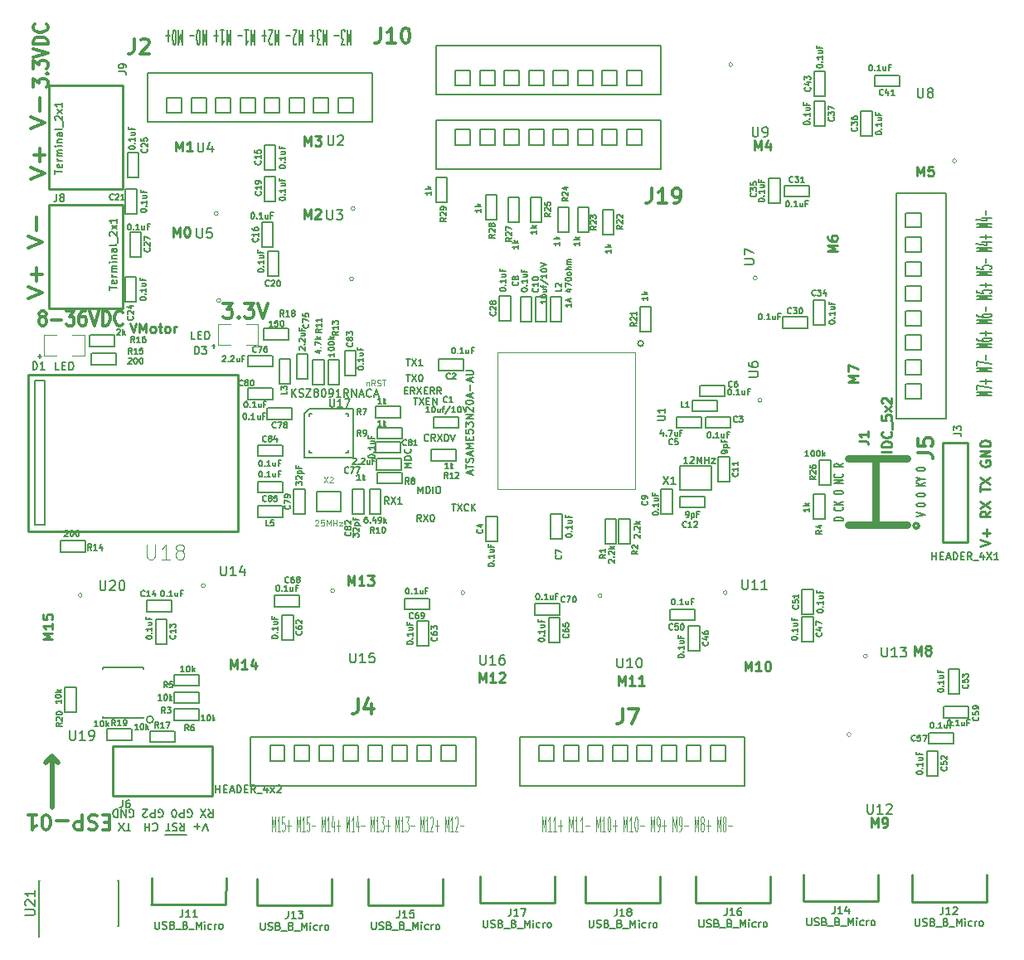
<source format=gto>
G04 #@! TF.GenerationSoftware,KiCad,Pcbnew,5.1.5-52549c5~86~ubuntu18.04.1*
G04 #@! TF.CreationDate,2020-12-28T20:35:26-08:00*
G04 #@! TF.ProjectId,GAMTP_rev02,47414d54-505f-4726-9576-30322e6b6963,rev?*
G04 #@! TF.SameCoordinates,Original*
G04 #@! TF.FileFunction,Legend,Top*
G04 #@! TF.FilePolarity,Positive*
%FSLAX46Y46*%
G04 Gerber Fmt 4.6, Leading zero omitted, Abs format (unit mm)*
G04 Created by KiCad (PCBNEW 5.1.5-52549c5~86~ubuntu18.04.1) date 2020-12-28 20:35:26*
%MOMM*%
%LPD*%
G04 APERTURE LIST*
%ADD10C,0.250000*%
%ADD11C,0.300000*%
%ADD12C,0.500000*%
%ADD13C,0.125000*%
%ADD14C,0.200000*%
%ADD15C,0.150000*%
%ADD16C,0.254000*%
%ADD17C,0.120000*%
%ADD18C,0.127000*%
%ADD19C,0.149860*%
%ADD20C,0.200660*%
%ADD21C,0.099060*%
%ADD22C,0.762000*%
%ADD23C,0.190500*%
%ADD24C,0.100000*%
%ADD25C,0.304800*%
G04 APERTURE END LIST*
D10*
X101415476Y-67202380D02*
X101415476Y-66202380D01*
X101748809Y-66916666D01*
X102082142Y-66202380D01*
X102082142Y-67202380D01*
X103082142Y-67202380D02*
X102510714Y-67202380D01*
X102796428Y-67202380D02*
X102796428Y-66202380D01*
X102701190Y-66345238D01*
X102605952Y-66440476D01*
X102510714Y-66488095D01*
D11*
X86609333Y-70071714D02*
X88009333Y-69471714D01*
X86609333Y-68871714D01*
X87476000Y-68271714D02*
X87476000Y-66900285D01*
X88009333Y-67586000D02*
X86942666Y-67586000D01*
X86609333Y-64928857D02*
X88009333Y-64328857D01*
X86609333Y-63728857D01*
X87476000Y-63128857D02*
X87476000Y-61757428D01*
X86808571Y-60623047D02*
X86808571Y-59818285D01*
X87380000Y-60251619D01*
X87380000Y-60065904D01*
X87451428Y-59942095D01*
X87522857Y-59880190D01*
X87665714Y-59818285D01*
X88022857Y-59818285D01*
X88165714Y-59880190D01*
X88237142Y-59942095D01*
X88308571Y-60065904D01*
X88308571Y-60437333D01*
X88237142Y-60561142D01*
X88165714Y-60623047D01*
X88165714Y-59261142D02*
X88237142Y-59199238D01*
X88308571Y-59261142D01*
X88237142Y-59323047D01*
X88165714Y-59261142D01*
X88308571Y-59261142D01*
X86808571Y-58765904D02*
X86808571Y-57961142D01*
X87380000Y-58394476D01*
X87380000Y-58208761D01*
X87451428Y-58084952D01*
X87522857Y-58023047D01*
X87665714Y-57961142D01*
X88022857Y-57961142D01*
X88165714Y-58023047D01*
X88237142Y-58084952D01*
X88308571Y-58208761D01*
X88308571Y-58580190D01*
X88237142Y-58704000D01*
X88165714Y-58765904D01*
X86808571Y-57589714D02*
X88308571Y-57156380D01*
X86808571Y-56723047D01*
X88308571Y-56289714D02*
X86808571Y-56289714D01*
X86808571Y-55980190D01*
X86880000Y-55794476D01*
X87022857Y-55670666D01*
X87165714Y-55608761D01*
X87451428Y-55546857D01*
X87665714Y-55546857D01*
X87951428Y-55608761D01*
X88094285Y-55670666D01*
X88237142Y-55794476D01*
X88308571Y-55980190D01*
X88308571Y-56289714D01*
X88165714Y-54246857D02*
X88237142Y-54308761D01*
X88308571Y-54494476D01*
X88308571Y-54618285D01*
X88237142Y-54804000D01*
X88094285Y-54927809D01*
X87951428Y-54989714D01*
X87665714Y-55051619D01*
X87451428Y-55051619D01*
X87165714Y-54989714D01*
X87022857Y-54927809D01*
X86880000Y-54804000D01*
X86808571Y-54618285D01*
X86808571Y-54494476D01*
X86880000Y-54308761D01*
X86951428Y-54246857D01*
D10*
X101140476Y-75952380D02*
X101140476Y-74952380D01*
X101473809Y-75666666D01*
X101807142Y-74952380D01*
X101807142Y-75952380D01*
X102473809Y-74952380D02*
X102569047Y-74952380D01*
X102664285Y-75000000D01*
X102711904Y-75047619D01*
X102759523Y-75142857D01*
X102807142Y-75333333D01*
X102807142Y-75571428D01*
X102759523Y-75761904D01*
X102711904Y-75857142D01*
X102664285Y-75904761D01*
X102569047Y-75952380D01*
X102473809Y-75952380D01*
X102378571Y-75904761D01*
X102330952Y-75857142D01*
X102283333Y-75761904D01*
X102235714Y-75571428D01*
X102235714Y-75333333D01*
X102283333Y-75142857D01*
X102330952Y-75047619D01*
X102378571Y-75000000D01*
X102473809Y-74952380D01*
X114506476Y-74112380D02*
X114506476Y-73112380D01*
X114839809Y-73826666D01*
X115173142Y-73112380D01*
X115173142Y-74112380D01*
X115601714Y-73207619D02*
X115649333Y-73160000D01*
X115744571Y-73112380D01*
X115982666Y-73112380D01*
X116077904Y-73160000D01*
X116125523Y-73207619D01*
X116173142Y-73302857D01*
X116173142Y-73398095D01*
X116125523Y-73540952D01*
X115554095Y-74112380D01*
X116173142Y-74112380D01*
X114540476Y-66652380D02*
X114540476Y-65652380D01*
X114873809Y-66366666D01*
X115207142Y-65652380D01*
X115207142Y-66652380D01*
X115588095Y-65652380D02*
X116207142Y-65652380D01*
X115873809Y-66033333D01*
X116016666Y-66033333D01*
X116111904Y-66080952D01*
X116159523Y-66128571D01*
X116207142Y-66223809D01*
X116207142Y-66461904D01*
X116159523Y-66557142D01*
X116111904Y-66604761D01*
X116016666Y-66652380D01*
X115730952Y-66652380D01*
X115635714Y-66604761D01*
X115588095Y-66557142D01*
X160490476Y-67102380D02*
X160490476Y-66102380D01*
X160823809Y-66816666D01*
X161157142Y-66102380D01*
X161157142Y-67102380D01*
X162061904Y-66435714D02*
X162061904Y-67102380D01*
X161823809Y-66054761D02*
X161585714Y-66769047D01*
X162204761Y-66769047D01*
X177090476Y-69752380D02*
X177090476Y-68752380D01*
X177423809Y-69466666D01*
X177757142Y-68752380D01*
X177757142Y-69752380D01*
X178709523Y-68752380D02*
X178233333Y-68752380D01*
X178185714Y-69228571D01*
X178233333Y-69180952D01*
X178328571Y-69133333D01*
X178566666Y-69133333D01*
X178661904Y-69180952D01*
X178709523Y-69228571D01*
X178757142Y-69323809D01*
X178757142Y-69561904D01*
X178709523Y-69657142D01*
X178661904Y-69704761D01*
X178566666Y-69752380D01*
X178328571Y-69752380D01*
X178233333Y-69704761D01*
X178185714Y-69657142D01*
X168952380Y-77459523D02*
X167952380Y-77459523D01*
X168666666Y-77126190D01*
X167952380Y-76792857D01*
X168952380Y-76792857D01*
X167952380Y-75888095D02*
X167952380Y-76078571D01*
X168000000Y-76173809D01*
X168047619Y-76221428D01*
X168190476Y-76316666D01*
X168380952Y-76364285D01*
X168761904Y-76364285D01*
X168857142Y-76316666D01*
X168904761Y-76269047D01*
X168952380Y-76173809D01*
X168952380Y-75983333D01*
X168904761Y-75888095D01*
X168857142Y-75840476D01*
X168761904Y-75792857D01*
X168523809Y-75792857D01*
X168428571Y-75840476D01*
X168380952Y-75888095D01*
X168333333Y-75983333D01*
X168333333Y-76173809D01*
X168380952Y-76269047D01*
X168428571Y-76316666D01*
X168523809Y-76364285D01*
X171052380Y-90759523D02*
X170052380Y-90759523D01*
X170766666Y-90426190D01*
X170052380Y-90092857D01*
X171052380Y-90092857D01*
X170052380Y-89711904D02*
X170052380Y-89045238D01*
X171052380Y-89473809D01*
X176840476Y-118702380D02*
X176840476Y-117702380D01*
X177173809Y-118416666D01*
X177507142Y-117702380D01*
X177507142Y-118702380D01*
X178126190Y-118130952D02*
X178030952Y-118083333D01*
X177983333Y-118035714D01*
X177935714Y-117940476D01*
X177935714Y-117892857D01*
X177983333Y-117797619D01*
X178030952Y-117750000D01*
X178126190Y-117702380D01*
X178316666Y-117702380D01*
X178411904Y-117750000D01*
X178459523Y-117797619D01*
X178507142Y-117892857D01*
X178507142Y-117940476D01*
X178459523Y-118035714D01*
X178411904Y-118083333D01*
X178316666Y-118130952D01*
X178126190Y-118130952D01*
X178030952Y-118178571D01*
X177983333Y-118226190D01*
X177935714Y-118321428D01*
X177935714Y-118511904D01*
X177983333Y-118607142D01*
X178030952Y-118654761D01*
X178126190Y-118702380D01*
X178316666Y-118702380D01*
X178411904Y-118654761D01*
X178459523Y-118607142D01*
X178507142Y-118511904D01*
X178507142Y-118321428D01*
X178459523Y-118226190D01*
X178411904Y-118178571D01*
X178316666Y-118130952D01*
X172390476Y-136252380D02*
X172390476Y-135252380D01*
X172723809Y-135966666D01*
X173057142Y-135252380D01*
X173057142Y-136252380D01*
X173580952Y-136252380D02*
X173771428Y-136252380D01*
X173866666Y-136204761D01*
X173914285Y-136157142D01*
X174009523Y-136014285D01*
X174057142Y-135823809D01*
X174057142Y-135442857D01*
X174009523Y-135347619D01*
X173961904Y-135300000D01*
X173866666Y-135252380D01*
X173676190Y-135252380D01*
X173580952Y-135300000D01*
X173533333Y-135347619D01*
X173485714Y-135442857D01*
X173485714Y-135680952D01*
X173533333Y-135776190D01*
X173580952Y-135823809D01*
X173676190Y-135871428D01*
X173866666Y-135871428D01*
X173961904Y-135823809D01*
X174009523Y-135776190D01*
X174057142Y-135680952D01*
X159514285Y-120302380D02*
X159514285Y-119302380D01*
X159847619Y-120016666D01*
X160180952Y-119302380D01*
X160180952Y-120302380D01*
X161180952Y-120302380D02*
X160609523Y-120302380D01*
X160895238Y-120302380D02*
X160895238Y-119302380D01*
X160800000Y-119445238D01*
X160704761Y-119540476D01*
X160609523Y-119588095D01*
X161800000Y-119302380D02*
X161895238Y-119302380D01*
X161990476Y-119350000D01*
X162038095Y-119397619D01*
X162085714Y-119492857D01*
X162133333Y-119683333D01*
X162133333Y-119921428D01*
X162085714Y-120111904D01*
X162038095Y-120207142D01*
X161990476Y-120254761D01*
X161895238Y-120302380D01*
X161800000Y-120302380D01*
X161704761Y-120254761D01*
X161657142Y-120207142D01*
X161609523Y-120111904D01*
X161561904Y-119921428D01*
X161561904Y-119683333D01*
X161609523Y-119492857D01*
X161657142Y-119397619D01*
X161704761Y-119350000D01*
X161800000Y-119302380D01*
X146614285Y-121752380D02*
X146614285Y-120752380D01*
X146947619Y-121466666D01*
X147280952Y-120752380D01*
X147280952Y-121752380D01*
X148280952Y-121752380D02*
X147709523Y-121752380D01*
X147995238Y-121752380D02*
X147995238Y-120752380D01*
X147900000Y-120895238D01*
X147804761Y-120990476D01*
X147709523Y-121038095D01*
X149233333Y-121752380D02*
X148661904Y-121752380D01*
X148947619Y-121752380D02*
X148947619Y-120752380D01*
X148852380Y-120895238D01*
X148757142Y-120990476D01*
X148661904Y-121038095D01*
X132364285Y-121452380D02*
X132364285Y-120452380D01*
X132697619Y-121166666D01*
X133030952Y-120452380D01*
X133030952Y-121452380D01*
X134030952Y-121452380D02*
X133459523Y-121452380D01*
X133745238Y-121452380D02*
X133745238Y-120452380D01*
X133650000Y-120595238D01*
X133554761Y-120690476D01*
X133459523Y-120738095D01*
X134411904Y-120547619D02*
X134459523Y-120500000D01*
X134554761Y-120452380D01*
X134792857Y-120452380D01*
X134888095Y-120500000D01*
X134935714Y-120547619D01*
X134983333Y-120642857D01*
X134983333Y-120738095D01*
X134935714Y-120880952D01*
X134364285Y-121452380D01*
X134983333Y-121452380D01*
X118964285Y-111552380D02*
X118964285Y-110552380D01*
X119297619Y-111266666D01*
X119630952Y-110552380D01*
X119630952Y-111552380D01*
X120630952Y-111552380D02*
X120059523Y-111552380D01*
X120345238Y-111552380D02*
X120345238Y-110552380D01*
X120250000Y-110695238D01*
X120154761Y-110790476D01*
X120059523Y-110838095D01*
X120964285Y-110552380D02*
X121583333Y-110552380D01*
X121250000Y-110933333D01*
X121392857Y-110933333D01*
X121488095Y-110980952D01*
X121535714Y-111028571D01*
X121583333Y-111123809D01*
X121583333Y-111361904D01*
X121535714Y-111457142D01*
X121488095Y-111504761D01*
X121392857Y-111552380D01*
X121107142Y-111552380D01*
X121011904Y-111504761D01*
X120964285Y-111457142D01*
X107014285Y-120102380D02*
X107014285Y-119102380D01*
X107347619Y-119816666D01*
X107680952Y-119102380D01*
X107680952Y-120102380D01*
X108680952Y-120102380D02*
X108109523Y-120102380D01*
X108395238Y-120102380D02*
X108395238Y-119102380D01*
X108300000Y-119245238D01*
X108204761Y-119340476D01*
X108109523Y-119388095D01*
X109538095Y-119435714D02*
X109538095Y-120102380D01*
X109300000Y-119054761D02*
X109061904Y-119769047D01*
X109680952Y-119769047D01*
X88802380Y-117085714D02*
X87802380Y-117085714D01*
X88516666Y-116752380D01*
X87802380Y-116419047D01*
X88802380Y-116419047D01*
X88802380Y-115419047D02*
X88802380Y-115990476D01*
X88802380Y-115704761D02*
X87802380Y-115704761D01*
X87945238Y-115800000D01*
X88040476Y-115895238D01*
X88088095Y-115990476D01*
X87802380Y-114514285D02*
X87802380Y-114990476D01*
X88278571Y-115038095D01*
X88230952Y-114990476D01*
X88183333Y-114895238D01*
X88183333Y-114657142D01*
X88230952Y-114561904D01*
X88278571Y-114514285D01*
X88373809Y-114466666D01*
X88611904Y-114466666D01*
X88707142Y-114514285D01*
X88754761Y-114561904D01*
X88802380Y-114657142D01*
X88802380Y-114895238D01*
X88754761Y-114990476D01*
X88707142Y-115038095D01*
D12*
X88800000Y-128950000D02*
X88100000Y-129650000D01*
X88775000Y-129025000D02*
X89400000Y-129650000D01*
X88800000Y-134200000D02*
X88800000Y-128950000D01*
D13*
X111214285Y-136678571D02*
X111214285Y-135178571D01*
X111380952Y-136250000D01*
X111547619Y-135178571D01*
X111547619Y-136678571D01*
X112047619Y-136678571D02*
X111761904Y-136678571D01*
X111904761Y-136678571D02*
X111904761Y-135178571D01*
X111857142Y-135392857D01*
X111809523Y-135535714D01*
X111761904Y-135607142D01*
X112500000Y-135178571D02*
X112261904Y-135178571D01*
X112238095Y-135892857D01*
X112261904Y-135821428D01*
X112309523Y-135750000D01*
X112428571Y-135750000D01*
X112476190Y-135821428D01*
X112500000Y-135892857D01*
X112523809Y-136035714D01*
X112523809Y-136392857D01*
X112500000Y-136535714D01*
X112476190Y-136607142D01*
X112428571Y-136678571D01*
X112309523Y-136678571D01*
X112261904Y-136607142D01*
X112238095Y-136535714D01*
X112738095Y-136107142D02*
X113119047Y-136107142D01*
X112928571Y-136678571D02*
X112928571Y-135535714D01*
X113738095Y-136678571D02*
X113738095Y-135178571D01*
X113904761Y-136250000D01*
X114071428Y-135178571D01*
X114071428Y-136678571D01*
X114571428Y-136678571D02*
X114285714Y-136678571D01*
X114428571Y-136678571D02*
X114428571Y-135178571D01*
X114380952Y-135392857D01*
X114333333Y-135535714D01*
X114285714Y-135607142D01*
X115023809Y-135178571D02*
X114785714Y-135178571D01*
X114761904Y-135892857D01*
X114785714Y-135821428D01*
X114833333Y-135750000D01*
X114952380Y-135750000D01*
X115000000Y-135821428D01*
X115023809Y-135892857D01*
X115047619Y-136035714D01*
X115047619Y-136392857D01*
X115023809Y-136535714D01*
X115000000Y-136607142D01*
X114952380Y-136678571D01*
X114833333Y-136678571D01*
X114785714Y-136607142D01*
X114761904Y-136535714D01*
X115261904Y-136107142D02*
X115642857Y-136107142D01*
X116261904Y-136678571D02*
X116261904Y-135178571D01*
X116428571Y-136250000D01*
X116595238Y-135178571D01*
X116595238Y-136678571D01*
X117095238Y-136678571D02*
X116809523Y-136678571D01*
X116952380Y-136678571D02*
X116952380Y-135178571D01*
X116904761Y-135392857D01*
X116857142Y-135535714D01*
X116809523Y-135607142D01*
X117523809Y-135678571D02*
X117523809Y-136678571D01*
X117404761Y-135107142D02*
X117285714Y-136178571D01*
X117595238Y-136178571D01*
X117785714Y-136107142D02*
X118166666Y-136107142D01*
X117976190Y-136678571D02*
X117976190Y-135535714D01*
X118785714Y-136678571D02*
X118785714Y-135178571D01*
X118952380Y-136250000D01*
X119119047Y-135178571D01*
X119119047Y-136678571D01*
X119619047Y-136678571D02*
X119333333Y-136678571D01*
X119476190Y-136678571D02*
X119476190Y-135178571D01*
X119428571Y-135392857D01*
X119380952Y-135535714D01*
X119333333Y-135607142D01*
X120047619Y-135678571D02*
X120047619Y-136678571D01*
X119928571Y-135107142D02*
X119809523Y-136178571D01*
X120119047Y-136178571D01*
X120309523Y-136107142D02*
X120690476Y-136107142D01*
X121309523Y-136678571D02*
X121309523Y-135178571D01*
X121476190Y-136250000D01*
X121642857Y-135178571D01*
X121642857Y-136678571D01*
X122142857Y-136678571D02*
X121857142Y-136678571D01*
X122000000Y-136678571D02*
X122000000Y-135178571D01*
X121952380Y-135392857D01*
X121904761Y-135535714D01*
X121857142Y-135607142D01*
X122309523Y-135178571D02*
X122619047Y-135178571D01*
X122452380Y-135750000D01*
X122523809Y-135750000D01*
X122571428Y-135821428D01*
X122595238Y-135892857D01*
X122619047Y-136035714D01*
X122619047Y-136392857D01*
X122595238Y-136535714D01*
X122571428Y-136607142D01*
X122523809Y-136678571D01*
X122380952Y-136678571D01*
X122333333Y-136607142D01*
X122309523Y-136535714D01*
X122833333Y-136107142D02*
X123214285Y-136107142D01*
X123023809Y-136678571D02*
X123023809Y-135535714D01*
X123833333Y-136678571D02*
X123833333Y-135178571D01*
X123999999Y-136250000D01*
X124166666Y-135178571D01*
X124166666Y-136678571D01*
X124666666Y-136678571D02*
X124380952Y-136678571D01*
X124523809Y-136678571D02*
X124523809Y-135178571D01*
X124476190Y-135392857D01*
X124428571Y-135535714D01*
X124380952Y-135607142D01*
X124833333Y-135178571D02*
X125142857Y-135178571D01*
X124976190Y-135750000D01*
X125047619Y-135750000D01*
X125095238Y-135821428D01*
X125119047Y-135892857D01*
X125142857Y-136035714D01*
X125142857Y-136392857D01*
X125119047Y-136535714D01*
X125095238Y-136607142D01*
X125047619Y-136678571D01*
X124904761Y-136678571D01*
X124857142Y-136607142D01*
X124833333Y-136535714D01*
X125357142Y-136107142D02*
X125738095Y-136107142D01*
X126357142Y-136678571D02*
X126357142Y-135178571D01*
X126523809Y-136250000D01*
X126690476Y-135178571D01*
X126690476Y-136678571D01*
X127190476Y-136678571D02*
X126904761Y-136678571D01*
X127047619Y-136678571D02*
X127047619Y-135178571D01*
X126999999Y-135392857D01*
X126952380Y-135535714D01*
X126904761Y-135607142D01*
X127380952Y-135321428D02*
X127404761Y-135250000D01*
X127452380Y-135178571D01*
X127571428Y-135178571D01*
X127619047Y-135250000D01*
X127642857Y-135321428D01*
X127666666Y-135464285D01*
X127666666Y-135607142D01*
X127642857Y-135821428D01*
X127357142Y-136678571D01*
X127666666Y-136678571D01*
X127880952Y-136107142D02*
X128261904Y-136107142D01*
X128071428Y-136678571D02*
X128071428Y-135535714D01*
X128880952Y-136678571D02*
X128880952Y-135178571D01*
X129047619Y-136250000D01*
X129214285Y-135178571D01*
X129214285Y-136678571D01*
X129714285Y-136678571D02*
X129428571Y-136678571D01*
X129571428Y-136678571D02*
X129571428Y-135178571D01*
X129523809Y-135392857D01*
X129476190Y-135535714D01*
X129428571Y-135607142D01*
X129904761Y-135321428D02*
X129928571Y-135250000D01*
X129976190Y-135178571D01*
X130095238Y-135178571D01*
X130142857Y-135250000D01*
X130166666Y-135321428D01*
X130190476Y-135464285D01*
X130190476Y-135607142D01*
X130166666Y-135821428D01*
X129880952Y-136678571D01*
X130190476Y-136678571D01*
X130404761Y-136107142D02*
X130785714Y-136107142D01*
D11*
X106243714Y-82744571D02*
X107172285Y-82744571D01*
X106672285Y-83316000D01*
X106886571Y-83316000D01*
X107029428Y-83387428D01*
X107100857Y-83458857D01*
X107172285Y-83601714D01*
X107172285Y-83958857D01*
X107100857Y-84101714D01*
X107029428Y-84173142D01*
X106886571Y-84244571D01*
X106458000Y-84244571D01*
X106315142Y-84173142D01*
X106243714Y-84101714D01*
X107815142Y-84101714D02*
X107886571Y-84173142D01*
X107815142Y-84244571D01*
X107743714Y-84173142D01*
X107815142Y-84101714D01*
X107815142Y-84244571D01*
X108386571Y-82744571D02*
X109315142Y-82744571D01*
X108815142Y-83316000D01*
X109029428Y-83316000D01*
X109172285Y-83387428D01*
X109243714Y-83458857D01*
X109315142Y-83601714D01*
X109315142Y-83958857D01*
X109243714Y-84101714D01*
X109172285Y-84173142D01*
X109029428Y-84244571D01*
X108600857Y-84244571D01*
X108458000Y-84173142D01*
X108386571Y-84101714D01*
X109743714Y-82744571D02*
X110243714Y-84244571D01*
X110743714Y-82744571D01*
D10*
X96695238Y-84752380D02*
X97028571Y-85752380D01*
X97361904Y-84752380D01*
X97695238Y-85752380D02*
X97695238Y-84752380D01*
X98028571Y-85466666D01*
X98361904Y-84752380D01*
X98361904Y-85752380D01*
X98980952Y-85752380D02*
X98885714Y-85704761D01*
X98838095Y-85657142D01*
X98790476Y-85561904D01*
X98790476Y-85276190D01*
X98838095Y-85180952D01*
X98885714Y-85133333D01*
X98980952Y-85085714D01*
X99123809Y-85085714D01*
X99219047Y-85133333D01*
X99266666Y-85180952D01*
X99314285Y-85276190D01*
X99314285Y-85561904D01*
X99266666Y-85657142D01*
X99219047Y-85704761D01*
X99123809Y-85752380D01*
X98980952Y-85752380D01*
X99600000Y-85085714D02*
X99980952Y-85085714D01*
X99742857Y-84752380D02*
X99742857Y-85609523D01*
X99790476Y-85704761D01*
X99885714Y-85752380D01*
X99980952Y-85752380D01*
X100457142Y-85752380D02*
X100361904Y-85704761D01*
X100314285Y-85657142D01*
X100266666Y-85561904D01*
X100266666Y-85276190D01*
X100314285Y-85180952D01*
X100361904Y-85133333D01*
X100457142Y-85085714D01*
X100600000Y-85085714D01*
X100695238Y-85133333D01*
X100742857Y-85180952D01*
X100790476Y-85276190D01*
X100790476Y-85561904D01*
X100742857Y-85657142D01*
X100695238Y-85704761D01*
X100600000Y-85752380D01*
X100457142Y-85752380D01*
X101219047Y-85752380D02*
X101219047Y-85085714D01*
X101219047Y-85276190D02*
X101266666Y-85180952D01*
X101314285Y-85133333D01*
X101409523Y-85085714D01*
X101504761Y-85085714D01*
D11*
X94642857Y-135782142D02*
X94142857Y-135782142D01*
X93928571Y-134996428D02*
X94642857Y-134996428D01*
X94642857Y-136496428D01*
X93928571Y-136496428D01*
X93357142Y-135067857D02*
X93142857Y-134996428D01*
X92785714Y-134996428D01*
X92642857Y-135067857D01*
X92571428Y-135139285D01*
X92500000Y-135282142D01*
X92500000Y-135425000D01*
X92571428Y-135567857D01*
X92642857Y-135639285D01*
X92785714Y-135710714D01*
X93071428Y-135782142D01*
X93214285Y-135853571D01*
X93285714Y-135925000D01*
X93357142Y-136067857D01*
X93357142Y-136210714D01*
X93285714Y-136353571D01*
X93214285Y-136425000D01*
X93071428Y-136496428D01*
X92714285Y-136496428D01*
X92500000Y-136425000D01*
X91857142Y-134996428D02*
X91857142Y-136496428D01*
X91285714Y-136496428D01*
X91142857Y-136425000D01*
X91071428Y-136353571D01*
X91000000Y-136210714D01*
X91000000Y-135996428D01*
X91071428Y-135853571D01*
X91142857Y-135782142D01*
X91285714Y-135710714D01*
X91857142Y-135710714D01*
X90357142Y-135567857D02*
X89214285Y-135567857D01*
X88214285Y-136496428D02*
X88071428Y-136496428D01*
X87928571Y-136425000D01*
X87857142Y-136353571D01*
X87785714Y-136210714D01*
X87714285Y-135925000D01*
X87714285Y-135567857D01*
X87785714Y-135282142D01*
X87857142Y-135139285D01*
X87928571Y-135067857D01*
X88071428Y-134996428D01*
X88214285Y-134996428D01*
X88357142Y-135067857D01*
X88428571Y-135139285D01*
X88500000Y-135282142D01*
X88571428Y-135567857D01*
X88571428Y-135925000D01*
X88500000Y-136210714D01*
X88428571Y-136353571D01*
X88357142Y-136425000D01*
X88214285Y-136496428D01*
X86285714Y-134996428D02*
X87142857Y-134996428D01*
X86714285Y-134996428D02*
X86714285Y-136496428D01*
X86857142Y-136282142D01*
X87000000Y-136139285D01*
X87142857Y-136067857D01*
X87670190Y-84149428D02*
X87546380Y-84078000D01*
X87484476Y-84006571D01*
X87422571Y-83863714D01*
X87422571Y-83792285D01*
X87484476Y-83649428D01*
X87546380Y-83578000D01*
X87670190Y-83506571D01*
X87917809Y-83506571D01*
X88041619Y-83578000D01*
X88103523Y-83649428D01*
X88165428Y-83792285D01*
X88165428Y-83863714D01*
X88103523Y-84006571D01*
X88041619Y-84078000D01*
X87917809Y-84149428D01*
X87670190Y-84149428D01*
X87546380Y-84220857D01*
X87484476Y-84292285D01*
X87422571Y-84435142D01*
X87422571Y-84720857D01*
X87484476Y-84863714D01*
X87546380Y-84935142D01*
X87670190Y-85006571D01*
X87917809Y-85006571D01*
X88041619Y-84935142D01*
X88103523Y-84863714D01*
X88165428Y-84720857D01*
X88165428Y-84435142D01*
X88103523Y-84292285D01*
X88041619Y-84220857D01*
X87917809Y-84149428D01*
X88722571Y-84435142D02*
X89713047Y-84435142D01*
X90208285Y-83506571D02*
X91013047Y-83506571D01*
X90579714Y-84078000D01*
X90765428Y-84078000D01*
X90889238Y-84149428D01*
X90951142Y-84220857D01*
X91013047Y-84363714D01*
X91013047Y-84720857D01*
X90951142Y-84863714D01*
X90889238Y-84935142D01*
X90765428Y-85006571D01*
X90394000Y-85006571D01*
X90270190Y-84935142D01*
X90208285Y-84863714D01*
X92127333Y-83506571D02*
X91879714Y-83506571D01*
X91755904Y-83578000D01*
X91694000Y-83649428D01*
X91570190Y-83863714D01*
X91508285Y-84149428D01*
X91508285Y-84720857D01*
X91570190Y-84863714D01*
X91632095Y-84935142D01*
X91755904Y-85006571D01*
X92003523Y-85006571D01*
X92127333Y-84935142D01*
X92189238Y-84863714D01*
X92251142Y-84720857D01*
X92251142Y-84363714D01*
X92189238Y-84220857D01*
X92127333Y-84149428D01*
X92003523Y-84078000D01*
X91755904Y-84078000D01*
X91632095Y-84149428D01*
X91570190Y-84220857D01*
X91508285Y-84363714D01*
X92622571Y-83506571D02*
X93055904Y-85006571D01*
X93489238Y-83506571D01*
X93922571Y-85006571D02*
X93922571Y-83506571D01*
X94232095Y-83506571D01*
X94417809Y-83578000D01*
X94541619Y-83720857D01*
X94603523Y-83863714D01*
X94665428Y-84149428D01*
X94665428Y-84363714D01*
X94603523Y-84649428D01*
X94541619Y-84792285D01*
X94417809Y-84935142D01*
X94232095Y-85006571D01*
X93922571Y-85006571D01*
X95965428Y-84863714D02*
X95903523Y-84935142D01*
X95717809Y-85006571D01*
X95594000Y-85006571D01*
X95408285Y-84935142D01*
X95284476Y-84792285D01*
X95222571Y-84649428D01*
X95160666Y-84363714D01*
X95160666Y-84149428D01*
X95222571Y-83863714D01*
X95284476Y-83720857D01*
X95408285Y-83578000D01*
X95594000Y-83506571D01*
X95717809Y-83506571D01*
X95903523Y-83578000D01*
X95965428Y-83649428D01*
D14*
X104671428Y-136638095D02*
X104404761Y-135838095D01*
X104138095Y-136638095D01*
X103871428Y-136142857D02*
X103261904Y-136142857D01*
X103566666Y-135838095D02*
X103566666Y-136447619D01*
X102461904Y-137036000D02*
X101661904Y-137036000D01*
X101814285Y-135838095D02*
X102080952Y-136219047D01*
X102271428Y-135838095D02*
X102271428Y-136638095D01*
X101966666Y-136638095D01*
X101890476Y-136600000D01*
X101852380Y-136561904D01*
X101814285Y-136485714D01*
X101814285Y-136371428D01*
X101852380Y-136295238D01*
X101890476Y-136257142D01*
X101966666Y-136219047D01*
X102271428Y-136219047D01*
X101661904Y-137036000D02*
X100900000Y-137036000D01*
X101509523Y-135876190D02*
X101395238Y-135838095D01*
X101204761Y-135838095D01*
X101128571Y-135876190D01*
X101090476Y-135914285D01*
X101052380Y-135990476D01*
X101052380Y-136066666D01*
X101090476Y-136142857D01*
X101128571Y-136180952D01*
X101204761Y-136219047D01*
X101357142Y-136257142D01*
X101433333Y-136295238D01*
X101471428Y-136333333D01*
X101509523Y-136409523D01*
X101509523Y-136485714D01*
X101471428Y-136561904D01*
X101433333Y-136600000D01*
X101357142Y-136638095D01*
X101166666Y-136638095D01*
X101052380Y-136600000D01*
X100900000Y-137036000D02*
X100290476Y-137036000D01*
X100823809Y-136638095D02*
X100366666Y-136638095D01*
X100595238Y-135838095D02*
X100595238Y-136638095D01*
X99033333Y-135914285D02*
X99071428Y-135876190D01*
X99185714Y-135838095D01*
X99261904Y-135838095D01*
X99376190Y-135876190D01*
X99452380Y-135952380D01*
X99490476Y-136028571D01*
X99528571Y-136180952D01*
X99528571Y-136295238D01*
X99490476Y-136447619D01*
X99452380Y-136523809D01*
X99376190Y-136600000D01*
X99261904Y-136638095D01*
X99185714Y-136638095D01*
X99071428Y-136600000D01*
X99033333Y-136561904D01*
X98690476Y-135838095D02*
X98690476Y-136638095D01*
X98690476Y-136257142D02*
X98233333Y-136257142D01*
X98233333Y-135838095D02*
X98233333Y-136638095D01*
X96747619Y-136638095D02*
X96290476Y-136638095D01*
X96519047Y-135838095D02*
X96519047Y-136638095D01*
X96100000Y-136638095D02*
X95566666Y-135838095D01*
X95566666Y-136638095D02*
X96100000Y-135838095D01*
X104728571Y-134438095D02*
X104995238Y-134819047D01*
X105185714Y-134438095D02*
X105185714Y-135238095D01*
X104880952Y-135238095D01*
X104804761Y-135200000D01*
X104766666Y-135161904D01*
X104728571Y-135085714D01*
X104728571Y-134971428D01*
X104766666Y-134895238D01*
X104804761Y-134857142D01*
X104880952Y-134819047D01*
X105185714Y-134819047D01*
X104461904Y-135238095D02*
X103928571Y-134438095D01*
X103928571Y-135238095D02*
X104461904Y-134438095D01*
X102595238Y-135200000D02*
X102671428Y-135238095D01*
X102785714Y-135238095D01*
X102900000Y-135200000D01*
X102976190Y-135123809D01*
X103014285Y-135047619D01*
X103052380Y-134895238D01*
X103052380Y-134780952D01*
X103014285Y-134628571D01*
X102976190Y-134552380D01*
X102900000Y-134476190D01*
X102785714Y-134438095D01*
X102709523Y-134438095D01*
X102595238Y-134476190D01*
X102557142Y-134514285D01*
X102557142Y-134780952D01*
X102709523Y-134780952D01*
X102214285Y-134438095D02*
X102214285Y-135238095D01*
X101909523Y-135238095D01*
X101833333Y-135200000D01*
X101795238Y-135161904D01*
X101757142Y-135085714D01*
X101757142Y-134971428D01*
X101795238Y-134895238D01*
X101833333Y-134857142D01*
X101909523Y-134819047D01*
X102214285Y-134819047D01*
X101261904Y-135238095D02*
X101185714Y-135238095D01*
X101109523Y-135200000D01*
X101071428Y-135161904D01*
X101033333Y-135085714D01*
X100995238Y-134933333D01*
X100995238Y-134742857D01*
X101033333Y-134590476D01*
X101071428Y-134514285D01*
X101109523Y-134476190D01*
X101185714Y-134438095D01*
X101261904Y-134438095D01*
X101338095Y-134476190D01*
X101376190Y-134514285D01*
X101414285Y-134590476D01*
X101452380Y-134742857D01*
X101452380Y-134933333D01*
X101414285Y-135085714D01*
X101376190Y-135161904D01*
X101338095Y-135200000D01*
X101261904Y-135238095D01*
X99623809Y-135200000D02*
X99700000Y-135238095D01*
X99814285Y-135238095D01*
X99928571Y-135200000D01*
X100004761Y-135123809D01*
X100042857Y-135047619D01*
X100080952Y-134895238D01*
X100080952Y-134780952D01*
X100042857Y-134628571D01*
X100004761Y-134552380D01*
X99928571Y-134476190D01*
X99814285Y-134438095D01*
X99738095Y-134438095D01*
X99623809Y-134476190D01*
X99585714Y-134514285D01*
X99585714Y-134780952D01*
X99738095Y-134780952D01*
X99242857Y-134438095D02*
X99242857Y-135238095D01*
X98938095Y-135238095D01*
X98861904Y-135200000D01*
X98823809Y-135161904D01*
X98785714Y-135085714D01*
X98785714Y-134971428D01*
X98823809Y-134895238D01*
X98861904Y-134857142D01*
X98938095Y-134819047D01*
X99242857Y-134819047D01*
X98480952Y-135161904D02*
X98442857Y-135200000D01*
X98366666Y-135238095D01*
X98176190Y-135238095D01*
X98100000Y-135200000D01*
X98061904Y-135161904D01*
X98023809Y-135085714D01*
X98023809Y-135009523D01*
X98061904Y-134895238D01*
X98519047Y-134438095D01*
X98023809Y-134438095D01*
X96652380Y-135200000D02*
X96728571Y-135238095D01*
X96842857Y-135238095D01*
X96957142Y-135200000D01*
X97033333Y-135123809D01*
X97071428Y-135047619D01*
X97109523Y-134895238D01*
X97109523Y-134780952D01*
X97071428Y-134628571D01*
X97033333Y-134552380D01*
X96957142Y-134476190D01*
X96842857Y-134438095D01*
X96766666Y-134438095D01*
X96652380Y-134476190D01*
X96614285Y-134514285D01*
X96614285Y-134780952D01*
X96766666Y-134780952D01*
X96271428Y-134438095D02*
X96271428Y-135238095D01*
X95814285Y-134438095D01*
X95814285Y-135238095D01*
X95433333Y-134438095D02*
X95433333Y-135238095D01*
X95242857Y-135238095D01*
X95128571Y-135200000D01*
X95052380Y-135123809D01*
X95014285Y-135047619D01*
X94976190Y-134895238D01*
X94976190Y-134780952D01*
X95014285Y-134628571D01*
X95052380Y-134552380D01*
X95128571Y-134476190D01*
X95242857Y-134438095D01*
X95433333Y-134438095D01*
D10*
X183552380Y-107552380D02*
X184552380Y-107219047D01*
X183552380Y-106885714D01*
X184171428Y-106552380D02*
X184171428Y-105790476D01*
X184552380Y-106171428D02*
X183790476Y-106171428D01*
X184552380Y-103980952D02*
X184076190Y-104314285D01*
X184552380Y-104552380D02*
X183552380Y-104552380D01*
X183552380Y-104171428D01*
X183600000Y-104076190D01*
X183647619Y-104028571D01*
X183742857Y-103980952D01*
X183885714Y-103980952D01*
X183980952Y-104028571D01*
X184028571Y-104076190D01*
X184076190Y-104171428D01*
X184076190Y-104552380D01*
X183552380Y-103647619D02*
X184552380Y-102980952D01*
X183552380Y-102980952D02*
X184552380Y-103647619D01*
X183552380Y-101980952D02*
X183552380Y-101409523D01*
X184552380Y-101695238D02*
X183552380Y-101695238D01*
X183552380Y-101171428D02*
X184552380Y-100504761D01*
X183552380Y-100504761D02*
X184552380Y-101171428D01*
X183600000Y-98838095D02*
X183552380Y-98933333D01*
X183552380Y-99076190D01*
X183600000Y-99219047D01*
X183695238Y-99314285D01*
X183790476Y-99361904D01*
X183980952Y-99409523D01*
X184123809Y-99409523D01*
X184314285Y-99361904D01*
X184409523Y-99314285D01*
X184504761Y-99219047D01*
X184552380Y-99076190D01*
X184552380Y-98980952D01*
X184504761Y-98838095D01*
X184457142Y-98790476D01*
X184123809Y-98790476D01*
X184123809Y-98980952D01*
X184552380Y-98361904D02*
X183552380Y-98361904D01*
X184552380Y-97790476D01*
X183552380Y-97790476D01*
X184552380Y-97314285D02*
X183552380Y-97314285D01*
X183552380Y-97076190D01*
X183600000Y-96933333D01*
X183695238Y-96838095D01*
X183790476Y-96790476D01*
X183980952Y-96742857D01*
X184123809Y-96742857D01*
X184314285Y-96790476D01*
X184409523Y-96838095D01*
X184504761Y-96933333D01*
X184552380Y-97076190D01*
X184552380Y-97314285D01*
D15*
X177007142Y-104528571D02*
X177907142Y-104328571D01*
X177007142Y-104128571D01*
X177007142Y-103357142D02*
X177007142Y-103300000D01*
X177050000Y-103242857D01*
X177092857Y-103214285D01*
X177178571Y-103185714D01*
X177350000Y-103157142D01*
X177564285Y-103157142D01*
X177735714Y-103185714D01*
X177821428Y-103214285D01*
X177864285Y-103242857D01*
X177907142Y-103300000D01*
X177907142Y-103357142D01*
X177864285Y-103414285D01*
X177821428Y-103442857D01*
X177735714Y-103471428D01*
X177564285Y-103500000D01*
X177350000Y-103500000D01*
X177178571Y-103471428D01*
X177092857Y-103442857D01*
X177050000Y-103414285D01*
X177007142Y-103357142D01*
X177007142Y-102328571D02*
X177007142Y-102271428D01*
X177050000Y-102214285D01*
X177092857Y-102185714D01*
X177178571Y-102157142D01*
X177350000Y-102128571D01*
X177564285Y-102128571D01*
X177735714Y-102157142D01*
X177821428Y-102185714D01*
X177864285Y-102214285D01*
X177907142Y-102271428D01*
X177907142Y-102328571D01*
X177864285Y-102385714D01*
X177821428Y-102414285D01*
X177735714Y-102442857D01*
X177564285Y-102471428D01*
X177350000Y-102471428D01*
X177178571Y-102442857D01*
X177092857Y-102414285D01*
X177050000Y-102385714D01*
X177007142Y-102328571D01*
X177907142Y-101414285D02*
X177007142Y-101414285D01*
X177907142Y-101071428D02*
X177392857Y-101328571D01*
X177007142Y-101071428D02*
X177521428Y-101414285D01*
X177478571Y-100700000D02*
X177907142Y-100700000D01*
X177007142Y-100900000D02*
X177478571Y-100700000D01*
X177007142Y-100500000D01*
X177007142Y-99728571D02*
X177007142Y-99671428D01*
X177050000Y-99614285D01*
X177092857Y-99585714D01*
X177178571Y-99557142D01*
X177350000Y-99528571D01*
X177564285Y-99528571D01*
X177735714Y-99557142D01*
X177821428Y-99585714D01*
X177864285Y-99614285D01*
X177907142Y-99671428D01*
X177907142Y-99728571D01*
X177864285Y-99785714D01*
X177821428Y-99814285D01*
X177735714Y-99842857D01*
X177564285Y-99871428D01*
X177350000Y-99871428D01*
X177178571Y-99842857D01*
X177092857Y-99814285D01*
X177050000Y-99785714D01*
X177007142Y-99728571D01*
X169507142Y-104950000D02*
X168607142Y-104950000D01*
X168607142Y-104807142D01*
X168650000Y-104721428D01*
X168735714Y-104664285D01*
X168821428Y-104635714D01*
X168992857Y-104607142D01*
X169121428Y-104607142D01*
X169292857Y-104635714D01*
X169378571Y-104664285D01*
X169464285Y-104721428D01*
X169507142Y-104807142D01*
X169507142Y-104950000D01*
X169421428Y-103550000D02*
X169464285Y-103578571D01*
X169507142Y-103664285D01*
X169507142Y-103721428D01*
X169464285Y-103807142D01*
X169378571Y-103864285D01*
X169292857Y-103892857D01*
X169121428Y-103921428D01*
X168992857Y-103921428D01*
X168821428Y-103892857D01*
X168735714Y-103864285D01*
X168650000Y-103807142D01*
X168607142Y-103721428D01*
X168607142Y-103664285D01*
X168650000Y-103578571D01*
X168692857Y-103550000D01*
X169507142Y-103292857D02*
X168607142Y-103292857D01*
X169507142Y-102950000D02*
X168992857Y-103207142D01*
X168607142Y-102950000D02*
X169121428Y-103292857D01*
X168607142Y-102121428D02*
X168607142Y-102007142D01*
X168650000Y-101950000D01*
X168735714Y-101892857D01*
X168907142Y-101864285D01*
X169207142Y-101864285D01*
X169378571Y-101892857D01*
X169464285Y-101950000D01*
X169507142Y-102007142D01*
X169507142Y-102121428D01*
X169464285Y-102178571D01*
X169378571Y-102235714D01*
X169207142Y-102264285D01*
X168907142Y-102264285D01*
X168735714Y-102235714D01*
X168650000Y-102178571D01*
X168607142Y-102121428D01*
X169507142Y-101150000D02*
X168607142Y-101150000D01*
X169507142Y-100807142D01*
X168607142Y-100807142D01*
X169421428Y-100178571D02*
X169464285Y-100207142D01*
X169507142Y-100292857D01*
X169507142Y-100350000D01*
X169464285Y-100435714D01*
X169378571Y-100492857D01*
X169292857Y-100521428D01*
X169121428Y-100550000D01*
X168992857Y-100550000D01*
X168821428Y-100521428D01*
X168735714Y-100492857D01*
X168650000Y-100435714D01*
X168607142Y-100350000D01*
X168607142Y-100292857D01*
X168650000Y-100207142D01*
X168692857Y-100178571D01*
X168257000Y-99607142D02*
X168257000Y-99007142D01*
X169507142Y-99121428D02*
X169078571Y-99321428D01*
X169507142Y-99464285D02*
X168607142Y-99464285D01*
X168607142Y-99235714D01*
X168650000Y-99178571D01*
X168692857Y-99150000D01*
X168778571Y-99121428D01*
X168907142Y-99121428D01*
X168992857Y-99150000D01*
X169035714Y-99178571D01*
X169078571Y-99235714D01*
X169078571Y-99464285D01*
D11*
X86323333Y-82263714D02*
X87723333Y-81663714D01*
X86323333Y-81063714D01*
X87190000Y-80463714D02*
X87190000Y-79092285D01*
X87723333Y-79778000D02*
X86656666Y-79778000D01*
X86323333Y-77120857D02*
X87723333Y-76520857D01*
X86323333Y-75920857D01*
X87190000Y-75320857D02*
X87190000Y-73949428D01*
D15*
X184678571Y-92185714D02*
X183178571Y-92185714D01*
X184250000Y-91985714D01*
X183178571Y-91785714D01*
X184678571Y-91785714D01*
X183178571Y-91557142D02*
X183178571Y-91157142D01*
X184678571Y-91414285D01*
X184107142Y-90928571D02*
X184107142Y-90471428D01*
X184678571Y-90700000D02*
X183535714Y-90700000D01*
X184678571Y-89728571D02*
X183178571Y-89728571D01*
X184250000Y-89528571D01*
X183178571Y-89328571D01*
X184678571Y-89328571D01*
X183178571Y-89100000D02*
X183178571Y-88700000D01*
X184678571Y-88957142D01*
X184107142Y-88471428D02*
X184107142Y-88014285D01*
X184678571Y-87271428D02*
X183178571Y-87271428D01*
X184250000Y-87071428D01*
X183178571Y-86871428D01*
X184678571Y-86871428D01*
X183178571Y-86328571D02*
X183178571Y-86442857D01*
X183250000Y-86500000D01*
X183321428Y-86528571D01*
X183535714Y-86585714D01*
X183821428Y-86614285D01*
X184392857Y-86614285D01*
X184535714Y-86585714D01*
X184607142Y-86557142D01*
X184678571Y-86500000D01*
X184678571Y-86385714D01*
X184607142Y-86328571D01*
X184535714Y-86300000D01*
X184392857Y-86271428D01*
X184035714Y-86271428D01*
X183892857Y-86300000D01*
X183821428Y-86328571D01*
X183750000Y-86385714D01*
X183750000Y-86500000D01*
X183821428Y-86557142D01*
X183892857Y-86585714D01*
X184035714Y-86614285D01*
X184107142Y-86014285D02*
X184107142Y-85557142D01*
X184678571Y-85785714D02*
X183535714Y-85785714D01*
X184678571Y-84814285D02*
X183178571Y-84814285D01*
X184250000Y-84614285D01*
X183178571Y-84414285D01*
X184678571Y-84414285D01*
X183178571Y-83871428D02*
X183178571Y-83985714D01*
X183250000Y-84042857D01*
X183321428Y-84071428D01*
X183535714Y-84128571D01*
X183821428Y-84157142D01*
X184392857Y-84157142D01*
X184535714Y-84128571D01*
X184607142Y-84100000D01*
X184678571Y-84042857D01*
X184678571Y-83928571D01*
X184607142Y-83871428D01*
X184535714Y-83842857D01*
X184392857Y-83814285D01*
X184035714Y-83814285D01*
X183892857Y-83842857D01*
X183821428Y-83871428D01*
X183750000Y-83928571D01*
X183750000Y-84042857D01*
X183821428Y-84100000D01*
X183892857Y-84128571D01*
X184035714Y-84157142D01*
X184107142Y-83557142D02*
X184107142Y-83100000D01*
X184678571Y-82357142D02*
X183178571Y-82357142D01*
X184250000Y-82157142D01*
X183178571Y-81957142D01*
X184678571Y-81957142D01*
X183178571Y-81385714D02*
X183178571Y-81671428D01*
X183892857Y-81700000D01*
X183821428Y-81671428D01*
X183750000Y-81614285D01*
X183750000Y-81471428D01*
X183821428Y-81414285D01*
X183892857Y-81385714D01*
X184035714Y-81357142D01*
X184392857Y-81357142D01*
X184535714Y-81385714D01*
X184607142Y-81414285D01*
X184678571Y-81471428D01*
X184678571Y-81614285D01*
X184607142Y-81671428D01*
X184535714Y-81700000D01*
X184107142Y-81100000D02*
X184107142Y-80642857D01*
X184678571Y-80871428D02*
X183535714Y-80871428D01*
X184678571Y-79900000D02*
X183178571Y-79900000D01*
X184250000Y-79700000D01*
X183178571Y-79500000D01*
X184678571Y-79500000D01*
X183178571Y-78928571D02*
X183178571Y-79214285D01*
X183892857Y-79242857D01*
X183821428Y-79214285D01*
X183750000Y-79157142D01*
X183750000Y-79014285D01*
X183821428Y-78957142D01*
X183892857Y-78928571D01*
X184035714Y-78900000D01*
X184392857Y-78900000D01*
X184535714Y-78928571D01*
X184607142Y-78957142D01*
X184678571Y-79014285D01*
X184678571Y-79157142D01*
X184607142Y-79214285D01*
X184535714Y-79242857D01*
X184107142Y-78642857D02*
X184107142Y-78185714D01*
X184678571Y-77442857D02*
X183178571Y-77442857D01*
X184250000Y-77242857D01*
X183178571Y-77042857D01*
X184678571Y-77042857D01*
X183678571Y-76500000D02*
X184678571Y-76500000D01*
X183107142Y-76642857D02*
X184178571Y-76785714D01*
X184178571Y-76414285D01*
X184107142Y-76185714D02*
X184107142Y-75728571D01*
X184678571Y-75957142D02*
X183535714Y-75957142D01*
X184678571Y-74985714D02*
X183178571Y-74985714D01*
X184250000Y-74785714D01*
X183178571Y-74585714D01*
X184678571Y-74585714D01*
X183678571Y-74042857D02*
X184678571Y-74042857D01*
X183107142Y-74185714D02*
X184178571Y-74328571D01*
X184178571Y-73957142D01*
X184107142Y-73728571D02*
X184107142Y-73271428D01*
D13*
X138783333Y-136678571D02*
X138783333Y-135178571D01*
X138966666Y-136250000D01*
X139150000Y-135178571D01*
X139150000Y-136678571D01*
X139700000Y-136678571D02*
X139385714Y-136678571D01*
X139542857Y-136678571D02*
X139542857Y-135178571D01*
X139490476Y-135392857D01*
X139438095Y-135535714D01*
X139385714Y-135607142D01*
X140223809Y-136678571D02*
X139909523Y-136678571D01*
X140066666Y-136678571D02*
X140066666Y-135178571D01*
X140014285Y-135392857D01*
X139961904Y-135535714D01*
X139909523Y-135607142D01*
X140459523Y-136107142D02*
X140878571Y-136107142D01*
X140669047Y-136678571D02*
X140669047Y-135535714D01*
X141559523Y-136678571D02*
X141559523Y-135178571D01*
X141742857Y-136250000D01*
X141926190Y-135178571D01*
X141926190Y-136678571D01*
X142476190Y-136678571D02*
X142161904Y-136678571D01*
X142319047Y-136678571D02*
X142319047Y-135178571D01*
X142266666Y-135392857D01*
X142214285Y-135535714D01*
X142161904Y-135607142D01*
X143000000Y-136678571D02*
X142685714Y-136678571D01*
X142842857Y-136678571D02*
X142842857Y-135178571D01*
X142790476Y-135392857D01*
X142738095Y-135535714D01*
X142685714Y-135607142D01*
X143235714Y-136107142D02*
X143654761Y-136107142D01*
X144335714Y-136678571D02*
X144335714Y-135178571D01*
X144519047Y-136250000D01*
X144702380Y-135178571D01*
X144702380Y-136678571D01*
X145252380Y-136678571D02*
X144938095Y-136678571D01*
X145095238Y-136678571D02*
X145095238Y-135178571D01*
X145042857Y-135392857D01*
X144990476Y-135535714D01*
X144938095Y-135607142D01*
X145592857Y-135178571D02*
X145645238Y-135178571D01*
X145697619Y-135250000D01*
X145723809Y-135321428D01*
X145750000Y-135464285D01*
X145776190Y-135750000D01*
X145776190Y-136107142D01*
X145750000Y-136392857D01*
X145723809Y-136535714D01*
X145697619Y-136607142D01*
X145645238Y-136678571D01*
X145592857Y-136678571D01*
X145540476Y-136607142D01*
X145514285Y-136535714D01*
X145488095Y-136392857D01*
X145461904Y-136107142D01*
X145461904Y-135750000D01*
X145488095Y-135464285D01*
X145514285Y-135321428D01*
X145540476Y-135250000D01*
X145592857Y-135178571D01*
X146011904Y-136107142D02*
X146430952Y-136107142D01*
X146221428Y-136678571D02*
X146221428Y-135535714D01*
X147111904Y-136678571D02*
X147111904Y-135178571D01*
X147295238Y-136250000D01*
X147478571Y-135178571D01*
X147478571Y-136678571D01*
X148028571Y-136678571D02*
X147714285Y-136678571D01*
X147871428Y-136678571D02*
X147871428Y-135178571D01*
X147819047Y-135392857D01*
X147766666Y-135535714D01*
X147714285Y-135607142D01*
X148369047Y-135178571D02*
X148421428Y-135178571D01*
X148473809Y-135250000D01*
X148500000Y-135321428D01*
X148526190Y-135464285D01*
X148552380Y-135750000D01*
X148552380Y-136107142D01*
X148526190Y-136392857D01*
X148500000Y-136535714D01*
X148473809Y-136607142D01*
X148421428Y-136678571D01*
X148369047Y-136678571D01*
X148316666Y-136607142D01*
X148290476Y-136535714D01*
X148264285Y-136392857D01*
X148238095Y-136107142D01*
X148238095Y-135750000D01*
X148264285Y-135464285D01*
X148290476Y-135321428D01*
X148316666Y-135250000D01*
X148369047Y-135178571D01*
X148788095Y-136107142D02*
X149207142Y-136107142D01*
X149888095Y-136678571D02*
X149888095Y-135178571D01*
X150071428Y-136250000D01*
X150254761Y-135178571D01*
X150254761Y-136678571D01*
X150542857Y-136678571D02*
X150647619Y-136678571D01*
X150700000Y-136607142D01*
X150726190Y-136535714D01*
X150778571Y-136321428D01*
X150804761Y-136035714D01*
X150804761Y-135464285D01*
X150778571Y-135321428D01*
X150752380Y-135250000D01*
X150700000Y-135178571D01*
X150595238Y-135178571D01*
X150542857Y-135250000D01*
X150516666Y-135321428D01*
X150490476Y-135464285D01*
X150490476Y-135821428D01*
X150516666Y-135964285D01*
X150542857Y-136035714D01*
X150595238Y-136107142D01*
X150700000Y-136107142D01*
X150752380Y-136035714D01*
X150778571Y-135964285D01*
X150804761Y-135821428D01*
X151040476Y-136107142D02*
X151459523Y-136107142D01*
X151250000Y-136678571D02*
X151250000Y-135535714D01*
X152140476Y-136678571D02*
X152140476Y-135178571D01*
X152323809Y-136250000D01*
X152507142Y-135178571D01*
X152507142Y-136678571D01*
X152795238Y-136678571D02*
X152900000Y-136678571D01*
X152952380Y-136607142D01*
X152978571Y-136535714D01*
X153030952Y-136321428D01*
X153057142Y-136035714D01*
X153057142Y-135464285D01*
X153030952Y-135321428D01*
X153004761Y-135250000D01*
X152952380Y-135178571D01*
X152847619Y-135178571D01*
X152795238Y-135250000D01*
X152769047Y-135321428D01*
X152742857Y-135464285D01*
X152742857Y-135821428D01*
X152769047Y-135964285D01*
X152795238Y-136035714D01*
X152847619Y-136107142D01*
X152952380Y-136107142D01*
X153004761Y-136035714D01*
X153030952Y-135964285D01*
X153057142Y-135821428D01*
X153292857Y-136107142D02*
X153711904Y-136107142D01*
X154392857Y-136678571D02*
X154392857Y-135178571D01*
X154576190Y-136250000D01*
X154759523Y-135178571D01*
X154759523Y-136678571D01*
X155100000Y-135821428D02*
X155047619Y-135750000D01*
X155021428Y-135678571D01*
X154995238Y-135535714D01*
X154995238Y-135464285D01*
X155021428Y-135321428D01*
X155047619Y-135250000D01*
X155100000Y-135178571D01*
X155204761Y-135178571D01*
X155257142Y-135250000D01*
X155283333Y-135321428D01*
X155309523Y-135464285D01*
X155309523Y-135535714D01*
X155283333Y-135678571D01*
X155257142Y-135750000D01*
X155204761Y-135821428D01*
X155100000Y-135821428D01*
X155047619Y-135892857D01*
X155021428Y-135964285D01*
X154995238Y-136107142D01*
X154995238Y-136392857D01*
X155021428Y-136535714D01*
X155047619Y-136607142D01*
X155100000Y-136678571D01*
X155204761Y-136678571D01*
X155257142Y-136607142D01*
X155283333Y-136535714D01*
X155309523Y-136392857D01*
X155309523Y-136107142D01*
X155283333Y-135964285D01*
X155257142Y-135892857D01*
X155204761Y-135821428D01*
X155545238Y-136107142D02*
X155964285Y-136107142D01*
X155754761Y-136678571D02*
X155754761Y-135535714D01*
X156645238Y-136678571D02*
X156645238Y-135178571D01*
X156828571Y-136250000D01*
X157011904Y-135178571D01*
X157011904Y-136678571D01*
X157352380Y-135821428D02*
X157300000Y-135750000D01*
X157273809Y-135678571D01*
X157247619Y-135535714D01*
X157247619Y-135464285D01*
X157273809Y-135321428D01*
X157300000Y-135250000D01*
X157352380Y-135178571D01*
X157457142Y-135178571D01*
X157509523Y-135250000D01*
X157535714Y-135321428D01*
X157561904Y-135464285D01*
X157561904Y-135535714D01*
X157535714Y-135678571D01*
X157509523Y-135750000D01*
X157457142Y-135821428D01*
X157352380Y-135821428D01*
X157300000Y-135892857D01*
X157273809Y-135964285D01*
X157247619Y-136107142D01*
X157247619Y-136392857D01*
X157273809Y-136535714D01*
X157300000Y-136607142D01*
X157352380Y-136678571D01*
X157457142Y-136678571D01*
X157509523Y-136607142D01*
X157535714Y-136535714D01*
X157561904Y-136392857D01*
X157561904Y-136107142D01*
X157535714Y-135964285D01*
X157509523Y-135892857D01*
X157457142Y-135821428D01*
X157797619Y-136107142D02*
X158216666Y-136107142D01*
D15*
X119282142Y-54821428D02*
X119282142Y-56321428D01*
X119082142Y-55250000D01*
X118882142Y-56321428D01*
X118882142Y-54821428D01*
X118653571Y-56321428D02*
X118282142Y-56321428D01*
X118482142Y-55750000D01*
X118396428Y-55750000D01*
X118339285Y-55678571D01*
X118310714Y-55607142D01*
X118282142Y-55464285D01*
X118282142Y-55107142D01*
X118310714Y-54964285D01*
X118339285Y-54892857D01*
X118396428Y-54821428D01*
X118567857Y-54821428D01*
X118625000Y-54892857D01*
X118653571Y-54964285D01*
X118025000Y-55392857D02*
X117567857Y-55392857D01*
X116825000Y-54821428D02*
X116825000Y-56321428D01*
X116625000Y-55250000D01*
X116425000Y-56321428D01*
X116425000Y-54821428D01*
X116196428Y-56321428D02*
X115825000Y-56321428D01*
X116025000Y-55750000D01*
X115939285Y-55750000D01*
X115882142Y-55678571D01*
X115853571Y-55607142D01*
X115825000Y-55464285D01*
X115825000Y-55107142D01*
X115853571Y-54964285D01*
X115882142Y-54892857D01*
X115939285Y-54821428D01*
X116110714Y-54821428D01*
X116167857Y-54892857D01*
X116196428Y-54964285D01*
X115567857Y-55392857D02*
X115110714Y-55392857D01*
X115339285Y-54821428D02*
X115339285Y-55964285D01*
X114367857Y-54821428D02*
X114367857Y-56321428D01*
X114167857Y-55250000D01*
X113967857Y-56321428D01*
X113967857Y-54821428D01*
X113710714Y-56178571D02*
X113682142Y-56250000D01*
X113625000Y-56321428D01*
X113482142Y-56321428D01*
X113425000Y-56250000D01*
X113396428Y-56178571D01*
X113367857Y-56035714D01*
X113367857Y-55892857D01*
X113396428Y-55678571D01*
X113739285Y-54821428D01*
X113367857Y-54821428D01*
X113110714Y-55392857D02*
X112653571Y-55392857D01*
X111910714Y-54821428D02*
X111910714Y-56321428D01*
X111710714Y-55250000D01*
X111510714Y-56321428D01*
X111510714Y-54821428D01*
X111253571Y-56178571D02*
X111225000Y-56250000D01*
X111167857Y-56321428D01*
X111025000Y-56321428D01*
X110967857Y-56250000D01*
X110939285Y-56178571D01*
X110910714Y-56035714D01*
X110910714Y-55892857D01*
X110939285Y-55678571D01*
X111282142Y-54821428D01*
X110910714Y-54821428D01*
X110653571Y-55392857D02*
X110196428Y-55392857D01*
X110425000Y-54821428D02*
X110425000Y-55964285D01*
X109453571Y-54821428D02*
X109453571Y-56321428D01*
X109253571Y-55250000D01*
X109053571Y-56321428D01*
X109053571Y-54821428D01*
X108453571Y-54821428D02*
X108796428Y-54821428D01*
X108625000Y-54821428D02*
X108625000Y-56321428D01*
X108682142Y-56107142D01*
X108739285Y-55964285D01*
X108796428Y-55892857D01*
X108196428Y-55392857D02*
X107739285Y-55392857D01*
X106996428Y-54821428D02*
X106996428Y-56321428D01*
X106796428Y-55250000D01*
X106596428Y-56321428D01*
X106596428Y-54821428D01*
X105996428Y-54821428D02*
X106339285Y-54821428D01*
X106167857Y-54821428D02*
X106167857Y-56321428D01*
X106225000Y-56107142D01*
X106282142Y-55964285D01*
X106339285Y-55892857D01*
X105739285Y-55392857D02*
X105282142Y-55392857D01*
X105510714Y-54821428D02*
X105510714Y-55964285D01*
X104539285Y-54821428D02*
X104539285Y-56321428D01*
X104339285Y-55250000D01*
X104139285Y-56321428D01*
X104139285Y-54821428D01*
X103739285Y-56321428D02*
X103682142Y-56321428D01*
X103625000Y-56250000D01*
X103596428Y-56178571D01*
X103567857Y-56035714D01*
X103539285Y-55750000D01*
X103539285Y-55392857D01*
X103567857Y-55107142D01*
X103596428Y-54964285D01*
X103625000Y-54892857D01*
X103682142Y-54821428D01*
X103739285Y-54821428D01*
X103796428Y-54892857D01*
X103825000Y-54964285D01*
X103853571Y-55107142D01*
X103882142Y-55392857D01*
X103882142Y-55750000D01*
X103853571Y-56035714D01*
X103825000Y-56178571D01*
X103796428Y-56250000D01*
X103739285Y-56321428D01*
X103282142Y-55392857D02*
X102825000Y-55392857D01*
X102082142Y-54821428D02*
X102082142Y-56321428D01*
X101882142Y-55250000D01*
X101682142Y-56321428D01*
X101682142Y-54821428D01*
X101282142Y-56321428D02*
X101225000Y-56321428D01*
X101167857Y-56250000D01*
X101139285Y-56178571D01*
X101110714Y-56035714D01*
X101082142Y-55750000D01*
X101082142Y-55392857D01*
X101110714Y-55107142D01*
X101139285Y-54964285D01*
X101167857Y-54892857D01*
X101225000Y-54821428D01*
X101282142Y-54821428D01*
X101339285Y-54892857D01*
X101367857Y-54964285D01*
X101396428Y-55107142D01*
X101425000Y-55392857D01*
X101425000Y-55750000D01*
X101396428Y-56035714D01*
X101367857Y-56178571D01*
X101339285Y-56250000D01*
X101282142Y-56321428D01*
X100825000Y-55392857D02*
X100367857Y-55392857D01*
X100596428Y-54821428D02*
X100596428Y-55964285D01*
D16*
X98900000Y-144150000D02*
X98890000Y-141429800D01*
X106500000Y-144150000D02*
X98880000Y-144150000D01*
X106510000Y-141429800D02*
X106500000Y-144150000D01*
X176550000Y-143850000D02*
X176540000Y-141129800D01*
X184150000Y-143850000D02*
X176530000Y-143850000D01*
X184160000Y-141129800D02*
X184150000Y-143850000D01*
X109700000Y-144250000D02*
X109690000Y-141529800D01*
X117300000Y-144250000D02*
X109680000Y-144250000D01*
X117310000Y-141529800D02*
X117300000Y-144250000D01*
X165500000Y-143800000D02*
X165490000Y-141079800D01*
X173100000Y-143800000D02*
X165480000Y-143800000D01*
X173110000Y-141079800D02*
X173100000Y-143800000D01*
X121050000Y-144200000D02*
X121040000Y-141479800D01*
X128650000Y-144200000D02*
X121030000Y-144200000D01*
X128660000Y-141479800D02*
X128650000Y-144200000D01*
X154500000Y-143950000D02*
X154490000Y-141229800D01*
X162100000Y-143950000D02*
X154480000Y-143950000D01*
X162110000Y-141229800D02*
X162100000Y-143950000D01*
X132450000Y-144000000D02*
X132440000Y-141279800D01*
X140050000Y-144000000D02*
X132430000Y-144000000D01*
X140060000Y-141279800D02*
X140050000Y-144000000D01*
X143250000Y-144000000D02*
X143240000Y-141279800D01*
X150850000Y-144000000D02*
X143230000Y-144000000D01*
X150860000Y-141279800D02*
X150850000Y-144000000D01*
D17*
X119686000Y-73050000D02*
G75*
G03X119686000Y-73050000I-200000J0D01*
G01*
X105970000Y-82448000D02*
G75*
G03X105970000Y-82448000I-200000J0D01*
G01*
X119538000Y-80233000D02*
G75*
G03X119538000Y-80233000I-200000J0D01*
G01*
X105716000Y-73558000D02*
G75*
G03X105716000Y-73558000I-200000J0D01*
G01*
X161250000Y-92650000D02*
G75*
G03X161250000Y-92650000I-200000J0D01*
G01*
X160750000Y-80150000D02*
G75*
G03X160750000Y-80150000I-200000J0D01*
G01*
X181100000Y-68200000D02*
G75*
G03X181100000Y-68200000I-200000J0D01*
G01*
X158250000Y-58370000D02*
G75*
G03X158250000Y-58370000I-200000J0D01*
G01*
X144900000Y-112600000D02*
G75*
G03X144900000Y-112600000I-200000J0D01*
G01*
X157700000Y-112300000D02*
G75*
G03X157700000Y-112300000I-200000J0D01*
G01*
X170325000Y-126775000D02*
G75*
G03X170325000Y-126775000I-200000J0D01*
G01*
X172010000Y-118760000D02*
G75*
G03X172010000Y-118760000I-200000J0D01*
G01*
X104400000Y-111600000D02*
G75*
G03X104400000Y-111600000I-200000J0D01*
G01*
X117600000Y-112100000D02*
G75*
G03X117600000Y-112100000I-200000J0D01*
G01*
X130900000Y-112300000D02*
G75*
G03X130900000Y-112300000I-200000J0D01*
G01*
X91830000Y-112560000D02*
G75*
G03X91830000Y-112560000I-200000J0D01*
G01*
D18*
X154130000Y-92630000D02*
X154130000Y-93770000D01*
X156670000Y-92630000D02*
X156670000Y-93770000D01*
X154150000Y-92630000D02*
X156650000Y-92630000D01*
X156650000Y-93770000D02*
X154150000Y-93770000D01*
X140778000Y-82042000D02*
X139638000Y-82042000D01*
X140778000Y-84582000D02*
X139638000Y-84582000D01*
X140778000Y-82062000D02*
X140778000Y-84562000D01*
X139638000Y-84562000D02*
X139638000Y-82062000D01*
X113092000Y-88392000D02*
X111952000Y-88392000D01*
X113092000Y-90932000D02*
X111952000Y-90932000D01*
X113092000Y-88412000D02*
X113092000Y-90912000D01*
X111952000Y-90912000D02*
X111952000Y-88412000D01*
X146370000Y-104730000D02*
X145230000Y-104730000D01*
X146370000Y-107270000D02*
X145230000Y-107270000D01*
X146370000Y-104750000D02*
X146370000Y-107250000D01*
X145230000Y-107250000D02*
X145230000Y-104750000D01*
X147770000Y-104730000D02*
X146630000Y-104730000D01*
X147770000Y-107270000D02*
X146630000Y-107270000D01*
X147770000Y-104750000D02*
X147770000Y-107250000D01*
X146630000Y-107250000D02*
X146630000Y-104750000D01*
X101230000Y-124180000D02*
X101230000Y-125320000D01*
X103770000Y-124180000D02*
X103770000Y-125320000D01*
X101250000Y-124180000D02*
X103750000Y-124180000D01*
X103750000Y-125320000D02*
X101250000Y-125320000D01*
X167670000Y-102230000D02*
X166530000Y-102230000D01*
X167670000Y-104770000D02*
X166530000Y-104770000D01*
X167670000Y-102250000D02*
X167670000Y-104750000D01*
X166530000Y-104750000D02*
X166530000Y-102250000D01*
X101230000Y-120680000D02*
X101230000Y-121820000D01*
X103770000Y-120680000D02*
X103770000Y-121820000D01*
X101250000Y-120680000D02*
X103750000Y-120680000D01*
X103750000Y-121820000D02*
X101250000Y-121820000D01*
X101230000Y-122430000D02*
X101230000Y-123570000D01*
X103770000Y-122430000D02*
X103770000Y-123570000D01*
X101250000Y-122430000D02*
X103750000Y-122430000D01*
X103750000Y-123570000D02*
X101250000Y-123570000D01*
X121780000Y-93280000D02*
X121780000Y-94420000D01*
X124320000Y-93280000D02*
X124320000Y-94420000D01*
X121800000Y-93280000D02*
X124300000Y-93280000D01*
X124300000Y-94420000D02*
X121800000Y-94420000D01*
X121930000Y-100000000D02*
X121930000Y-101140000D01*
X124470000Y-100000000D02*
X124470000Y-101140000D01*
X121950000Y-100000000D02*
X124450000Y-100000000D01*
X124450000Y-101140000D02*
X121950000Y-101140000D01*
X121980000Y-95430000D02*
X121980000Y-96570000D01*
X124520000Y-95430000D02*
X124520000Y-96570000D01*
X122000000Y-95430000D02*
X124500000Y-95430000D01*
X124500000Y-96570000D02*
X122000000Y-96570000D01*
X122320000Y-101730000D02*
X121180000Y-101730000D01*
X122320000Y-104270000D02*
X121180000Y-104270000D01*
X122320000Y-101750000D02*
X122320000Y-104250000D01*
X121180000Y-104250000D02*
X121180000Y-101750000D01*
X116520000Y-88480000D02*
X115380000Y-88480000D01*
X116520000Y-91020000D02*
X115380000Y-91020000D01*
X116520000Y-88500000D02*
X116520000Y-91000000D01*
X115380000Y-91000000D02*
X115380000Y-88500000D01*
X127480000Y-97680000D02*
X127480000Y-98820000D01*
X130020000Y-97680000D02*
X130020000Y-98820000D01*
X127500000Y-97680000D02*
X130000000Y-97680000D01*
X130000000Y-98820000D02*
X127500000Y-98820000D01*
X118070000Y-88480000D02*
X116930000Y-88480000D01*
X118070000Y-91020000D02*
X116930000Y-91020000D01*
X118070000Y-88500000D02*
X118070000Y-91000000D01*
X116930000Y-91000000D02*
X116930000Y-88500000D01*
X92140000Y-108130000D02*
X92140000Y-106990000D01*
X89600000Y-108130000D02*
X89600000Y-106990000D01*
X92120000Y-108130000D02*
X89620000Y-108130000D01*
X89620000Y-106990000D02*
X92120000Y-106990000D01*
X92790000Y-87870000D02*
X92790000Y-89010000D01*
X95330000Y-87870000D02*
X95330000Y-89010000D01*
X92810000Y-87870000D02*
X95310000Y-87870000D01*
X95310000Y-89010000D02*
X92810000Y-89010000D01*
X92620000Y-85980000D02*
X92620000Y-87120000D01*
X95160000Y-85980000D02*
X95160000Y-87120000D01*
X92640000Y-85980000D02*
X95140000Y-85980000D01*
X95140000Y-87120000D02*
X92640000Y-87120000D01*
X98730000Y-126430000D02*
X98730000Y-127570000D01*
X101270000Y-126430000D02*
X101270000Y-127570000D01*
X98750000Y-126430000D02*
X101250000Y-126430000D01*
X101250000Y-127570000D02*
X98750000Y-127570000D01*
X110330000Y-85330000D02*
X110330000Y-86470000D01*
X112870000Y-85330000D02*
X112870000Y-86470000D01*
X110350000Y-85330000D02*
X112850000Y-85330000D01*
X112850000Y-86470000D02*
X110350000Y-86470000D01*
D19*
X115008640Y-93510800D02*
X119489200Y-93510800D01*
X114510800Y-94008640D02*
X114510800Y-98489200D01*
X114510800Y-94008640D02*
X115008640Y-93510800D01*
D20*
X115008640Y-94257560D02*
X115008640Y-94008640D01*
X115008640Y-94008640D02*
X115257560Y-94008640D01*
X115257560Y-97991360D02*
X115008640Y-97991360D01*
X115008640Y-97991360D02*
X115008640Y-97742440D01*
X118991360Y-97742440D02*
X118991360Y-97991360D01*
X118991360Y-97991360D02*
X118742440Y-97991360D01*
X118742440Y-94008640D02*
X118991360Y-94008640D01*
X118991360Y-94008640D02*
X118991360Y-94257560D01*
D19*
X119489200Y-98489200D02*
X114510800Y-98489200D01*
X119489200Y-93510800D02*
X119489200Y-98489200D01*
D15*
X88000000Y-90600000D02*
X87000000Y-90600000D01*
X87000000Y-90600000D02*
X87000000Y-105400000D01*
X87000000Y-105400000D02*
X88000000Y-105400000D01*
X88000000Y-105400000D02*
X88000000Y-90600000D01*
D16*
X107700000Y-90000000D02*
X107700000Y-106000000D01*
X107700000Y-106000000D02*
X86300000Y-106000000D01*
X86300000Y-106000000D02*
X86300000Y-90000000D01*
X86300000Y-90000000D02*
X107700000Y-90000000D01*
D15*
X156050000Y-101825000D02*
X152850000Y-101825000D01*
X152850000Y-101825000D02*
X152850000Y-99325000D01*
X152850000Y-99325000D02*
X156050000Y-99325000D01*
X156050000Y-99325000D02*
X156050000Y-101825000D01*
X115750000Y-102000000D02*
X118250000Y-102000000D01*
X118250000Y-102000000D02*
X118250000Y-104000000D01*
X118250000Y-104000000D02*
X115750000Y-104000000D01*
X115750000Y-104000000D02*
X115750000Y-102000000D01*
D18*
X112270000Y-104570000D02*
X112270000Y-103430000D01*
X109730000Y-104570000D02*
X109730000Y-103430000D01*
X112250000Y-104570000D02*
X109750000Y-104570000D01*
X109750000Y-103430000D02*
X112250000Y-103430000D01*
D16*
X88402000Y-72678000D02*
X88402000Y-83278000D01*
X88402000Y-72678000D02*
X96002000Y-72678000D01*
X96002000Y-72678000D02*
X96002000Y-83278000D01*
X96002000Y-83278000D02*
X88402000Y-83278000D01*
D18*
X130250000Y-95470000D02*
X127750000Y-95470000D01*
X127730000Y-95470000D02*
X127730000Y-94330000D01*
X127750000Y-94330000D02*
X130250000Y-94330000D01*
X130270000Y-94330000D02*
X130270000Y-95470000D01*
X130750000Y-89570000D02*
X128250000Y-89570000D01*
X128230000Y-89570000D02*
X128230000Y-88430000D01*
X128250000Y-88430000D02*
X130750000Y-88430000D01*
X130770000Y-88430000D02*
X130770000Y-89570000D01*
X155550000Y-94330000D02*
X158050000Y-94330000D01*
X158070000Y-94330000D02*
X158070000Y-95470000D01*
X158050000Y-95470000D02*
X155550000Y-95470000D01*
X155530000Y-95470000D02*
X155530000Y-94330000D01*
X133080000Y-107000000D02*
X133080000Y-104500000D01*
X133080000Y-104480000D02*
X134220000Y-104480000D01*
X134220000Y-104500000D02*
X134220000Y-107000000D01*
X134220000Y-107020000D02*
X133080000Y-107020000D01*
X155050000Y-95470000D02*
X152550000Y-95470000D01*
X152530000Y-95470000D02*
X152530000Y-94330000D01*
X152550000Y-94330000D02*
X155050000Y-94330000D01*
X155070000Y-94330000D02*
X155070000Y-95470000D01*
X154950000Y-91130000D02*
X157450000Y-91130000D01*
X157470000Y-91130000D02*
X157470000Y-92270000D01*
X157450000Y-92270000D02*
X154950000Y-92270000D01*
X154930000Y-92270000D02*
X154930000Y-91130000D01*
X139680000Y-106750000D02*
X139680000Y-104250000D01*
X139680000Y-104230000D02*
X140820000Y-104230000D01*
X140820000Y-104250000D02*
X140820000Y-106750000D01*
X140820000Y-106770000D02*
X139680000Y-106770000D01*
X136590000Y-84562000D02*
X136590000Y-82062000D01*
X136590000Y-82042000D02*
X137730000Y-82042000D01*
X137730000Y-82062000D02*
X137730000Y-84562000D01*
X137730000Y-84582000D02*
X136590000Y-84582000D01*
X152070000Y-101750000D02*
X152070000Y-104250000D01*
X152070000Y-104270000D02*
X150930000Y-104270000D01*
X150930000Y-104250000D02*
X150930000Y-101750000D01*
X150930000Y-101730000D02*
X152070000Y-101730000D01*
X138114000Y-84562000D02*
X138114000Y-82062000D01*
X138114000Y-82042000D02*
X139254000Y-82042000D01*
X139254000Y-82062000D02*
X139254000Y-84562000D01*
X139254000Y-84582000D02*
X138114000Y-84582000D01*
X157920000Y-98425000D02*
X157920000Y-100925000D01*
X157920000Y-100945000D02*
X156780000Y-100945000D01*
X156780000Y-100925000D02*
X156780000Y-98425000D01*
X156780000Y-98405000D02*
X157920000Y-98405000D01*
X152900000Y-102455000D02*
X155400000Y-102455000D01*
X155420000Y-102455000D02*
X155420000Y-103595000D01*
X155400000Y-103595000D02*
X152900000Y-103595000D01*
X152880000Y-103595000D02*
X152880000Y-102455000D01*
X100470000Y-115000000D02*
X100470000Y-117500000D01*
X100470000Y-117520000D02*
X99330000Y-117520000D01*
X99330000Y-117500000D02*
X99330000Y-115000000D01*
X99330000Y-114980000D02*
X100470000Y-114980000D01*
X100950000Y-114220000D02*
X98450000Y-114220000D01*
X98430000Y-114220000D02*
X98430000Y-113080000D01*
X98450000Y-113080000D02*
X100950000Y-113080000D01*
X100970000Y-113080000D02*
X100970000Y-114220000D01*
X110428000Y-69068000D02*
X110428000Y-66568000D01*
X110428000Y-66548000D02*
X111568000Y-66548000D01*
X111568000Y-66568000D02*
X111568000Y-69068000D01*
X111568000Y-69088000D02*
X110428000Y-69088000D01*
X110170000Y-76960000D02*
X110170000Y-74460000D01*
X110170000Y-74440000D02*
X111310000Y-74440000D01*
X111310000Y-74460000D02*
X111310000Y-76960000D01*
X111310000Y-76980000D02*
X110170000Y-76980000D01*
X110428000Y-72350000D02*
X110428000Y-69850000D01*
X110428000Y-69830000D02*
X111568000Y-69830000D01*
X111568000Y-69850000D02*
X111568000Y-72350000D01*
X111568000Y-72370000D02*
X110428000Y-72370000D01*
X110780000Y-79900000D02*
X110780000Y-77400000D01*
X110780000Y-77380000D02*
X111920000Y-77380000D01*
X111920000Y-77400000D02*
X111920000Y-79900000D01*
X111920000Y-79920000D02*
X110780000Y-79920000D01*
X96250000Y-73550000D02*
X96250000Y-71050000D01*
X96250000Y-71030000D02*
X97390000Y-71030000D01*
X97390000Y-71050000D02*
X97390000Y-73550000D01*
X97390000Y-73570000D02*
X96250000Y-73570000D01*
X96204000Y-82530000D02*
X96204000Y-80030000D01*
X96204000Y-80010000D02*
X97344000Y-80010000D01*
X97344000Y-80030000D02*
X97344000Y-82530000D01*
X97344000Y-82550000D02*
X96204000Y-82550000D01*
X97598000Y-67330000D02*
X97598000Y-69830000D01*
X97598000Y-69850000D02*
X96458000Y-69850000D01*
X96458000Y-69830000D02*
X96458000Y-67330000D01*
X96458000Y-67310000D02*
X97598000Y-67310000D01*
X97852000Y-75458000D02*
X97852000Y-77958000D01*
X97852000Y-77978000D02*
X96712000Y-77978000D01*
X96712000Y-77958000D02*
X96712000Y-75458000D01*
X96712000Y-75438000D02*
X97852000Y-75438000D01*
X163370000Y-84150000D02*
X165870000Y-84150000D01*
X165890000Y-84150000D02*
X165890000Y-85290000D01*
X165870000Y-85290000D02*
X163370000Y-85290000D01*
X163350000Y-85290000D02*
X163350000Y-84150000D01*
X163550000Y-70730000D02*
X166050000Y-70730000D01*
X166070000Y-70730000D02*
X166070000Y-71870000D01*
X166050000Y-71870000D02*
X163550000Y-71870000D01*
X163530000Y-71870000D02*
X163530000Y-70730000D01*
X166530000Y-84950000D02*
X166530000Y-82450000D01*
X166530000Y-82430000D02*
X167670000Y-82430000D01*
X167670000Y-82450000D02*
X167670000Y-84950000D01*
X167670000Y-84970000D02*
X166530000Y-84970000D01*
X163070000Y-70000000D02*
X163070000Y-72500000D01*
X163070000Y-72520000D02*
X161930000Y-72520000D01*
X161930000Y-72500000D02*
X161930000Y-70000000D01*
X161930000Y-69980000D02*
X163070000Y-69980000D01*
X171330000Y-65640000D02*
X171330000Y-63140000D01*
X171330000Y-63120000D02*
X172470000Y-63120000D01*
X172470000Y-63140000D02*
X172470000Y-65640000D01*
X172470000Y-65660000D02*
X171330000Y-65660000D01*
X167720000Y-62110000D02*
X167720000Y-64610000D01*
X167720000Y-64630000D02*
X166580000Y-64630000D01*
X166580000Y-64610000D02*
X166580000Y-62110000D01*
X166580000Y-62090000D02*
X167720000Y-62090000D01*
X175250000Y-60570000D02*
X172750000Y-60570000D01*
X172730000Y-60570000D02*
X172730000Y-59430000D01*
X172750000Y-59430000D02*
X175250000Y-59430000D01*
X175270000Y-59430000D02*
X175270000Y-60570000D01*
X166560000Y-61560000D02*
X166560000Y-59060000D01*
X166560000Y-59040000D02*
X167700000Y-59040000D01*
X167700000Y-59060000D02*
X167700000Y-61560000D01*
X167700000Y-61580000D02*
X166560000Y-61580000D01*
X154870000Y-115700000D02*
X154870000Y-118200000D01*
X154870000Y-118220000D02*
X153730000Y-118220000D01*
X153730000Y-118200000D02*
X153730000Y-115700000D01*
X153730000Y-115680000D02*
X154870000Y-115680000D01*
X166470000Y-114750000D02*
X166470000Y-117250000D01*
X166470000Y-117270000D02*
X165330000Y-117270000D01*
X165330000Y-117250000D02*
X165330000Y-114750000D01*
X165330000Y-114730000D02*
X166470000Y-114730000D01*
X154400000Y-115120000D02*
X151900000Y-115120000D01*
X151880000Y-115120000D02*
X151880000Y-113980000D01*
X151900000Y-113980000D02*
X154400000Y-113980000D01*
X154420000Y-113980000D02*
X154420000Y-115120000D01*
X165330000Y-114450000D02*
X165330000Y-111950000D01*
X165330000Y-111930000D02*
X166470000Y-111930000D01*
X166470000Y-111950000D02*
X166470000Y-114450000D01*
X166470000Y-114470000D02*
X165330000Y-114470000D01*
X179230000Y-128460000D02*
X179230000Y-130960000D01*
X179230000Y-130980000D02*
X178090000Y-130980000D01*
X178090000Y-130960000D02*
X178090000Y-128460000D01*
X178090000Y-128440000D02*
X179230000Y-128440000D01*
X181400000Y-120070000D02*
X181400000Y-122570000D01*
X181400000Y-122590000D02*
X180260000Y-122590000D01*
X180260000Y-122570000D02*
X180260000Y-120070000D01*
X180260000Y-120050000D02*
X181400000Y-120050000D01*
X180820000Y-127730000D02*
X178320000Y-127730000D01*
X178300000Y-127730000D02*
X178300000Y-126590000D01*
X178320000Y-126590000D02*
X180820000Y-126590000D01*
X180840000Y-126590000D02*
X180840000Y-127730000D01*
X179850000Y-123940000D02*
X182350000Y-123940000D01*
X182370000Y-123940000D02*
X182370000Y-125080000D01*
X182350000Y-125080000D02*
X179850000Y-125080000D01*
X179830000Y-125080000D02*
X179830000Y-123940000D01*
X113370000Y-114600000D02*
X113370000Y-117100000D01*
X113370000Y-117120000D02*
X112230000Y-117120000D01*
X112230000Y-117100000D02*
X112230000Y-114600000D01*
X112230000Y-114580000D02*
X113370000Y-114580000D01*
X127170000Y-115200000D02*
X127170000Y-117700000D01*
X127170000Y-117720000D02*
X126030000Y-117720000D01*
X126030000Y-117700000D02*
X126030000Y-115200000D01*
X126030000Y-115180000D02*
X127170000Y-115180000D01*
X140620000Y-114900000D02*
X140620000Y-117400000D01*
X140620000Y-117420000D02*
X139480000Y-117420000D01*
X139480000Y-117400000D02*
X139480000Y-114900000D01*
X139480000Y-114880000D02*
X140620000Y-114880000D01*
X114000000Y-113720000D02*
X111500000Y-113720000D01*
X111480000Y-113720000D02*
X111480000Y-112580000D01*
X111500000Y-112580000D02*
X114000000Y-112580000D01*
X114020000Y-112580000D02*
X114020000Y-113720000D01*
X127250000Y-114020000D02*
X124750000Y-114020000D01*
X124730000Y-114020000D02*
X124730000Y-112880000D01*
X124750000Y-112880000D02*
X127250000Y-112880000D01*
X127270000Y-112880000D02*
X127270000Y-114020000D01*
X140550000Y-114570000D02*
X138050000Y-114570000D01*
X138030000Y-114570000D02*
X138030000Y-113430000D01*
X138050000Y-113430000D02*
X140550000Y-113430000D01*
X140570000Y-113430000D02*
X140570000Y-114570000D01*
X113730000Y-90404000D02*
X113730000Y-87904000D01*
X113730000Y-87884000D02*
X114870000Y-87884000D01*
X114870000Y-87904000D02*
X114870000Y-90404000D01*
X114870000Y-90424000D02*
X113730000Y-90424000D01*
X108732000Y-88076000D02*
X111232000Y-88076000D01*
X111252000Y-88076000D02*
X111252000Y-89216000D01*
X111232000Y-89216000D02*
X108732000Y-89216000D01*
X108712000Y-89216000D02*
X108712000Y-88076000D01*
X121920000Y-98590000D02*
X124420000Y-98590000D01*
X124440000Y-98590000D02*
X124440000Y-99730000D01*
X124420000Y-99730000D02*
X121920000Y-99730000D01*
X121900000Y-99730000D02*
X121900000Y-98590000D01*
X113250000Y-94570000D02*
X110750000Y-94570000D01*
X110730000Y-94570000D02*
X110730000Y-93430000D01*
X110750000Y-93430000D02*
X113250000Y-93430000D01*
X113270000Y-93430000D02*
X113270000Y-94570000D01*
X113430000Y-104250000D02*
X113430000Y-101750000D01*
X113430000Y-101730000D02*
X114570000Y-101730000D01*
X114570000Y-101750000D02*
X114570000Y-104250000D01*
X114570000Y-104270000D02*
X113430000Y-104270000D01*
X108750000Y-91430000D02*
X111250000Y-91430000D01*
X111270000Y-91430000D02*
X111270000Y-92570000D01*
X111250000Y-92570000D02*
X108750000Y-92570000D01*
X108730000Y-92570000D02*
X108730000Y-91430000D01*
X121850000Y-96855000D02*
X124350000Y-96855000D01*
X124370000Y-96855000D02*
X124370000Y-97995000D01*
X124350000Y-97995000D02*
X121850000Y-97995000D01*
X121830000Y-97995000D02*
X121830000Y-96855000D01*
X120570000Y-101750000D02*
X120570000Y-104250000D01*
X120570000Y-104270000D02*
X119430000Y-104270000D01*
X119430000Y-104250000D02*
X119430000Y-101750000D01*
X119430000Y-101730000D02*
X120570000Y-101730000D01*
X118620000Y-90090000D02*
X118620000Y-87590000D01*
X118620000Y-87570000D02*
X119760000Y-87570000D01*
X119760000Y-87590000D02*
X119760000Y-90090000D01*
X119760000Y-90110000D02*
X118620000Y-90110000D01*
X109750000Y-97230000D02*
X112250000Y-97230000D01*
X112270000Y-97230000D02*
X112270000Y-98370000D01*
X112250000Y-98370000D02*
X109750000Y-98370000D01*
X109730000Y-98370000D02*
X109730000Y-97230000D01*
X112250000Y-102070000D02*
X109750000Y-102070000D01*
X109730000Y-102070000D02*
X109730000Y-100930000D01*
X109750000Y-100930000D02*
X112250000Y-100930000D01*
X112270000Y-100930000D02*
X112270000Y-102070000D01*
D16*
X179730000Y-97020000D02*
X179730000Y-107180000D01*
X179730000Y-97020000D02*
X182270000Y-97020000D01*
X182285240Y-97020000D02*
X182285240Y-107180000D01*
X182285240Y-107180000D02*
X179724920Y-107180000D01*
X105080000Y-127960000D02*
X94920000Y-127960000D01*
X105080000Y-127960000D02*
X105080000Y-133040000D01*
X105080000Y-133055240D02*
X94920000Y-133055240D01*
X94920000Y-133040000D02*
X94920000Y-127960000D01*
D18*
X94330000Y-126230000D02*
X94330000Y-127370000D01*
X96870000Y-126230000D02*
X96870000Y-127370000D01*
X94350000Y-126230000D02*
X96850000Y-126230000D01*
X96850000Y-127370000D02*
X94350000Y-127370000D01*
X91220000Y-121930000D02*
X90080000Y-121930000D01*
X91220000Y-124470000D02*
X90080000Y-124470000D01*
X91220000Y-121950000D02*
X91220000Y-124450000D01*
X90080000Y-124450000D02*
X90080000Y-121950000D01*
X148782000Y-85598000D02*
X149922000Y-85598000D01*
X148782000Y-83058000D02*
X149922000Y-83058000D01*
X148782000Y-85578000D02*
X148782000Y-83078000D01*
X149922000Y-83078000D02*
X149922000Y-85578000D01*
X146112000Y-73152000D02*
X144972000Y-73152000D01*
X146112000Y-75692000D02*
X144972000Y-75692000D01*
X146112000Y-73172000D02*
X146112000Y-75672000D01*
X144972000Y-75672000D02*
X144972000Y-73172000D01*
X143572000Y-72898000D02*
X142432000Y-72898000D01*
X143572000Y-75438000D02*
X142432000Y-75438000D01*
X143572000Y-72918000D02*
X143572000Y-75418000D01*
X142432000Y-75418000D02*
X142432000Y-72918000D01*
X141540000Y-72898000D02*
X140400000Y-72898000D01*
X141540000Y-75438000D02*
X140400000Y-75438000D01*
X141540000Y-72918000D02*
X141540000Y-75418000D01*
X140400000Y-75418000D02*
X140400000Y-72918000D01*
X138746000Y-71882000D02*
X137606000Y-71882000D01*
X138746000Y-74422000D02*
X137606000Y-74422000D01*
X138746000Y-71902000D02*
X138746000Y-74402000D01*
X137606000Y-74402000D02*
X137606000Y-71902000D01*
X167100000Y-101270000D02*
X168240000Y-101270000D01*
X167100000Y-98730000D02*
X168240000Y-98730000D01*
X167100000Y-101250000D02*
X167100000Y-98750000D01*
X168240000Y-98750000D02*
X168240000Y-101250000D01*
D14*
X149132843Y-86850000D02*
G75*
G03X149132843Y-86850000I-282843J0D01*
G01*
D21*
X148250000Y-87750000D02*
X148250000Y-101750000D01*
X148250000Y-101750000D02*
X134250000Y-101750000D01*
X134250000Y-101750000D02*
X134250000Y-87750000D01*
X134250000Y-87750000D02*
X148250000Y-87750000D01*
D14*
X99103553Y-125250000D02*
G75*
G03X99103553Y-125250000I-353553J0D01*
G01*
D15*
X98075000Y-125075000D02*
X98075000Y-125025000D01*
X93925000Y-125075000D02*
X93925000Y-124930000D01*
X93925000Y-119925000D02*
X93925000Y-120070000D01*
X98075000Y-119925000D02*
X98075000Y-120070000D01*
X98075000Y-125075000D02*
X93925000Y-125075000D01*
X98075000Y-119925000D02*
X93925000Y-119925000D01*
D18*
X134430000Y-84500000D02*
X134430000Y-82000000D01*
X134430000Y-81980000D02*
X135570000Y-81980000D01*
X135570000Y-82000000D02*
X135570000Y-84500000D01*
X135570000Y-84520000D02*
X134430000Y-84520000D01*
D14*
X87350000Y-88150000D02*
X87650000Y-88150000D01*
X87500000Y-87940000D02*
X87500000Y-88340000D01*
D21*
X89200000Y-88057560D02*
X88000000Y-88057560D01*
X87948160Y-88050000D02*
X87948160Y-85950000D01*
X88000000Y-85947040D02*
X89200000Y-85947040D01*
X90800000Y-85941960D02*
X92000000Y-85941960D01*
X92046760Y-85950000D02*
X92046760Y-88050000D01*
X92000000Y-88057880D02*
X90800000Y-88057880D01*
D14*
X105100000Y-87100000D02*
X105400000Y-87100000D01*
X105250000Y-86890000D02*
X105250000Y-87290000D01*
D21*
X106950000Y-87007560D02*
X105750000Y-87007560D01*
X105698160Y-87000000D02*
X105698160Y-84900000D01*
X105750000Y-84897040D02*
X106950000Y-84897040D01*
X108550000Y-84891960D02*
X109750000Y-84891960D01*
X109796760Y-84900000D02*
X109796760Y-87000000D01*
X109750000Y-87007880D02*
X108550000Y-87007880D01*
D15*
X100482000Y-63322000D02*
X101982000Y-63322000D01*
X102982000Y-63322000D02*
X104482000Y-63322000D01*
X107982000Y-63322000D02*
X109482000Y-63322000D01*
X105482000Y-63322000D02*
X106982000Y-63322000D01*
X115482000Y-63322000D02*
X116982000Y-63322000D01*
X117982000Y-63322000D02*
X119482000Y-63322000D01*
X112982000Y-63322000D02*
X114482000Y-63322000D01*
X110482000Y-63322000D02*
X111982000Y-63322000D01*
X111982000Y-61722000D02*
X111982000Y-63222000D01*
X110482000Y-61722000D02*
X111982000Y-61722000D01*
X110482000Y-63222000D02*
X110482000Y-61722000D01*
X112982000Y-63222000D02*
X112982000Y-61722000D01*
X112982000Y-61722000D02*
X114482000Y-61722000D01*
X114482000Y-61722000D02*
X114482000Y-63222000D01*
X119482000Y-61722000D02*
X119482000Y-63222000D01*
X117982000Y-61722000D02*
X119482000Y-61722000D01*
X117982000Y-63222000D02*
X117982000Y-61722000D01*
X115482000Y-63222000D02*
X115482000Y-61722000D01*
X115482000Y-61722000D02*
X116982000Y-61722000D01*
X116982000Y-61722000D02*
X116982000Y-63222000D01*
X106982000Y-61722000D02*
X106982000Y-63222000D01*
X105482000Y-61722000D02*
X106982000Y-61722000D01*
X105482000Y-63222000D02*
X105482000Y-61722000D01*
X107982000Y-63222000D02*
X107982000Y-61722000D01*
X107982000Y-61722000D02*
X109482000Y-61722000D01*
X109482000Y-61722000D02*
X109482000Y-63222000D01*
X104482000Y-61722000D02*
X104482000Y-63222000D01*
X102982000Y-61722000D02*
X104482000Y-61722000D01*
X102982000Y-63222000D02*
X102982000Y-61722000D01*
X100482000Y-63222000D02*
X100482000Y-61722000D01*
X100482000Y-61722000D02*
X101982000Y-61722000D01*
X101982000Y-61722000D02*
X101982000Y-63222000D01*
D20*
X98482000Y-59222000D02*
X121482000Y-59222000D01*
X121482000Y-59222000D02*
X121482000Y-64222000D01*
X121482000Y-64222000D02*
X98482000Y-64222000D01*
X98482000Y-64222000D02*
X98482000Y-59222000D01*
D15*
X130000000Y-127900000D02*
X128500000Y-127900000D01*
X127500000Y-127900000D02*
X126000000Y-127900000D01*
X122500000Y-127900000D02*
X121000000Y-127900000D01*
X125000000Y-127900000D02*
X123500000Y-127900000D01*
X115000000Y-127900000D02*
X113500000Y-127900000D01*
X112500000Y-127900000D02*
X111000000Y-127900000D01*
X117500000Y-127900000D02*
X116000000Y-127900000D01*
X120000000Y-127900000D02*
X118500000Y-127900000D01*
X118500000Y-129500000D02*
X118500000Y-128000000D01*
X120000000Y-129500000D02*
X118500000Y-129500000D01*
X120000000Y-128000000D02*
X120000000Y-129500000D01*
X117500000Y-128000000D02*
X117500000Y-129500000D01*
X117500000Y-129500000D02*
X116000000Y-129500000D01*
X116000000Y-129500000D02*
X116000000Y-128000000D01*
X111000000Y-129500000D02*
X111000000Y-128000000D01*
X112500000Y-129500000D02*
X111000000Y-129500000D01*
X112500000Y-128000000D02*
X112500000Y-129500000D01*
X115000000Y-128000000D02*
X115000000Y-129500000D01*
X115000000Y-129500000D02*
X113500000Y-129500000D01*
X113500000Y-129500000D02*
X113500000Y-128000000D01*
X123500000Y-129500000D02*
X123500000Y-128000000D01*
X125000000Y-129500000D02*
X123500000Y-129500000D01*
X125000000Y-128000000D02*
X125000000Y-129500000D01*
X122500000Y-128000000D02*
X122500000Y-129500000D01*
X122500000Y-129500000D02*
X121000000Y-129500000D01*
X121000000Y-129500000D02*
X121000000Y-128000000D01*
X126000000Y-129500000D02*
X126000000Y-128000000D01*
X127500000Y-129500000D02*
X126000000Y-129500000D01*
X127500000Y-128000000D02*
X127500000Y-129500000D01*
X130000000Y-128000000D02*
X130000000Y-129500000D01*
X130000000Y-129500000D02*
X128500000Y-129500000D01*
X128500000Y-129500000D02*
X128500000Y-128000000D01*
D20*
X132000000Y-132000000D02*
X109000000Y-132000000D01*
X109000000Y-132000000D02*
X109000000Y-127000000D01*
X109000000Y-127000000D02*
X132000000Y-127000000D01*
X132000000Y-127000000D02*
X132000000Y-132000000D01*
D15*
X175900000Y-73500000D02*
X175900000Y-75000000D01*
X175900000Y-76000000D02*
X175900000Y-77500000D01*
X175900000Y-81000000D02*
X175900000Y-82500000D01*
X175900000Y-78500000D02*
X175900000Y-80000000D01*
X175900000Y-88500000D02*
X175900000Y-90000000D01*
X175900000Y-91000000D02*
X175900000Y-92500000D01*
X175900000Y-86000000D02*
X175900000Y-87500000D01*
X175900000Y-83500000D02*
X175900000Y-85000000D01*
X177500000Y-85000000D02*
X176000000Y-85000000D01*
X177500000Y-83500000D02*
X177500000Y-85000000D01*
X176000000Y-83500000D02*
X177500000Y-83500000D01*
X176000000Y-86000000D02*
X177500000Y-86000000D01*
X177500000Y-86000000D02*
X177500000Y-87500000D01*
X177500000Y-87500000D02*
X176000000Y-87500000D01*
X177500000Y-92500000D02*
X176000000Y-92500000D01*
X177500000Y-91000000D02*
X177500000Y-92500000D01*
X176000000Y-91000000D02*
X177500000Y-91000000D01*
X176000000Y-88500000D02*
X177500000Y-88500000D01*
X177500000Y-88500000D02*
X177500000Y-90000000D01*
X177500000Y-90000000D02*
X176000000Y-90000000D01*
X177500000Y-80000000D02*
X176000000Y-80000000D01*
X177500000Y-78500000D02*
X177500000Y-80000000D01*
X176000000Y-78500000D02*
X177500000Y-78500000D01*
X176000000Y-81000000D02*
X177500000Y-81000000D01*
X177500000Y-81000000D02*
X177500000Y-82500000D01*
X177500000Y-82500000D02*
X176000000Y-82500000D01*
X177500000Y-77500000D02*
X176000000Y-77500000D01*
X177500000Y-76000000D02*
X177500000Y-77500000D01*
X176000000Y-76000000D02*
X177500000Y-76000000D01*
X176000000Y-73500000D02*
X177500000Y-73500000D01*
X177500000Y-73500000D02*
X177500000Y-75000000D01*
X177500000Y-75000000D02*
X176000000Y-75000000D01*
D20*
X180000000Y-71500000D02*
X180000000Y-94500000D01*
X180000000Y-94500000D02*
X175000000Y-94500000D01*
X175000000Y-94500000D02*
X175000000Y-71500000D01*
X175000000Y-71500000D02*
X180000000Y-71500000D01*
D15*
X157500000Y-127900000D02*
X156000000Y-127900000D01*
X155000000Y-127900000D02*
X153500000Y-127900000D01*
X150000000Y-127900000D02*
X148500000Y-127900000D01*
X152500000Y-127900000D02*
X151000000Y-127900000D01*
X142500000Y-127900000D02*
X141000000Y-127900000D01*
X140000000Y-127900000D02*
X138500000Y-127900000D01*
X145000000Y-127900000D02*
X143500000Y-127900000D01*
X147500000Y-127900000D02*
X146000000Y-127900000D01*
X146000000Y-129500000D02*
X146000000Y-128000000D01*
X147500000Y-129500000D02*
X146000000Y-129500000D01*
X147500000Y-128000000D02*
X147500000Y-129500000D01*
X145000000Y-128000000D02*
X145000000Y-129500000D01*
X145000000Y-129500000D02*
X143500000Y-129500000D01*
X143500000Y-129500000D02*
X143500000Y-128000000D01*
X138500000Y-129500000D02*
X138500000Y-128000000D01*
X140000000Y-129500000D02*
X138500000Y-129500000D01*
X140000000Y-128000000D02*
X140000000Y-129500000D01*
X142500000Y-128000000D02*
X142500000Y-129500000D01*
X142500000Y-129500000D02*
X141000000Y-129500000D01*
X141000000Y-129500000D02*
X141000000Y-128000000D01*
X151000000Y-129500000D02*
X151000000Y-128000000D01*
X152500000Y-129500000D02*
X151000000Y-129500000D01*
X152500000Y-128000000D02*
X152500000Y-129500000D01*
X150000000Y-128000000D02*
X150000000Y-129500000D01*
X150000000Y-129500000D02*
X148500000Y-129500000D01*
X148500000Y-129500000D02*
X148500000Y-128000000D01*
X153500000Y-129500000D02*
X153500000Y-128000000D01*
X155000000Y-129500000D02*
X153500000Y-129500000D01*
X155000000Y-128000000D02*
X155000000Y-129500000D01*
X157500000Y-128000000D02*
X157500000Y-129500000D01*
X157500000Y-129500000D02*
X156000000Y-129500000D01*
X156000000Y-129500000D02*
X156000000Y-128000000D01*
D20*
X159500000Y-132000000D02*
X136500000Y-132000000D01*
X136500000Y-132000000D02*
X136500000Y-127000000D01*
X136500000Y-127000000D02*
X159500000Y-127000000D01*
X159500000Y-127000000D02*
X159500000Y-132000000D01*
D11*
X177258000Y-105466000D02*
G75*
G03X177258000Y-105466000I-254000J0D01*
G01*
D22*
X170070000Y-98600000D02*
X176070000Y-98600000D01*
X176070000Y-105400000D02*
X170070000Y-105400000D01*
X172834000Y-105400000D02*
X172834000Y-98600000D01*
D16*
X96002000Y-71086000D02*
X96002000Y-60486000D01*
X96002000Y-71086000D02*
X88402000Y-71086000D01*
X88402000Y-71086000D02*
X88402000Y-60486000D01*
X88402000Y-60486000D02*
X96002000Y-60486000D01*
D15*
X129946000Y-60528000D02*
X131446000Y-60528000D01*
X132446000Y-60528000D02*
X133946000Y-60528000D01*
X137446000Y-60528000D02*
X138946000Y-60528000D01*
X134946000Y-60528000D02*
X136446000Y-60528000D01*
X144946000Y-60528000D02*
X146446000Y-60528000D01*
X147446000Y-60528000D02*
X148946000Y-60528000D01*
X142446000Y-60528000D02*
X143946000Y-60528000D01*
X139946000Y-60528000D02*
X141446000Y-60528000D01*
X141446000Y-58928000D02*
X141446000Y-60428000D01*
X139946000Y-58928000D02*
X141446000Y-58928000D01*
X139946000Y-60428000D02*
X139946000Y-58928000D01*
X142446000Y-60428000D02*
X142446000Y-58928000D01*
X142446000Y-58928000D02*
X143946000Y-58928000D01*
X143946000Y-58928000D02*
X143946000Y-60428000D01*
X148946000Y-58928000D02*
X148946000Y-60428000D01*
X147446000Y-58928000D02*
X148946000Y-58928000D01*
X147446000Y-60428000D02*
X147446000Y-58928000D01*
X144946000Y-60428000D02*
X144946000Y-58928000D01*
X144946000Y-58928000D02*
X146446000Y-58928000D01*
X146446000Y-58928000D02*
X146446000Y-60428000D01*
X136446000Y-58928000D02*
X136446000Y-60428000D01*
X134946000Y-58928000D02*
X136446000Y-58928000D01*
X134946000Y-60428000D02*
X134946000Y-58928000D01*
X137446000Y-60428000D02*
X137446000Y-58928000D01*
X137446000Y-58928000D02*
X138946000Y-58928000D01*
X138946000Y-58928000D02*
X138946000Y-60428000D01*
X133946000Y-58928000D02*
X133946000Y-60428000D01*
X132446000Y-58928000D02*
X133946000Y-58928000D01*
X132446000Y-60428000D02*
X132446000Y-58928000D01*
X129946000Y-60428000D02*
X129946000Y-58928000D01*
X129946000Y-58928000D02*
X131446000Y-58928000D01*
X131446000Y-58928000D02*
X131446000Y-60428000D01*
D20*
X127946000Y-56428000D02*
X150946000Y-56428000D01*
X150946000Y-56428000D02*
X150946000Y-61428000D01*
X150946000Y-61428000D02*
X127946000Y-61428000D01*
X127946000Y-61428000D02*
X127946000Y-56428000D01*
X150946000Y-64048000D02*
X150946000Y-69048000D01*
X127946000Y-64048000D02*
X150946000Y-64048000D01*
X127946000Y-69048000D02*
X127946000Y-64048000D01*
X150946000Y-69048000D02*
X127946000Y-69048000D01*
D15*
X147446000Y-66548000D02*
X147446000Y-65048000D01*
X148946000Y-66548000D02*
X147446000Y-66548000D01*
X148946000Y-65048000D02*
X148946000Y-66548000D01*
X146446000Y-65048000D02*
X146446000Y-66548000D01*
X146446000Y-66548000D02*
X144946000Y-66548000D01*
X144946000Y-66548000D02*
X144946000Y-65048000D01*
X139946000Y-66548000D02*
X139946000Y-65048000D01*
X141446000Y-66548000D02*
X139946000Y-66548000D01*
X141446000Y-65048000D02*
X141446000Y-66548000D01*
X143946000Y-65048000D02*
X143946000Y-66548000D01*
X143946000Y-66548000D02*
X142446000Y-66548000D01*
X142446000Y-66548000D02*
X142446000Y-65048000D01*
X132446000Y-66548000D02*
X132446000Y-65048000D01*
X133946000Y-66548000D02*
X132446000Y-66548000D01*
X133946000Y-65048000D02*
X133946000Y-66548000D01*
X131446000Y-65048000D02*
X131446000Y-66548000D01*
X131446000Y-66548000D02*
X129946000Y-66548000D01*
X129946000Y-66548000D02*
X129946000Y-65048000D01*
X134946000Y-66548000D02*
X134946000Y-65048000D01*
X136446000Y-66548000D02*
X134946000Y-66548000D01*
X136446000Y-65048000D02*
X136446000Y-66548000D01*
X138946000Y-65048000D02*
X138946000Y-66548000D01*
X138946000Y-66548000D02*
X137446000Y-66548000D01*
X137446000Y-66548000D02*
X137446000Y-65048000D01*
X138946000Y-64948000D02*
X137446000Y-64948000D01*
X136446000Y-64948000D02*
X134946000Y-64948000D01*
X131446000Y-64948000D02*
X129946000Y-64948000D01*
X133946000Y-64948000D02*
X132446000Y-64948000D01*
X143946000Y-64948000D02*
X142446000Y-64948000D01*
X141446000Y-64948000D02*
X139946000Y-64948000D01*
X146446000Y-64948000D02*
X144946000Y-64948000D01*
X148946000Y-64948000D02*
X147446000Y-64948000D01*
D18*
X135320000Y-74402000D02*
X135320000Y-71902000D01*
X136460000Y-71902000D02*
X136460000Y-74402000D01*
X136460000Y-74422000D02*
X135320000Y-74422000D01*
X136460000Y-71882000D02*
X135320000Y-71882000D01*
X134174000Y-71628000D02*
X133034000Y-71628000D01*
X134174000Y-74168000D02*
X133034000Y-74168000D01*
X134174000Y-71648000D02*
X134174000Y-74148000D01*
X133034000Y-74148000D02*
X133034000Y-71648000D01*
X129094000Y-69850000D02*
X127954000Y-69850000D01*
X129094000Y-72390000D02*
X127954000Y-72390000D01*
X129094000Y-69870000D02*
X129094000Y-72370000D01*
X127954000Y-72370000D02*
X127954000Y-69870000D01*
D15*
X87475000Y-141675000D02*
X87500000Y-141675000D01*
X95525000Y-141675000D02*
X95500000Y-141675000D01*
X95525000Y-146325000D02*
X95500000Y-146325000D01*
X87425000Y-147400000D02*
X87425000Y-141675000D01*
X95525000Y-146325000D02*
X95525000Y-141675000D01*
D23*
X102083142Y-144682714D02*
X102083142Y-145227000D01*
X102046857Y-145335857D01*
X101974285Y-145408428D01*
X101865428Y-145444714D01*
X101792857Y-145444714D01*
X102845142Y-145444714D02*
X102409714Y-145444714D01*
X102627428Y-145444714D02*
X102627428Y-144682714D01*
X102554857Y-144791571D01*
X102482285Y-144864142D01*
X102409714Y-144900428D01*
X103570857Y-145444714D02*
X103135428Y-145444714D01*
X103353142Y-145444714D02*
X103353142Y-144682714D01*
X103280571Y-144791571D01*
X103208000Y-144864142D01*
X103135428Y-144900428D01*
X99252857Y-145882714D02*
X99252857Y-146499571D01*
X99289142Y-146572142D01*
X99325428Y-146608428D01*
X99398000Y-146644714D01*
X99543142Y-146644714D01*
X99615714Y-146608428D01*
X99652000Y-146572142D01*
X99688285Y-146499571D01*
X99688285Y-145882714D01*
X100014857Y-146608428D02*
X100123714Y-146644714D01*
X100305142Y-146644714D01*
X100377714Y-146608428D01*
X100414000Y-146572142D01*
X100450285Y-146499571D01*
X100450285Y-146427000D01*
X100414000Y-146354428D01*
X100377714Y-146318142D01*
X100305142Y-146281857D01*
X100160000Y-146245571D01*
X100087428Y-146209285D01*
X100051142Y-146173000D01*
X100014857Y-146100428D01*
X100014857Y-146027857D01*
X100051142Y-145955285D01*
X100087428Y-145919000D01*
X100160000Y-145882714D01*
X100341428Y-145882714D01*
X100450285Y-145919000D01*
X101030857Y-146245571D02*
X101139714Y-146281857D01*
X101176000Y-146318142D01*
X101212285Y-146390714D01*
X101212285Y-146499571D01*
X101176000Y-146572142D01*
X101139714Y-146608428D01*
X101067142Y-146644714D01*
X100776857Y-146644714D01*
X100776857Y-145882714D01*
X101030857Y-145882714D01*
X101103428Y-145919000D01*
X101139714Y-145955285D01*
X101176000Y-146027857D01*
X101176000Y-146100428D01*
X101139714Y-146173000D01*
X101103428Y-146209285D01*
X101030857Y-146245571D01*
X100776857Y-146245571D01*
X101357428Y-146717285D02*
X101938000Y-146717285D01*
X102373428Y-146245571D02*
X102482285Y-146281857D01*
X102518571Y-146318142D01*
X102554857Y-146390714D01*
X102554857Y-146499571D01*
X102518571Y-146572142D01*
X102482285Y-146608428D01*
X102409714Y-146644714D01*
X102119428Y-146644714D01*
X102119428Y-145882714D01*
X102373428Y-145882714D01*
X102446000Y-145919000D01*
X102482285Y-145955285D01*
X102518571Y-146027857D01*
X102518571Y-146100428D01*
X102482285Y-146173000D01*
X102446000Y-146209285D01*
X102373428Y-146245571D01*
X102119428Y-146245571D01*
X102700000Y-146717285D02*
X103280571Y-146717285D01*
X103462000Y-146644714D02*
X103462000Y-145882714D01*
X103716000Y-146427000D01*
X103970000Y-145882714D01*
X103970000Y-146644714D01*
X104332857Y-146644714D02*
X104332857Y-146136714D01*
X104332857Y-145882714D02*
X104296571Y-145919000D01*
X104332857Y-145955285D01*
X104369142Y-145919000D01*
X104332857Y-145882714D01*
X104332857Y-145955285D01*
X105022285Y-146608428D02*
X104949714Y-146644714D01*
X104804571Y-146644714D01*
X104732000Y-146608428D01*
X104695714Y-146572142D01*
X104659428Y-146499571D01*
X104659428Y-146281857D01*
X104695714Y-146209285D01*
X104732000Y-146173000D01*
X104804571Y-146136714D01*
X104949714Y-146136714D01*
X105022285Y-146173000D01*
X105348857Y-146644714D02*
X105348857Y-146136714D01*
X105348857Y-146281857D02*
X105385142Y-146209285D01*
X105421428Y-146173000D01*
X105494000Y-146136714D01*
X105566571Y-146136714D01*
X105929428Y-146644714D02*
X105856857Y-146608428D01*
X105820571Y-146572142D01*
X105784285Y-146499571D01*
X105784285Y-146281857D01*
X105820571Y-146209285D01*
X105856857Y-146173000D01*
X105929428Y-146136714D01*
X106038285Y-146136714D01*
X106110857Y-146173000D01*
X106147142Y-146209285D01*
X106183428Y-146281857D01*
X106183428Y-146499571D01*
X106147142Y-146572142D01*
X106110857Y-146608428D01*
X106038285Y-146644714D01*
X105929428Y-146644714D01*
X179733142Y-144382714D02*
X179733142Y-144927000D01*
X179696857Y-145035857D01*
X179624285Y-145108428D01*
X179515428Y-145144714D01*
X179442857Y-145144714D01*
X180495142Y-145144714D02*
X180059714Y-145144714D01*
X180277428Y-145144714D02*
X180277428Y-144382714D01*
X180204857Y-144491571D01*
X180132285Y-144564142D01*
X180059714Y-144600428D01*
X180785428Y-144455285D02*
X180821714Y-144419000D01*
X180894285Y-144382714D01*
X181075714Y-144382714D01*
X181148285Y-144419000D01*
X181184571Y-144455285D01*
X181220857Y-144527857D01*
X181220857Y-144600428D01*
X181184571Y-144709285D01*
X180749142Y-145144714D01*
X181220857Y-145144714D01*
X176902857Y-145582714D02*
X176902857Y-146199571D01*
X176939142Y-146272142D01*
X176975428Y-146308428D01*
X177048000Y-146344714D01*
X177193142Y-146344714D01*
X177265714Y-146308428D01*
X177302000Y-146272142D01*
X177338285Y-146199571D01*
X177338285Y-145582714D01*
X177664857Y-146308428D02*
X177773714Y-146344714D01*
X177955142Y-146344714D01*
X178027714Y-146308428D01*
X178064000Y-146272142D01*
X178100285Y-146199571D01*
X178100285Y-146127000D01*
X178064000Y-146054428D01*
X178027714Y-146018142D01*
X177955142Y-145981857D01*
X177810000Y-145945571D01*
X177737428Y-145909285D01*
X177701142Y-145873000D01*
X177664857Y-145800428D01*
X177664857Y-145727857D01*
X177701142Y-145655285D01*
X177737428Y-145619000D01*
X177810000Y-145582714D01*
X177991428Y-145582714D01*
X178100285Y-145619000D01*
X178680857Y-145945571D02*
X178789714Y-145981857D01*
X178826000Y-146018142D01*
X178862285Y-146090714D01*
X178862285Y-146199571D01*
X178826000Y-146272142D01*
X178789714Y-146308428D01*
X178717142Y-146344714D01*
X178426857Y-146344714D01*
X178426857Y-145582714D01*
X178680857Y-145582714D01*
X178753428Y-145619000D01*
X178789714Y-145655285D01*
X178826000Y-145727857D01*
X178826000Y-145800428D01*
X178789714Y-145873000D01*
X178753428Y-145909285D01*
X178680857Y-145945571D01*
X178426857Y-145945571D01*
X179007428Y-146417285D02*
X179588000Y-146417285D01*
X180023428Y-145945571D02*
X180132285Y-145981857D01*
X180168571Y-146018142D01*
X180204857Y-146090714D01*
X180204857Y-146199571D01*
X180168571Y-146272142D01*
X180132285Y-146308428D01*
X180059714Y-146344714D01*
X179769428Y-146344714D01*
X179769428Y-145582714D01*
X180023428Y-145582714D01*
X180096000Y-145619000D01*
X180132285Y-145655285D01*
X180168571Y-145727857D01*
X180168571Y-145800428D01*
X180132285Y-145873000D01*
X180096000Y-145909285D01*
X180023428Y-145945571D01*
X179769428Y-145945571D01*
X180350000Y-146417285D02*
X180930571Y-146417285D01*
X181112000Y-146344714D02*
X181112000Y-145582714D01*
X181366000Y-146127000D01*
X181620000Y-145582714D01*
X181620000Y-146344714D01*
X181982857Y-146344714D02*
X181982857Y-145836714D01*
X181982857Y-145582714D02*
X181946571Y-145619000D01*
X181982857Y-145655285D01*
X182019142Y-145619000D01*
X181982857Y-145582714D01*
X181982857Y-145655285D01*
X182672285Y-146308428D02*
X182599714Y-146344714D01*
X182454571Y-146344714D01*
X182382000Y-146308428D01*
X182345714Y-146272142D01*
X182309428Y-146199571D01*
X182309428Y-145981857D01*
X182345714Y-145909285D01*
X182382000Y-145873000D01*
X182454571Y-145836714D01*
X182599714Y-145836714D01*
X182672285Y-145873000D01*
X182998857Y-146344714D02*
X182998857Y-145836714D01*
X182998857Y-145981857D02*
X183035142Y-145909285D01*
X183071428Y-145873000D01*
X183144000Y-145836714D01*
X183216571Y-145836714D01*
X183579428Y-146344714D02*
X183506857Y-146308428D01*
X183470571Y-146272142D01*
X183434285Y-146199571D01*
X183434285Y-145981857D01*
X183470571Y-145909285D01*
X183506857Y-145873000D01*
X183579428Y-145836714D01*
X183688285Y-145836714D01*
X183760857Y-145873000D01*
X183797142Y-145909285D01*
X183833428Y-145981857D01*
X183833428Y-146199571D01*
X183797142Y-146272142D01*
X183760857Y-146308428D01*
X183688285Y-146344714D01*
X183579428Y-146344714D01*
X112883142Y-144782714D02*
X112883142Y-145327000D01*
X112846857Y-145435857D01*
X112774285Y-145508428D01*
X112665428Y-145544714D01*
X112592857Y-145544714D01*
X113645142Y-145544714D02*
X113209714Y-145544714D01*
X113427428Y-145544714D02*
X113427428Y-144782714D01*
X113354857Y-144891571D01*
X113282285Y-144964142D01*
X113209714Y-145000428D01*
X113899142Y-144782714D02*
X114370857Y-144782714D01*
X114116857Y-145073000D01*
X114225714Y-145073000D01*
X114298285Y-145109285D01*
X114334571Y-145145571D01*
X114370857Y-145218142D01*
X114370857Y-145399571D01*
X114334571Y-145472142D01*
X114298285Y-145508428D01*
X114225714Y-145544714D01*
X114008000Y-145544714D01*
X113935428Y-145508428D01*
X113899142Y-145472142D01*
X110052857Y-145982714D02*
X110052857Y-146599571D01*
X110089142Y-146672142D01*
X110125428Y-146708428D01*
X110198000Y-146744714D01*
X110343142Y-146744714D01*
X110415714Y-146708428D01*
X110452000Y-146672142D01*
X110488285Y-146599571D01*
X110488285Y-145982714D01*
X110814857Y-146708428D02*
X110923714Y-146744714D01*
X111105142Y-146744714D01*
X111177714Y-146708428D01*
X111214000Y-146672142D01*
X111250285Y-146599571D01*
X111250285Y-146527000D01*
X111214000Y-146454428D01*
X111177714Y-146418142D01*
X111105142Y-146381857D01*
X110960000Y-146345571D01*
X110887428Y-146309285D01*
X110851142Y-146273000D01*
X110814857Y-146200428D01*
X110814857Y-146127857D01*
X110851142Y-146055285D01*
X110887428Y-146019000D01*
X110960000Y-145982714D01*
X111141428Y-145982714D01*
X111250285Y-146019000D01*
X111830857Y-146345571D02*
X111939714Y-146381857D01*
X111976000Y-146418142D01*
X112012285Y-146490714D01*
X112012285Y-146599571D01*
X111976000Y-146672142D01*
X111939714Y-146708428D01*
X111867142Y-146744714D01*
X111576857Y-146744714D01*
X111576857Y-145982714D01*
X111830857Y-145982714D01*
X111903428Y-146019000D01*
X111939714Y-146055285D01*
X111976000Y-146127857D01*
X111976000Y-146200428D01*
X111939714Y-146273000D01*
X111903428Y-146309285D01*
X111830857Y-146345571D01*
X111576857Y-146345571D01*
X112157428Y-146817285D02*
X112738000Y-146817285D01*
X113173428Y-146345571D02*
X113282285Y-146381857D01*
X113318571Y-146418142D01*
X113354857Y-146490714D01*
X113354857Y-146599571D01*
X113318571Y-146672142D01*
X113282285Y-146708428D01*
X113209714Y-146744714D01*
X112919428Y-146744714D01*
X112919428Y-145982714D01*
X113173428Y-145982714D01*
X113246000Y-146019000D01*
X113282285Y-146055285D01*
X113318571Y-146127857D01*
X113318571Y-146200428D01*
X113282285Y-146273000D01*
X113246000Y-146309285D01*
X113173428Y-146345571D01*
X112919428Y-146345571D01*
X113500000Y-146817285D02*
X114080571Y-146817285D01*
X114262000Y-146744714D02*
X114262000Y-145982714D01*
X114516000Y-146527000D01*
X114770000Y-145982714D01*
X114770000Y-146744714D01*
X115132857Y-146744714D02*
X115132857Y-146236714D01*
X115132857Y-145982714D02*
X115096571Y-146019000D01*
X115132857Y-146055285D01*
X115169142Y-146019000D01*
X115132857Y-145982714D01*
X115132857Y-146055285D01*
X115822285Y-146708428D02*
X115749714Y-146744714D01*
X115604571Y-146744714D01*
X115532000Y-146708428D01*
X115495714Y-146672142D01*
X115459428Y-146599571D01*
X115459428Y-146381857D01*
X115495714Y-146309285D01*
X115532000Y-146273000D01*
X115604571Y-146236714D01*
X115749714Y-146236714D01*
X115822285Y-146273000D01*
X116148857Y-146744714D02*
X116148857Y-146236714D01*
X116148857Y-146381857D02*
X116185142Y-146309285D01*
X116221428Y-146273000D01*
X116294000Y-146236714D01*
X116366571Y-146236714D01*
X116729428Y-146744714D02*
X116656857Y-146708428D01*
X116620571Y-146672142D01*
X116584285Y-146599571D01*
X116584285Y-146381857D01*
X116620571Y-146309285D01*
X116656857Y-146273000D01*
X116729428Y-146236714D01*
X116838285Y-146236714D01*
X116910857Y-146273000D01*
X116947142Y-146309285D01*
X116983428Y-146381857D01*
X116983428Y-146599571D01*
X116947142Y-146672142D01*
X116910857Y-146708428D01*
X116838285Y-146744714D01*
X116729428Y-146744714D01*
X168683142Y-144332714D02*
X168683142Y-144877000D01*
X168646857Y-144985857D01*
X168574285Y-145058428D01*
X168465428Y-145094714D01*
X168392857Y-145094714D01*
X169445142Y-145094714D02*
X169009714Y-145094714D01*
X169227428Y-145094714D02*
X169227428Y-144332714D01*
X169154857Y-144441571D01*
X169082285Y-144514142D01*
X169009714Y-144550428D01*
X170098285Y-144586714D02*
X170098285Y-145094714D01*
X169916857Y-144296428D02*
X169735428Y-144840714D01*
X170207142Y-144840714D01*
X165852857Y-145532714D02*
X165852857Y-146149571D01*
X165889142Y-146222142D01*
X165925428Y-146258428D01*
X165998000Y-146294714D01*
X166143142Y-146294714D01*
X166215714Y-146258428D01*
X166252000Y-146222142D01*
X166288285Y-146149571D01*
X166288285Y-145532714D01*
X166614857Y-146258428D02*
X166723714Y-146294714D01*
X166905142Y-146294714D01*
X166977714Y-146258428D01*
X167014000Y-146222142D01*
X167050285Y-146149571D01*
X167050285Y-146077000D01*
X167014000Y-146004428D01*
X166977714Y-145968142D01*
X166905142Y-145931857D01*
X166760000Y-145895571D01*
X166687428Y-145859285D01*
X166651142Y-145823000D01*
X166614857Y-145750428D01*
X166614857Y-145677857D01*
X166651142Y-145605285D01*
X166687428Y-145569000D01*
X166760000Y-145532714D01*
X166941428Y-145532714D01*
X167050285Y-145569000D01*
X167630857Y-145895571D02*
X167739714Y-145931857D01*
X167776000Y-145968142D01*
X167812285Y-146040714D01*
X167812285Y-146149571D01*
X167776000Y-146222142D01*
X167739714Y-146258428D01*
X167667142Y-146294714D01*
X167376857Y-146294714D01*
X167376857Y-145532714D01*
X167630857Y-145532714D01*
X167703428Y-145569000D01*
X167739714Y-145605285D01*
X167776000Y-145677857D01*
X167776000Y-145750428D01*
X167739714Y-145823000D01*
X167703428Y-145859285D01*
X167630857Y-145895571D01*
X167376857Y-145895571D01*
X167957428Y-146367285D02*
X168538000Y-146367285D01*
X168973428Y-145895571D02*
X169082285Y-145931857D01*
X169118571Y-145968142D01*
X169154857Y-146040714D01*
X169154857Y-146149571D01*
X169118571Y-146222142D01*
X169082285Y-146258428D01*
X169009714Y-146294714D01*
X168719428Y-146294714D01*
X168719428Y-145532714D01*
X168973428Y-145532714D01*
X169046000Y-145569000D01*
X169082285Y-145605285D01*
X169118571Y-145677857D01*
X169118571Y-145750428D01*
X169082285Y-145823000D01*
X169046000Y-145859285D01*
X168973428Y-145895571D01*
X168719428Y-145895571D01*
X169300000Y-146367285D02*
X169880571Y-146367285D01*
X170062000Y-146294714D02*
X170062000Y-145532714D01*
X170316000Y-146077000D01*
X170570000Y-145532714D01*
X170570000Y-146294714D01*
X170932857Y-146294714D02*
X170932857Y-145786714D01*
X170932857Y-145532714D02*
X170896571Y-145569000D01*
X170932857Y-145605285D01*
X170969142Y-145569000D01*
X170932857Y-145532714D01*
X170932857Y-145605285D01*
X171622285Y-146258428D02*
X171549714Y-146294714D01*
X171404571Y-146294714D01*
X171332000Y-146258428D01*
X171295714Y-146222142D01*
X171259428Y-146149571D01*
X171259428Y-145931857D01*
X171295714Y-145859285D01*
X171332000Y-145823000D01*
X171404571Y-145786714D01*
X171549714Y-145786714D01*
X171622285Y-145823000D01*
X171948857Y-146294714D02*
X171948857Y-145786714D01*
X171948857Y-145931857D02*
X171985142Y-145859285D01*
X172021428Y-145823000D01*
X172094000Y-145786714D01*
X172166571Y-145786714D01*
X172529428Y-146294714D02*
X172456857Y-146258428D01*
X172420571Y-146222142D01*
X172384285Y-146149571D01*
X172384285Y-145931857D01*
X172420571Y-145859285D01*
X172456857Y-145823000D01*
X172529428Y-145786714D01*
X172638285Y-145786714D01*
X172710857Y-145823000D01*
X172747142Y-145859285D01*
X172783428Y-145931857D01*
X172783428Y-146149571D01*
X172747142Y-146222142D01*
X172710857Y-146258428D01*
X172638285Y-146294714D01*
X172529428Y-146294714D01*
X124233142Y-144732714D02*
X124233142Y-145277000D01*
X124196857Y-145385857D01*
X124124285Y-145458428D01*
X124015428Y-145494714D01*
X123942857Y-145494714D01*
X124995142Y-145494714D02*
X124559714Y-145494714D01*
X124777428Y-145494714D02*
X124777428Y-144732714D01*
X124704857Y-144841571D01*
X124632285Y-144914142D01*
X124559714Y-144950428D01*
X125684571Y-144732714D02*
X125321714Y-144732714D01*
X125285428Y-145095571D01*
X125321714Y-145059285D01*
X125394285Y-145023000D01*
X125575714Y-145023000D01*
X125648285Y-145059285D01*
X125684571Y-145095571D01*
X125720857Y-145168142D01*
X125720857Y-145349571D01*
X125684571Y-145422142D01*
X125648285Y-145458428D01*
X125575714Y-145494714D01*
X125394285Y-145494714D01*
X125321714Y-145458428D01*
X125285428Y-145422142D01*
X121402857Y-145932714D02*
X121402857Y-146549571D01*
X121439142Y-146622142D01*
X121475428Y-146658428D01*
X121548000Y-146694714D01*
X121693142Y-146694714D01*
X121765714Y-146658428D01*
X121802000Y-146622142D01*
X121838285Y-146549571D01*
X121838285Y-145932714D01*
X122164857Y-146658428D02*
X122273714Y-146694714D01*
X122455142Y-146694714D01*
X122527714Y-146658428D01*
X122564000Y-146622142D01*
X122600285Y-146549571D01*
X122600285Y-146477000D01*
X122564000Y-146404428D01*
X122527714Y-146368142D01*
X122455142Y-146331857D01*
X122310000Y-146295571D01*
X122237428Y-146259285D01*
X122201142Y-146223000D01*
X122164857Y-146150428D01*
X122164857Y-146077857D01*
X122201142Y-146005285D01*
X122237428Y-145969000D01*
X122310000Y-145932714D01*
X122491428Y-145932714D01*
X122600285Y-145969000D01*
X123180857Y-146295571D02*
X123289714Y-146331857D01*
X123326000Y-146368142D01*
X123362285Y-146440714D01*
X123362285Y-146549571D01*
X123326000Y-146622142D01*
X123289714Y-146658428D01*
X123217142Y-146694714D01*
X122926857Y-146694714D01*
X122926857Y-145932714D01*
X123180857Y-145932714D01*
X123253428Y-145969000D01*
X123289714Y-146005285D01*
X123326000Y-146077857D01*
X123326000Y-146150428D01*
X123289714Y-146223000D01*
X123253428Y-146259285D01*
X123180857Y-146295571D01*
X122926857Y-146295571D01*
X123507428Y-146767285D02*
X124088000Y-146767285D01*
X124523428Y-146295571D02*
X124632285Y-146331857D01*
X124668571Y-146368142D01*
X124704857Y-146440714D01*
X124704857Y-146549571D01*
X124668571Y-146622142D01*
X124632285Y-146658428D01*
X124559714Y-146694714D01*
X124269428Y-146694714D01*
X124269428Y-145932714D01*
X124523428Y-145932714D01*
X124596000Y-145969000D01*
X124632285Y-146005285D01*
X124668571Y-146077857D01*
X124668571Y-146150428D01*
X124632285Y-146223000D01*
X124596000Y-146259285D01*
X124523428Y-146295571D01*
X124269428Y-146295571D01*
X124850000Y-146767285D02*
X125430571Y-146767285D01*
X125612000Y-146694714D02*
X125612000Y-145932714D01*
X125866000Y-146477000D01*
X126120000Y-145932714D01*
X126120000Y-146694714D01*
X126482857Y-146694714D02*
X126482857Y-146186714D01*
X126482857Y-145932714D02*
X126446571Y-145969000D01*
X126482857Y-146005285D01*
X126519142Y-145969000D01*
X126482857Y-145932714D01*
X126482857Y-146005285D01*
X127172285Y-146658428D02*
X127099714Y-146694714D01*
X126954571Y-146694714D01*
X126882000Y-146658428D01*
X126845714Y-146622142D01*
X126809428Y-146549571D01*
X126809428Y-146331857D01*
X126845714Y-146259285D01*
X126882000Y-146223000D01*
X126954571Y-146186714D01*
X127099714Y-146186714D01*
X127172285Y-146223000D01*
X127498857Y-146694714D02*
X127498857Y-146186714D01*
X127498857Y-146331857D02*
X127535142Y-146259285D01*
X127571428Y-146223000D01*
X127644000Y-146186714D01*
X127716571Y-146186714D01*
X128079428Y-146694714D02*
X128006857Y-146658428D01*
X127970571Y-146622142D01*
X127934285Y-146549571D01*
X127934285Y-146331857D01*
X127970571Y-146259285D01*
X128006857Y-146223000D01*
X128079428Y-146186714D01*
X128188285Y-146186714D01*
X128260857Y-146223000D01*
X128297142Y-146259285D01*
X128333428Y-146331857D01*
X128333428Y-146549571D01*
X128297142Y-146622142D01*
X128260857Y-146658428D01*
X128188285Y-146694714D01*
X128079428Y-146694714D01*
X157683142Y-144482714D02*
X157683142Y-145027000D01*
X157646857Y-145135857D01*
X157574285Y-145208428D01*
X157465428Y-145244714D01*
X157392857Y-145244714D01*
X158445142Y-145244714D02*
X158009714Y-145244714D01*
X158227428Y-145244714D02*
X158227428Y-144482714D01*
X158154857Y-144591571D01*
X158082285Y-144664142D01*
X158009714Y-144700428D01*
X159098285Y-144482714D02*
X158953142Y-144482714D01*
X158880571Y-144519000D01*
X158844285Y-144555285D01*
X158771714Y-144664142D01*
X158735428Y-144809285D01*
X158735428Y-145099571D01*
X158771714Y-145172142D01*
X158808000Y-145208428D01*
X158880571Y-145244714D01*
X159025714Y-145244714D01*
X159098285Y-145208428D01*
X159134571Y-145172142D01*
X159170857Y-145099571D01*
X159170857Y-144918142D01*
X159134571Y-144845571D01*
X159098285Y-144809285D01*
X159025714Y-144773000D01*
X158880571Y-144773000D01*
X158808000Y-144809285D01*
X158771714Y-144845571D01*
X158735428Y-144918142D01*
X154852857Y-145682714D02*
X154852857Y-146299571D01*
X154889142Y-146372142D01*
X154925428Y-146408428D01*
X154998000Y-146444714D01*
X155143142Y-146444714D01*
X155215714Y-146408428D01*
X155252000Y-146372142D01*
X155288285Y-146299571D01*
X155288285Y-145682714D01*
X155614857Y-146408428D02*
X155723714Y-146444714D01*
X155905142Y-146444714D01*
X155977714Y-146408428D01*
X156014000Y-146372142D01*
X156050285Y-146299571D01*
X156050285Y-146227000D01*
X156014000Y-146154428D01*
X155977714Y-146118142D01*
X155905142Y-146081857D01*
X155760000Y-146045571D01*
X155687428Y-146009285D01*
X155651142Y-145973000D01*
X155614857Y-145900428D01*
X155614857Y-145827857D01*
X155651142Y-145755285D01*
X155687428Y-145719000D01*
X155760000Y-145682714D01*
X155941428Y-145682714D01*
X156050285Y-145719000D01*
X156630857Y-146045571D02*
X156739714Y-146081857D01*
X156776000Y-146118142D01*
X156812285Y-146190714D01*
X156812285Y-146299571D01*
X156776000Y-146372142D01*
X156739714Y-146408428D01*
X156667142Y-146444714D01*
X156376857Y-146444714D01*
X156376857Y-145682714D01*
X156630857Y-145682714D01*
X156703428Y-145719000D01*
X156739714Y-145755285D01*
X156776000Y-145827857D01*
X156776000Y-145900428D01*
X156739714Y-145973000D01*
X156703428Y-146009285D01*
X156630857Y-146045571D01*
X156376857Y-146045571D01*
X156957428Y-146517285D02*
X157538000Y-146517285D01*
X157973428Y-146045571D02*
X158082285Y-146081857D01*
X158118571Y-146118142D01*
X158154857Y-146190714D01*
X158154857Y-146299571D01*
X158118571Y-146372142D01*
X158082285Y-146408428D01*
X158009714Y-146444714D01*
X157719428Y-146444714D01*
X157719428Y-145682714D01*
X157973428Y-145682714D01*
X158046000Y-145719000D01*
X158082285Y-145755285D01*
X158118571Y-145827857D01*
X158118571Y-145900428D01*
X158082285Y-145973000D01*
X158046000Y-146009285D01*
X157973428Y-146045571D01*
X157719428Y-146045571D01*
X158300000Y-146517285D02*
X158880571Y-146517285D01*
X159062000Y-146444714D02*
X159062000Y-145682714D01*
X159316000Y-146227000D01*
X159570000Y-145682714D01*
X159570000Y-146444714D01*
X159932857Y-146444714D02*
X159932857Y-145936714D01*
X159932857Y-145682714D02*
X159896571Y-145719000D01*
X159932857Y-145755285D01*
X159969142Y-145719000D01*
X159932857Y-145682714D01*
X159932857Y-145755285D01*
X160622285Y-146408428D02*
X160549714Y-146444714D01*
X160404571Y-146444714D01*
X160332000Y-146408428D01*
X160295714Y-146372142D01*
X160259428Y-146299571D01*
X160259428Y-146081857D01*
X160295714Y-146009285D01*
X160332000Y-145973000D01*
X160404571Y-145936714D01*
X160549714Y-145936714D01*
X160622285Y-145973000D01*
X160948857Y-146444714D02*
X160948857Y-145936714D01*
X160948857Y-146081857D02*
X160985142Y-146009285D01*
X161021428Y-145973000D01*
X161094000Y-145936714D01*
X161166571Y-145936714D01*
X161529428Y-146444714D02*
X161456857Y-146408428D01*
X161420571Y-146372142D01*
X161384285Y-146299571D01*
X161384285Y-146081857D01*
X161420571Y-146009285D01*
X161456857Y-145973000D01*
X161529428Y-145936714D01*
X161638285Y-145936714D01*
X161710857Y-145973000D01*
X161747142Y-146009285D01*
X161783428Y-146081857D01*
X161783428Y-146299571D01*
X161747142Y-146372142D01*
X161710857Y-146408428D01*
X161638285Y-146444714D01*
X161529428Y-146444714D01*
X135633142Y-144532714D02*
X135633142Y-145077000D01*
X135596857Y-145185857D01*
X135524285Y-145258428D01*
X135415428Y-145294714D01*
X135342857Y-145294714D01*
X136395142Y-145294714D02*
X135959714Y-145294714D01*
X136177428Y-145294714D02*
X136177428Y-144532714D01*
X136104857Y-144641571D01*
X136032285Y-144714142D01*
X135959714Y-144750428D01*
X136649142Y-144532714D02*
X137157142Y-144532714D01*
X136830571Y-145294714D01*
X132802857Y-145732714D02*
X132802857Y-146349571D01*
X132839142Y-146422142D01*
X132875428Y-146458428D01*
X132948000Y-146494714D01*
X133093142Y-146494714D01*
X133165714Y-146458428D01*
X133202000Y-146422142D01*
X133238285Y-146349571D01*
X133238285Y-145732714D01*
X133564857Y-146458428D02*
X133673714Y-146494714D01*
X133855142Y-146494714D01*
X133927714Y-146458428D01*
X133964000Y-146422142D01*
X134000285Y-146349571D01*
X134000285Y-146277000D01*
X133964000Y-146204428D01*
X133927714Y-146168142D01*
X133855142Y-146131857D01*
X133710000Y-146095571D01*
X133637428Y-146059285D01*
X133601142Y-146023000D01*
X133564857Y-145950428D01*
X133564857Y-145877857D01*
X133601142Y-145805285D01*
X133637428Y-145769000D01*
X133710000Y-145732714D01*
X133891428Y-145732714D01*
X134000285Y-145769000D01*
X134580857Y-146095571D02*
X134689714Y-146131857D01*
X134726000Y-146168142D01*
X134762285Y-146240714D01*
X134762285Y-146349571D01*
X134726000Y-146422142D01*
X134689714Y-146458428D01*
X134617142Y-146494714D01*
X134326857Y-146494714D01*
X134326857Y-145732714D01*
X134580857Y-145732714D01*
X134653428Y-145769000D01*
X134689714Y-145805285D01*
X134726000Y-145877857D01*
X134726000Y-145950428D01*
X134689714Y-146023000D01*
X134653428Y-146059285D01*
X134580857Y-146095571D01*
X134326857Y-146095571D01*
X134907428Y-146567285D02*
X135488000Y-146567285D01*
X135923428Y-146095571D02*
X136032285Y-146131857D01*
X136068571Y-146168142D01*
X136104857Y-146240714D01*
X136104857Y-146349571D01*
X136068571Y-146422142D01*
X136032285Y-146458428D01*
X135959714Y-146494714D01*
X135669428Y-146494714D01*
X135669428Y-145732714D01*
X135923428Y-145732714D01*
X135996000Y-145769000D01*
X136032285Y-145805285D01*
X136068571Y-145877857D01*
X136068571Y-145950428D01*
X136032285Y-146023000D01*
X135996000Y-146059285D01*
X135923428Y-146095571D01*
X135669428Y-146095571D01*
X136250000Y-146567285D02*
X136830571Y-146567285D01*
X137012000Y-146494714D02*
X137012000Y-145732714D01*
X137266000Y-146277000D01*
X137520000Y-145732714D01*
X137520000Y-146494714D01*
X137882857Y-146494714D02*
X137882857Y-145986714D01*
X137882857Y-145732714D02*
X137846571Y-145769000D01*
X137882857Y-145805285D01*
X137919142Y-145769000D01*
X137882857Y-145732714D01*
X137882857Y-145805285D01*
X138572285Y-146458428D02*
X138499714Y-146494714D01*
X138354571Y-146494714D01*
X138282000Y-146458428D01*
X138245714Y-146422142D01*
X138209428Y-146349571D01*
X138209428Y-146131857D01*
X138245714Y-146059285D01*
X138282000Y-146023000D01*
X138354571Y-145986714D01*
X138499714Y-145986714D01*
X138572285Y-146023000D01*
X138898857Y-146494714D02*
X138898857Y-145986714D01*
X138898857Y-146131857D02*
X138935142Y-146059285D01*
X138971428Y-146023000D01*
X139044000Y-145986714D01*
X139116571Y-145986714D01*
X139479428Y-146494714D02*
X139406857Y-146458428D01*
X139370571Y-146422142D01*
X139334285Y-146349571D01*
X139334285Y-146131857D01*
X139370571Y-146059285D01*
X139406857Y-146023000D01*
X139479428Y-145986714D01*
X139588285Y-145986714D01*
X139660857Y-146023000D01*
X139697142Y-146059285D01*
X139733428Y-146131857D01*
X139733428Y-146349571D01*
X139697142Y-146422142D01*
X139660857Y-146458428D01*
X139588285Y-146494714D01*
X139479428Y-146494714D01*
X146433142Y-144532714D02*
X146433142Y-145077000D01*
X146396857Y-145185857D01*
X146324285Y-145258428D01*
X146215428Y-145294714D01*
X146142857Y-145294714D01*
X147195142Y-145294714D02*
X146759714Y-145294714D01*
X146977428Y-145294714D02*
X146977428Y-144532714D01*
X146904857Y-144641571D01*
X146832285Y-144714142D01*
X146759714Y-144750428D01*
X147630571Y-144859285D02*
X147558000Y-144823000D01*
X147521714Y-144786714D01*
X147485428Y-144714142D01*
X147485428Y-144677857D01*
X147521714Y-144605285D01*
X147558000Y-144569000D01*
X147630571Y-144532714D01*
X147775714Y-144532714D01*
X147848285Y-144569000D01*
X147884571Y-144605285D01*
X147920857Y-144677857D01*
X147920857Y-144714142D01*
X147884571Y-144786714D01*
X147848285Y-144823000D01*
X147775714Y-144859285D01*
X147630571Y-144859285D01*
X147558000Y-144895571D01*
X147521714Y-144931857D01*
X147485428Y-145004428D01*
X147485428Y-145149571D01*
X147521714Y-145222142D01*
X147558000Y-145258428D01*
X147630571Y-145294714D01*
X147775714Y-145294714D01*
X147848285Y-145258428D01*
X147884571Y-145222142D01*
X147920857Y-145149571D01*
X147920857Y-145004428D01*
X147884571Y-144931857D01*
X147848285Y-144895571D01*
X147775714Y-144859285D01*
X143602857Y-145732714D02*
X143602857Y-146349571D01*
X143639142Y-146422142D01*
X143675428Y-146458428D01*
X143748000Y-146494714D01*
X143893142Y-146494714D01*
X143965714Y-146458428D01*
X144002000Y-146422142D01*
X144038285Y-146349571D01*
X144038285Y-145732714D01*
X144364857Y-146458428D02*
X144473714Y-146494714D01*
X144655142Y-146494714D01*
X144727714Y-146458428D01*
X144764000Y-146422142D01*
X144800285Y-146349571D01*
X144800285Y-146277000D01*
X144764000Y-146204428D01*
X144727714Y-146168142D01*
X144655142Y-146131857D01*
X144510000Y-146095571D01*
X144437428Y-146059285D01*
X144401142Y-146023000D01*
X144364857Y-145950428D01*
X144364857Y-145877857D01*
X144401142Y-145805285D01*
X144437428Y-145769000D01*
X144510000Y-145732714D01*
X144691428Y-145732714D01*
X144800285Y-145769000D01*
X145380857Y-146095571D02*
X145489714Y-146131857D01*
X145526000Y-146168142D01*
X145562285Y-146240714D01*
X145562285Y-146349571D01*
X145526000Y-146422142D01*
X145489714Y-146458428D01*
X145417142Y-146494714D01*
X145126857Y-146494714D01*
X145126857Y-145732714D01*
X145380857Y-145732714D01*
X145453428Y-145769000D01*
X145489714Y-145805285D01*
X145526000Y-145877857D01*
X145526000Y-145950428D01*
X145489714Y-146023000D01*
X145453428Y-146059285D01*
X145380857Y-146095571D01*
X145126857Y-146095571D01*
X145707428Y-146567285D02*
X146288000Y-146567285D01*
X146723428Y-146095571D02*
X146832285Y-146131857D01*
X146868571Y-146168142D01*
X146904857Y-146240714D01*
X146904857Y-146349571D01*
X146868571Y-146422142D01*
X146832285Y-146458428D01*
X146759714Y-146494714D01*
X146469428Y-146494714D01*
X146469428Y-145732714D01*
X146723428Y-145732714D01*
X146796000Y-145769000D01*
X146832285Y-145805285D01*
X146868571Y-145877857D01*
X146868571Y-145950428D01*
X146832285Y-146023000D01*
X146796000Y-146059285D01*
X146723428Y-146095571D01*
X146469428Y-146095571D01*
X147050000Y-146567285D02*
X147630571Y-146567285D01*
X147812000Y-146494714D02*
X147812000Y-145732714D01*
X148066000Y-146277000D01*
X148320000Y-145732714D01*
X148320000Y-146494714D01*
X148682857Y-146494714D02*
X148682857Y-145986714D01*
X148682857Y-145732714D02*
X148646571Y-145769000D01*
X148682857Y-145805285D01*
X148719142Y-145769000D01*
X148682857Y-145732714D01*
X148682857Y-145805285D01*
X149372285Y-146458428D02*
X149299714Y-146494714D01*
X149154571Y-146494714D01*
X149082000Y-146458428D01*
X149045714Y-146422142D01*
X149009428Y-146349571D01*
X149009428Y-146131857D01*
X149045714Y-146059285D01*
X149082000Y-146023000D01*
X149154571Y-145986714D01*
X149299714Y-145986714D01*
X149372285Y-146023000D01*
X149698857Y-146494714D02*
X149698857Y-145986714D01*
X149698857Y-146131857D02*
X149735142Y-146059285D01*
X149771428Y-146023000D01*
X149844000Y-145986714D01*
X149916571Y-145986714D01*
X150279428Y-146494714D02*
X150206857Y-146458428D01*
X150170571Y-146422142D01*
X150134285Y-146349571D01*
X150134285Y-146131857D01*
X150170571Y-146059285D01*
X150206857Y-146023000D01*
X150279428Y-145986714D01*
X150388285Y-145986714D01*
X150460857Y-146023000D01*
X150497142Y-146059285D01*
X150533428Y-146131857D01*
X150533428Y-146349571D01*
X150497142Y-146422142D01*
X150460857Y-146458428D01*
X150388285Y-146494714D01*
X150279428Y-146494714D01*
D15*
X116938095Y-65602380D02*
X116938095Y-66411904D01*
X116985714Y-66507142D01*
X117033333Y-66554761D01*
X117128571Y-66602380D01*
X117319047Y-66602380D01*
X117414285Y-66554761D01*
X117461904Y-66507142D01*
X117509523Y-66411904D01*
X117509523Y-65602380D01*
X117938095Y-65697619D02*
X117985714Y-65650000D01*
X118080952Y-65602380D01*
X118319047Y-65602380D01*
X118414285Y-65650000D01*
X118461904Y-65697619D01*
X118509523Y-65792857D01*
X118509523Y-65888095D01*
X118461904Y-66030952D01*
X117890476Y-66602380D01*
X118509523Y-66602380D01*
X103538095Y-75052380D02*
X103538095Y-75861904D01*
X103585714Y-75957142D01*
X103633333Y-76004761D01*
X103728571Y-76052380D01*
X103919047Y-76052380D01*
X104014285Y-76004761D01*
X104061904Y-75957142D01*
X104109523Y-75861904D01*
X104109523Y-75052380D01*
X105061904Y-75052380D02*
X104585714Y-75052380D01*
X104538095Y-75528571D01*
X104585714Y-75480952D01*
X104680952Y-75433333D01*
X104919047Y-75433333D01*
X105014285Y-75480952D01*
X105061904Y-75528571D01*
X105109523Y-75623809D01*
X105109523Y-75861904D01*
X105061904Y-75957142D01*
X105014285Y-76004761D01*
X104919047Y-76052380D01*
X104680952Y-76052380D01*
X104585714Y-76004761D01*
X104538095Y-75957142D01*
X116838095Y-73202380D02*
X116838095Y-74011904D01*
X116885714Y-74107142D01*
X116933333Y-74154761D01*
X117028571Y-74202380D01*
X117219047Y-74202380D01*
X117314285Y-74154761D01*
X117361904Y-74107142D01*
X117409523Y-74011904D01*
X117409523Y-73202380D01*
X117790476Y-73202380D02*
X118409523Y-73202380D01*
X118076190Y-73583333D01*
X118219047Y-73583333D01*
X118314285Y-73630952D01*
X118361904Y-73678571D01*
X118409523Y-73773809D01*
X118409523Y-74011904D01*
X118361904Y-74107142D01*
X118314285Y-74154761D01*
X118219047Y-74202380D01*
X117933333Y-74202380D01*
X117838095Y-74154761D01*
X117790476Y-74107142D01*
X103638095Y-66302380D02*
X103638095Y-67111904D01*
X103685714Y-67207142D01*
X103733333Y-67254761D01*
X103828571Y-67302380D01*
X104019047Y-67302380D01*
X104114285Y-67254761D01*
X104161904Y-67207142D01*
X104209523Y-67111904D01*
X104209523Y-66302380D01*
X105114285Y-66635714D02*
X105114285Y-67302380D01*
X104876190Y-66254761D02*
X104638095Y-66969047D01*
X105257142Y-66969047D01*
X159852380Y-90261904D02*
X160661904Y-90261904D01*
X160757142Y-90214285D01*
X160804761Y-90166666D01*
X160852380Y-90071428D01*
X160852380Y-89880952D01*
X160804761Y-89785714D01*
X160757142Y-89738095D01*
X160661904Y-89690476D01*
X159852380Y-89690476D01*
X159852380Y-88785714D02*
X159852380Y-88976190D01*
X159900000Y-89071428D01*
X159947619Y-89119047D01*
X160090476Y-89214285D01*
X160280952Y-89261904D01*
X160661904Y-89261904D01*
X160757142Y-89214285D01*
X160804761Y-89166666D01*
X160852380Y-89071428D01*
X160852380Y-88880952D01*
X160804761Y-88785714D01*
X160757142Y-88738095D01*
X160661904Y-88690476D01*
X160423809Y-88690476D01*
X160328571Y-88738095D01*
X160280952Y-88785714D01*
X160233333Y-88880952D01*
X160233333Y-89071428D01*
X160280952Y-89166666D01*
X160328571Y-89214285D01*
X160423809Y-89261904D01*
X159429380Y-78750904D02*
X160238904Y-78750904D01*
X160334142Y-78703285D01*
X160381761Y-78655666D01*
X160429380Y-78560428D01*
X160429380Y-78369952D01*
X160381761Y-78274714D01*
X160334142Y-78227095D01*
X160238904Y-78179476D01*
X159429380Y-78179476D01*
X159429380Y-77798523D02*
X159429380Y-77131857D01*
X160429380Y-77560428D01*
X177138095Y-60752380D02*
X177138095Y-61561904D01*
X177185714Y-61657142D01*
X177233333Y-61704761D01*
X177328571Y-61752380D01*
X177519047Y-61752380D01*
X177614285Y-61704761D01*
X177661904Y-61657142D01*
X177709523Y-61561904D01*
X177709523Y-60752380D01*
X178328571Y-61180952D02*
X178233333Y-61133333D01*
X178185714Y-61085714D01*
X178138095Y-60990476D01*
X178138095Y-60942857D01*
X178185714Y-60847619D01*
X178233333Y-60800000D01*
X178328571Y-60752380D01*
X178519047Y-60752380D01*
X178614285Y-60800000D01*
X178661904Y-60847619D01*
X178709523Y-60942857D01*
X178709523Y-60990476D01*
X178661904Y-61085714D01*
X178614285Y-61133333D01*
X178519047Y-61180952D01*
X178328571Y-61180952D01*
X178233333Y-61228571D01*
X178185714Y-61276190D01*
X178138095Y-61371428D01*
X178138095Y-61561904D01*
X178185714Y-61657142D01*
X178233333Y-61704761D01*
X178328571Y-61752380D01*
X178519047Y-61752380D01*
X178614285Y-61704761D01*
X178661904Y-61657142D01*
X178709523Y-61561904D01*
X178709523Y-61371428D01*
X178661904Y-61276190D01*
X178614285Y-61228571D01*
X178519047Y-61180952D01*
X160288095Y-64722380D02*
X160288095Y-65531904D01*
X160335714Y-65627142D01*
X160383333Y-65674761D01*
X160478571Y-65722380D01*
X160669047Y-65722380D01*
X160764285Y-65674761D01*
X160811904Y-65627142D01*
X160859523Y-65531904D01*
X160859523Y-64722380D01*
X161383333Y-65722380D02*
X161573809Y-65722380D01*
X161669047Y-65674761D01*
X161716666Y-65627142D01*
X161811904Y-65484285D01*
X161859523Y-65293809D01*
X161859523Y-64912857D01*
X161811904Y-64817619D01*
X161764285Y-64770000D01*
X161669047Y-64722380D01*
X161478571Y-64722380D01*
X161383333Y-64770000D01*
X161335714Y-64817619D01*
X161288095Y-64912857D01*
X161288095Y-65150952D01*
X161335714Y-65246190D01*
X161383333Y-65293809D01*
X161478571Y-65341428D01*
X161669047Y-65341428D01*
X161764285Y-65293809D01*
X161811904Y-65246190D01*
X161859523Y-65150952D01*
X146461904Y-118952380D02*
X146461904Y-119761904D01*
X146509523Y-119857142D01*
X146557142Y-119904761D01*
X146652380Y-119952380D01*
X146842857Y-119952380D01*
X146938095Y-119904761D01*
X146985714Y-119857142D01*
X147033333Y-119761904D01*
X147033333Y-118952380D01*
X148033333Y-119952380D02*
X147461904Y-119952380D01*
X147747619Y-119952380D02*
X147747619Y-118952380D01*
X147652380Y-119095238D01*
X147557142Y-119190476D01*
X147461904Y-119238095D01*
X148652380Y-118952380D02*
X148747619Y-118952380D01*
X148842857Y-119000000D01*
X148890476Y-119047619D01*
X148938095Y-119142857D01*
X148985714Y-119333333D01*
X148985714Y-119571428D01*
X148938095Y-119761904D01*
X148890476Y-119857142D01*
X148842857Y-119904761D01*
X148747619Y-119952380D01*
X148652380Y-119952380D01*
X148557142Y-119904761D01*
X148509523Y-119857142D01*
X148461904Y-119761904D01*
X148414285Y-119571428D01*
X148414285Y-119333333D01*
X148461904Y-119142857D01*
X148509523Y-119047619D01*
X148557142Y-119000000D01*
X148652380Y-118952380D01*
X159231904Y-110946380D02*
X159231904Y-111755904D01*
X159279523Y-111851142D01*
X159327142Y-111898761D01*
X159422380Y-111946380D01*
X159612857Y-111946380D01*
X159708095Y-111898761D01*
X159755714Y-111851142D01*
X159803333Y-111755904D01*
X159803333Y-110946380D01*
X160803333Y-111946380D02*
X160231904Y-111946380D01*
X160517619Y-111946380D02*
X160517619Y-110946380D01*
X160422380Y-111089238D01*
X160327142Y-111184476D01*
X160231904Y-111232095D01*
X161755714Y-111946380D02*
X161184285Y-111946380D01*
X161470000Y-111946380D02*
X161470000Y-110946380D01*
X161374761Y-111089238D01*
X161279523Y-111184476D01*
X161184285Y-111232095D01*
X172001904Y-133872380D02*
X172001904Y-134681904D01*
X172049523Y-134777142D01*
X172097142Y-134824761D01*
X172192380Y-134872380D01*
X172382857Y-134872380D01*
X172478095Y-134824761D01*
X172525714Y-134777142D01*
X172573333Y-134681904D01*
X172573333Y-133872380D01*
X173573333Y-134872380D02*
X173001904Y-134872380D01*
X173287619Y-134872380D02*
X173287619Y-133872380D01*
X173192380Y-134015238D01*
X173097142Y-134110476D01*
X173001904Y-134158095D01*
X173954285Y-133967619D02*
X174001904Y-133920000D01*
X174097142Y-133872380D01*
X174335238Y-133872380D01*
X174430476Y-133920000D01*
X174478095Y-133967619D01*
X174525714Y-134062857D01*
X174525714Y-134158095D01*
X174478095Y-134300952D01*
X173906666Y-134872380D01*
X174525714Y-134872380D01*
X173471904Y-117856380D02*
X173471904Y-118665904D01*
X173519523Y-118761142D01*
X173567142Y-118808761D01*
X173662380Y-118856380D01*
X173852857Y-118856380D01*
X173948095Y-118808761D01*
X173995714Y-118761142D01*
X174043333Y-118665904D01*
X174043333Y-117856380D01*
X175043333Y-118856380D02*
X174471904Y-118856380D01*
X174757619Y-118856380D02*
X174757619Y-117856380D01*
X174662380Y-117999238D01*
X174567142Y-118094476D01*
X174471904Y-118142095D01*
X175376666Y-117856380D02*
X175995714Y-117856380D01*
X175662380Y-118237333D01*
X175805238Y-118237333D01*
X175900476Y-118284952D01*
X175948095Y-118332571D01*
X175995714Y-118427809D01*
X175995714Y-118665904D01*
X175948095Y-118761142D01*
X175900476Y-118808761D01*
X175805238Y-118856380D01*
X175519523Y-118856380D01*
X175424285Y-118808761D01*
X175376666Y-118761142D01*
X105961904Y-109552380D02*
X105961904Y-110361904D01*
X106009523Y-110457142D01*
X106057142Y-110504761D01*
X106152380Y-110552380D01*
X106342857Y-110552380D01*
X106438095Y-110504761D01*
X106485714Y-110457142D01*
X106533333Y-110361904D01*
X106533333Y-109552380D01*
X107533333Y-110552380D02*
X106961904Y-110552380D01*
X107247619Y-110552380D02*
X107247619Y-109552380D01*
X107152380Y-109695238D01*
X107057142Y-109790476D01*
X106961904Y-109838095D01*
X108390476Y-109885714D02*
X108390476Y-110552380D01*
X108152380Y-109504761D02*
X107914285Y-110219047D01*
X108533333Y-110219047D01*
X119161904Y-118452380D02*
X119161904Y-119261904D01*
X119209523Y-119357142D01*
X119257142Y-119404761D01*
X119352380Y-119452380D01*
X119542857Y-119452380D01*
X119638095Y-119404761D01*
X119685714Y-119357142D01*
X119733333Y-119261904D01*
X119733333Y-118452380D01*
X120733333Y-119452380D02*
X120161904Y-119452380D01*
X120447619Y-119452380D02*
X120447619Y-118452380D01*
X120352380Y-118595238D01*
X120257142Y-118690476D01*
X120161904Y-118738095D01*
X121638095Y-118452380D02*
X121161904Y-118452380D01*
X121114285Y-118928571D01*
X121161904Y-118880952D01*
X121257142Y-118833333D01*
X121495238Y-118833333D01*
X121590476Y-118880952D01*
X121638095Y-118928571D01*
X121685714Y-119023809D01*
X121685714Y-119261904D01*
X121638095Y-119357142D01*
X121590476Y-119404761D01*
X121495238Y-119452380D01*
X121257142Y-119452380D01*
X121161904Y-119404761D01*
X121114285Y-119357142D01*
X132461904Y-118652380D02*
X132461904Y-119461904D01*
X132509523Y-119557142D01*
X132557142Y-119604761D01*
X132652380Y-119652380D01*
X132842857Y-119652380D01*
X132938095Y-119604761D01*
X132985714Y-119557142D01*
X133033333Y-119461904D01*
X133033333Y-118652380D01*
X134033333Y-119652380D02*
X133461904Y-119652380D01*
X133747619Y-119652380D02*
X133747619Y-118652380D01*
X133652380Y-118795238D01*
X133557142Y-118890476D01*
X133461904Y-118938095D01*
X134890476Y-118652380D02*
X134700000Y-118652380D01*
X134604761Y-118700000D01*
X134557142Y-118747619D01*
X134461904Y-118890476D01*
X134414285Y-119080952D01*
X134414285Y-119461904D01*
X134461904Y-119557142D01*
X134509523Y-119604761D01*
X134604761Y-119652380D01*
X134795238Y-119652380D01*
X134890476Y-119604761D01*
X134938095Y-119557142D01*
X134985714Y-119461904D01*
X134985714Y-119223809D01*
X134938095Y-119128571D01*
X134890476Y-119080952D01*
X134795238Y-119033333D01*
X134604761Y-119033333D01*
X134509523Y-119080952D01*
X134461904Y-119128571D01*
X134414285Y-119223809D01*
X93641904Y-111062380D02*
X93641904Y-111871904D01*
X93689523Y-111967142D01*
X93737142Y-112014761D01*
X93832380Y-112062380D01*
X94022857Y-112062380D01*
X94118095Y-112014761D01*
X94165714Y-111967142D01*
X94213333Y-111871904D01*
X94213333Y-111062380D01*
X94641904Y-111157619D02*
X94689523Y-111110000D01*
X94784761Y-111062380D01*
X95022857Y-111062380D01*
X95118095Y-111110000D01*
X95165714Y-111157619D01*
X95213333Y-111252857D01*
X95213333Y-111348095D01*
X95165714Y-111490952D01*
X94594285Y-112062380D01*
X95213333Y-112062380D01*
X95832380Y-111062380D02*
X95927619Y-111062380D01*
X96022857Y-111110000D01*
X96070476Y-111157619D01*
X96118095Y-111252857D01*
X96165714Y-111443333D01*
X96165714Y-111681428D01*
X96118095Y-111871904D01*
X96070476Y-111967142D01*
X96022857Y-112014761D01*
X95927619Y-112062380D01*
X95832380Y-112062380D01*
X95737142Y-112014761D01*
X95689523Y-111967142D01*
X95641904Y-111871904D01*
X95594285Y-111681428D01*
X95594285Y-111443333D01*
X95641904Y-111252857D01*
X95689523Y-111157619D01*
X95737142Y-111110000D01*
X95832380Y-111062380D01*
X125416666Y-99533333D02*
X124716666Y-99533333D01*
X125216666Y-99300000D01*
X124716666Y-99066666D01*
X125416666Y-99066666D01*
X125416666Y-98733333D02*
X124716666Y-98733333D01*
X124716666Y-98566666D01*
X124750000Y-98466666D01*
X124816666Y-98400000D01*
X124883333Y-98366666D01*
X125016666Y-98333333D01*
X125116666Y-98333333D01*
X125250000Y-98366666D01*
X125316666Y-98400000D01*
X125383333Y-98466666D01*
X125416666Y-98566666D01*
X125416666Y-98733333D01*
X125350000Y-97633333D02*
X125383333Y-97666666D01*
X125416666Y-97766666D01*
X125416666Y-97833333D01*
X125383333Y-97933333D01*
X125316666Y-98000000D01*
X125250000Y-98033333D01*
X125116666Y-98066666D01*
X125016666Y-98066666D01*
X124883333Y-98033333D01*
X124816666Y-98000000D01*
X124750000Y-97933333D01*
X124716666Y-97833333D01*
X124716666Y-97766666D01*
X124750000Y-97666666D01*
X124783333Y-97633333D01*
X126137333Y-102170666D02*
X126137333Y-101470666D01*
X126370666Y-101970666D01*
X126604000Y-101470666D01*
X126604000Y-102170666D01*
X126937333Y-102170666D02*
X126937333Y-101470666D01*
X127104000Y-101470666D01*
X127204000Y-101504000D01*
X127270666Y-101570666D01*
X127304000Y-101637333D01*
X127337333Y-101770666D01*
X127337333Y-101870666D01*
X127304000Y-102004000D01*
X127270666Y-102070666D01*
X127204000Y-102137333D01*
X127104000Y-102170666D01*
X126937333Y-102170666D01*
X127637333Y-102170666D02*
X127637333Y-101470666D01*
X128104000Y-101470666D02*
X128237333Y-101470666D01*
X128304000Y-101504000D01*
X128370666Y-101570666D01*
X128404000Y-101704000D01*
X128404000Y-101937333D01*
X128370666Y-102070666D01*
X128304000Y-102137333D01*
X128237333Y-102170666D01*
X128104000Y-102170666D01*
X128037333Y-102137333D01*
X127970666Y-102070666D01*
X127937333Y-101937333D01*
X127937333Y-101704000D01*
X127970666Y-101570666D01*
X128037333Y-101504000D01*
X128104000Y-101470666D01*
D24*
X120857142Y-90771428D02*
X120857142Y-91171428D01*
X120857142Y-90828571D02*
X120885714Y-90800000D01*
X120942857Y-90771428D01*
X121028571Y-90771428D01*
X121085714Y-90800000D01*
X121114285Y-90857142D01*
X121114285Y-91171428D01*
X121742857Y-91171428D02*
X121542857Y-90885714D01*
X121400000Y-91171428D02*
X121400000Y-90571428D01*
X121628571Y-90571428D01*
X121685714Y-90600000D01*
X121714285Y-90628571D01*
X121742857Y-90685714D01*
X121742857Y-90771428D01*
X121714285Y-90828571D01*
X121685714Y-90857142D01*
X121628571Y-90885714D01*
X121400000Y-90885714D01*
X121971428Y-91142857D02*
X122057142Y-91171428D01*
X122200000Y-91171428D01*
X122257142Y-91142857D01*
X122285714Y-91114285D01*
X122314285Y-91057142D01*
X122314285Y-91000000D01*
X122285714Y-90942857D01*
X122257142Y-90914285D01*
X122200000Y-90885714D01*
X122085714Y-90857142D01*
X122028571Y-90828571D01*
X122000000Y-90800000D01*
X121971428Y-90742857D01*
X121971428Y-90685714D01*
X122000000Y-90628571D01*
X122028571Y-90600000D01*
X122085714Y-90571428D01*
X122228571Y-90571428D01*
X122314285Y-90600000D01*
X122485714Y-90571428D02*
X122828571Y-90571428D01*
X122657142Y-91171428D02*
X122657142Y-90571428D01*
D15*
X129576666Y-103248666D02*
X129976666Y-103248666D01*
X129776666Y-103948666D02*
X129776666Y-103248666D01*
X130143333Y-103248666D02*
X130610000Y-103948666D01*
X130610000Y-103248666D02*
X130143333Y-103948666D01*
X131276666Y-103882000D02*
X131243333Y-103915333D01*
X131143333Y-103948666D01*
X131076666Y-103948666D01*
X130976666Y-103915333D01*
X130910000Y-103848666D01*
X130876666Y-103782000D01*
X130843333Y-103648666D01*
X130843333Y-103548666D01*
X130876666Y-103415333D01*
X130910000Y-103348666D01*
X130976666Y-103282000D01*
X131076666Y-103248666D01*
X131143333Y-103248666D01*
X131243333Y-103282000D01*
X131276666Y-103315333D01*
X131576666Y-103948666D02*
X131576666Y-103248666D01*
X131976666Y-103948666D02*
X131676666Y-103548666D01*
X131976666Y-103248666D02*
X131576666Y-103648666D01*
X124750000Y-91650000D02*
X124983333Y-91650000D01*
X125083333Y-92016666D02*
X124750000Y-92016666D01*
X124750000Y-91316666D01*
X125083333Y-91316666D01*
X125783333Y-92016666D02*
X125550000Y-91683333D01*
X125383333Y-92016666D02*
X125383333Y-91316666D01*
X125650000Y-91316666D01*
X125716666Y-91350000D01*
X125750000Y-91383333D01*
X125783333Y-91450000D01*
X125783333Y-91550000D01*
X125750000Y-91616666D01*
X125716666Y-91650000D01*
X125650000Y-91683333D01*
X125383333Y-91683333D01*
X126016666Y-91316666D02*
X126483333Y-92016666D01*
X126483333Y-91316666D02*
X126016666Y-92016666D01*
X126750000Y-91650000D02*
X126983333Y-91650000D01*
X127083333Y-92016666D02*
X126750000Y-92016666D01*
X126750000Y-91316666D01*
X127083333Y-91316666D01*
X127783333Y-92016666D02*
X127550000Y-91683333D01*
X127383333Y-92016666D02*
X127383333Y-91316666D01*
X127650000Y-91316666D01*
X127716666Y-91350000D01*
X127750000Y-91383333D01*
X127783333Y-91450000D01*
X127783333Y-91550000D01*
X127750000Y-91616666D01*
X127716666Y-91650000D01*
X127650000Y-91683333D01*
X127383333Y-91683333D01*
X128483333Y-92016666D02*
X128250000Y-91683333D01*
X128083333Y-92016666D02*
X128083333Y-91316666D01*
X128350000Y-91316666D01*
X128416666Y-91350000D01*
X128450000Y-91383333D01*
X128483333Y-91450000D01*
X128483333Y-91550000D01*
X128450000Y-91616666D01*
X128416666Y-91650000D01*
X128350000Y-91683333D01*
X128083333Y-91683333D01*
X126450000Y-105016666D02*
X126216666Y-104683333D01*
X126050000Y-105016666D02*
X126050000Y-104316666D01*
X126316666Y-104316666D01*
X126383333Y-104350000D01*
X126416666Y-104383333D01*
X126450000Y-104450000D01*
X126450000Y-104550000D01*
X126416666Y-104616666D01*
X126383333Y-104650000D01*
X126316666Y-104683333D01*
X126050000Y-104683333D01*
X126683333Y-104316666D02*
X127150000Y-105016666D01*
X127150000Y-104316666D02*
X126683333Y-105016666D01*
X127550000Y-104316666D02*
X127616666Y-104316666D01*
X127683333Y-104350000D01*
X127716666Y-104383333D01*
X127750000Y-104450000D01*
X127783333Y-104583333D01*
X127783333Y-104750000D01*
X127750000Y-104883333D01*
X127716666Y-104950000D01*
X127683333Y-104983333D01*
X127616666Y-105016666D01*
X127550000Y-105016666D01*
X127483333Y-104983333D01*
X127450000Y-104950000D01*
X127416666Y-104883333D01*
X127383333Y-104750000D01*
X127383333Y-104583333D01*
X127416666Y-104450000D01*
X127450000Y-104383333D01*
X127483333Y-104350000D01*
X127550000Y-104316666D01*
X123150000Y-103216666D02*
X122916666Y-102883333D01*
X122750000Y-103216666D02*
X122750000Y-102516666D01*
X123016666Y-102516666D01*
X123083333Y-102550000D01*
X123116666Y-102583333D01*
X123150000Y-102650000D01*
X123150000Y-102750000D01*
X123116666Y-102816666D01*
X123083333Y-102850000D01*
X123016666Y-102883333D01*
X122750000Y-102883333D01*
X123383333Y-102516666D02*
X123850000Y-103216666D01*
X123850000Y-102516666D02*
X123383333Y-103216666D01*
X124483333Y-103216666D02*
X124083333Y-103216666D01*
X124283333Y-103216666D02*
X124283333Y-102516666D01*
X124216666Y-102616666D01*
X124150000Y-102683333D01*
X124083333Y-102716666D01*
X125683333Y-92416666D02*
X126083333Y-92416666D01*
X125883333Y-93116666D02*
X125883333Y-92416666D01*
X126250000Y-92416666D02*
X126716666Y-93116666D01*
X126716666Y-92416666D02*
X126250000Y-93116666D01*
X126983333Y-92750000D02*
X127216666Y-92750000D01*
X127316666Y-93116666D02*
X126983333Y-93116666D01*
X126983333Y-92416666D01*
X127316666Y-92416666D01*
X127616666Y-93116666D02*
X127616666Y-92416666D01*
X128016666Y-93116666D01*
X128016666Y-92416666D01*
X124933333Y-90016666D02*
X125333333Y-90016666D01*
X125133333Y-90716666D02*
X125133333Y-90016666D01*
X125500000Y-90016666D02*
X125966666Y-90716666D01*
X125966666Y-90016666D02*
X125500000Y-90716666D01*
X126366666Y-90016666D02*
X126433333Y-90016666D01*
X126500000Y-90050000D01*
X126533333Y-90083333D01*
X126566666Y-90150000D01*
X126600000Y-90283333D01*
X126600000Y-90450000D01*
X126566666Y-90583333D01*
X126533333Y-90650000D01*
X126500000Y-90683333D01*
X126433333Y-90716666D01*
X126366666Y-90716666D01*
X126300000Y-90683333D01*
X126266666Y-90650000D01*
X126233333Y-90583333D01*
X126200000Y-90450000D01*
X126200000Y-90283333D01*
X126233333Y-90150000D01*
X126266666Y-90083333D01*
X126300000Y-90050000D01*
X126366666Y-90016666D01*
X124933333Y-88416666D02*
X125333333Y-88416666D01*
X125133333Y-89116666D02*
X125133333Y-88416666D01*
X125500000Y-88416666D02*
X125966666Y-89116666D01*
X125966666Y-88416666D02*
X125500000Y-89116666D01*
X126600000Y-89116666D02*
X126200000Y-89116666D01*
X126400000Y-89116666D02*
X126400000Y-88416666D01*
X126333333Y-88516666D01*
X126266666Y-88583333D01*
X126200000Y-88616666D01*
X127183333Y-96750000D02*
X127150000Y-96783333D01*
X127050000Y-96816666D01*
X126983333Y-96816666D01*
X126883333Y-96783333D01*
X126816666Y-96716666D01*
X126783333Y-96650000D01*
X126750000Y-96516666D01*
X126750000Y-96416666D01*
X126783333Y-96283333D01*
X126816666Y-96216666D01*
X126883333Y-96150000D01*
X126983333Y-96116666D01*
X127050000Y-96116666D01*
X127150000Y-96150000D01*
X127183333Y-96183333D01*
X127883333Y-96816666D02*
X127650000Y-96483333D01*
X127483333Y-96816666D02*
X127483333Y-96116666D01*
X127750000Y-96116666D01*
X127816666Y-96150000D01*
X127850000Y-96183333D01*
X127883333Y-96250000D01*
X127883333Y-96350000D01*
X127850000Y-96416666D01*
X127816666Y-96450000D01*
X127750000Y-96483333D01*
X127483333Y-96483333D01*
X128116666Y-96116666D02*
X128583333Y-96816666D01*
X128583333Y-96116666D02*
X128116666Y-96816666D01*
X128850000Y-96816666D02*
X128850000Y-96116666D01*
X129016666Y-96116666D01*
X129116666Y-96150000D01*
X129183333Y-96216666D01*
X129216666Y-96283333D01*
X129250000Y-96416666D01*
X129250000Y-96516666D01*
X129216666Y-96650000D01*
X129183333Y-96716666D01*
X129116666Y-96783333D01*
X129016666Y-96816666D01*
X128850000Y-96816666D01*
X129450000Y-96116666D02*
X129683333Y-96816666D01*
X129916666Y-96116666D01*
X153300000Y-93371428D02*
X153014285Y-93371428D01*
X153014285Y-92771428D01*
X153814285Y-93371428D02*
X153471428Y-93371428D01*
X153642857Y-93371428D02*
X153642857Y-92771428D01*
X153585714Y-92857142D01*
X153528571Y-92914285D01*
X153471428Y-92942857D01*
X140729428Y-81212000D02*
X140729428Y-81497714D01*
X140129428Y-81497714D01*
X140186571Y-81040571D02*
X140158000Y-81012000D01*
X140129428Y-80954857D01*
X140129428Y-80812000D01*
X140158000Y-80754857D01*
X140186571Y-80726285D01*
X140243714Y-80697714D01*
X140300857Y-80697714D01*
X140386571Y-80726285D01*
X140729428Y-81069142D01*
X140729428Y-80697714D01*
X141771428Y-82789285D02*
X141771428Y-83132142D01*
X141771428Y-82960714D02*
X141171428Y-82960714D01*
X141257142Y-83017857D01*
X141314285Y-83075000D01*
X141342857Y-83132142D01*
X141600000Y-82560714D02*
X141600000Y-82275000D01*
X141771428Y-82617857D02*
X141171428Y-82417857D01*
X141771428Y-82217857D01*
X141371428Y-81303571D02*
X141771428Y-81303571D01*
X141142857Y-81446428D02*
X141571428Y-81589285D01*
X141571428Y-81217857D01*
X141171428Y-81046428D02*
X141171428Y-80646428D01*
X141771428Y-80903571D01*
X141171428Y-80303571D02*
X141171428Y-80246428D01*
X141200000Y-80189285D01*
X141228571Y-80160714D01*
X141285714Y-80132142D01*
X141400000Y-80103571D01*
X141542857Y-80103571D01*
X141657142Y-80132142D01*
X141714285Y-80160714D01*
X141742857Y-80189285D01*
X141771428Y-80246428D01*
X141771428Y-80303571D01*
X141742857Y-80360714D01*
X141714285Y-80389285D01*
X141657142Y-80417857D01*
X141542857Y-80446428D01*
X141400000Y-80446428D01*
X141285714Y-80417857D01*
X141228571Y-80389285D01*
X141200000Y-80360714D01*
X141171428Y-80303571D01*
X141771428Y-79760714D02*
X141742857Y-79817857D01*
X141714285Y-79846428D01*
X141657142Y-79875000D01*
X141485714Y-79875000D01*
X141428571Y-79846428D01*
X141400000Y-79817857D01*
X141371428Y-79760714D01*
X141371428Y-79675000D01*
X141400000Y-79617857D01*
X141428571Y-79589285D01*
X141485714Y-79560714D01*
X141657142Y-79560714D01*
X141714285Y-79589285D01*
X141742857Y-79617857D01*
X141771428Y-79675000D01*
X141771428Y-79760714D01*
X141771428Y-79303571D02*
X141171428Y-79303571D01*
X141771428Y-79046428D02*
X141457142Y-79046428D01*
X141400000Y-79075000D01*
X141371428Y-79132142D01*
X141371428Y-79217857D01*
X141400000Y-79275000D01*
X141428571Y-79303571D01*
X141771428Y-78760714D02*
X141371428Y-78760714D01*
X141428571Y-78760714D02*
X141400000Y-78732142D01*
X141371428Y-78675000D01*
X141371428Y-78589285D01*
X141400000Y-78532142D01*
X141457142Y-78503571D01*
X141771428Y-78503571D01*
X141457142Y-78503571D02*
X141400000Y-78475000D01*
X141371428Y-78417857D01*
X141371428Y-78332142D01*
X141400000Y-78275000D01*
X141457142Y-78246428D01*
X141771428Y-78246428D01*
X112743428Y-91712000D02*
X112743428Y-91997714D01*
X112143428Y-91997714D01*
X112143428Y-91569142D02*
X112143428Y-91197714D01*
X112372000Y-91397714D01*
X112372000Y-91312000D01*
X112400571Y-91254857D01*
X112429142Y-91226285D01*
X112486285Y-91197714D01*
X112629142Y-91197714D01*
X112686285Y-91226285D01*
X112714857Y-91254857D01*
X112743428Y-91312000D01*
X112743428Y-91483428D01*
X112714857Y-91540571D01*
X112686285Y-91569142D01*
X145271428Y-108400000D02*
X144985714Y-108600000D01*
X145271428Y-108742857D02*
X144671428Y-108742857D01*
X144671428Y-108514285D01*
X144700000Y-108457142D01*
X144728571Y-108428571D01*
X144785714Y-108400000D01*
X144871428Y-108400000D01*
X144928571Y-108428571D01*
X144957142Y-108457142D01*
X144985714Y-108514285D01*
X144985714Y-108742857D01*
X145271428Y-107828571D02*
X145271428Y-108171428D01*
X145271428Y-108000000D02*
X144671428Y-108000000D01*
X144757142Y-108057142D01*
X144814285Y-108114285D01*
X144842857Y-108171428D01*
X145628571Y-109242857D02*
X145600000Y-109214285D01*
X145571428Y-109157142D01*
X145571428Y-109014285D01*
X145600000Y-108957142D01*
X145628571Y-108928571D01*
X145685714Y-108900000D01*
X145742857Y-108900000D01*
X145828571Y-108928571D01*
X146171428Y-109271428D01*
X146171428Y-108900000D01*
X146114285Y-108642857D02*
X146142857Y-108614285D01*
X146171428Y-108642857D01*
X146142857Y-108671428D01*
X146114285Y-108642857D01*
X146171428Y-108642857D01*
X145628571Y-108385714D02*
X145600000Y-108357142D01*
X145571428Y-108300000D01*
X145571428Y-108157142D01*
X145600000Y-108100000D01*
X145628571Y-108071428D01*
X145685714Y-108042857D01*
X145742857Y-108042857D01*
X145828571Y-108071428D01*
X146171428Y-108414285D01*
X146171428Y-108042857D01*
X146171428Y-107785714D02*
X145571428Y-107785714D01*
X145942857Y-107728571D02*
X146171428Y-107557142D01*
X145771428Y-107557142D02*
X146000000Y-107785714D01*
X148571428Y-108000000D02*
X148285714Y-108200000D01*
X148571428Y-108342857D02*
X147971428Y-108342857D01*
X147971428Y-108114285D01*
X148000000Y-108057142D01*
X148028571Y-108028571D01*
X148085714Y-108000000D01*
X148171428Y-108000000D01*
X148228571Y-108028571D01*
X148257142Y-108057142D01*
X148285714Y-108114285D01*
X148285714Y-108342857D01*
X148028571Y-107771428D02*
X148000000Y-107742857D01*
X147971428Y-107685714D01*
X147971428Y-107542857D01*
X148000000Y-107485714D01*
X148028571Y-107457142D01*
X148085714Y-107428571D01*
X148142857Y-107428571D01*
X148228571Y-107457142D01*
X148571428Y-107800000D01*
X148571428Y-107428571D01*
X148228571Y-106692857D02*
X148200000Y-106664285D01*
X148171428Y-106607142D01*
X148171428Y-106464285D01*
X148200000Y-106407142D01*
X148228571Y-106378571D01*
X148285714Y-106350000D01*
X148342857Y-106350000D01*
X148428571Y-106378571D01*
X148771428Y-106721428D01*
X148771428Y-106350000D01*
X148714285Y-106092857D02*
X148742857Y-106064285D01*
X148771428Y-106092857D01*
X148742857Y-106121428D01*
X148714285Y-106092857D01*
X148771428Y-106092857D01*
X148228571Y-105835714D02*
X148200000Y-105807142D01*
X148171428Y-105750000D01*
X148171428Y-105607142D01*
X148200000Y-105550000D01*
X148228571Y-105521428D01*
X148285714Y-105492857D01*
X148342857Y-105492857D01*
X148428571Y-105521428D01*
X148771428Y-105864285D01*
X148771428Y-105492857D01*
X148771428Y-105235714D02*
X148171428Y-105235714D01*
X148542857Y-105178571D02*
X148771428Y-105007142D01*
X148371428Y-105007142D02*
X148600000Y-105235714D01*
X100300000Y-124571428D02*
X100100000Y-124285714D01*
X99957142Y-124571428D02*
X99957142Y-123971428D01*
X100185714Y-123971428D01*
X100242857Y-124000000D01*
X100271428Y-124028571D01*
X100300000Y-124085714D01*
X100300000Y-124171428D01*
X100271428Y-124228571D01*
X100242857Y-124257142D01*
X100185714Y-124285714D01*
X99957142Y-124285714D01*
X100500000Y-123971428D02*
X100871428Y-123971428D01*
X100671428Y-124200000D01*
X100757142Y-124200000D01*
X100814285Y-124228571D01*
X100842857Y-124257142D01*
X100871428Y-124314285D01*
X100871428Y-124457142D01*
X100842857Y-124514285D01*
X100814285Y-124542857D01*
X100757142Y-124571428D01*
X100585714Y-124571428D01*
X100528571Y-124542857D01*
X100500000Y-124514285D01*
X104342857Y-125371428D02*
X104000000Y-125371428D01*
X104171428Y-125371428D02*
X104171428Y-124771428D01*
X104114285Y-124857142D01*
X104057142Y-124914285D01*
X104000000Y-124942857D01*
X104714285Y-124771428D02*
X104771428Y-124771428D01*
X104828571Y-124800000D01*
X104857142Y-124828571D01*
X104885714Y-124885714D01*
X104914285Y-125000000D01*
X104914285Y-125142857D01*
X104885714Y-125257142D01*
X104857142Y-125314285D01*
X104828571Y-125342857D01*
X104771428Y-125371428D01*
X104714285Y-125371428D01*
X104657142Y-125342857D01*
X104628571Y-125314285D01*
X104600000Y-125257142D01*
X104571428Y-125142857D01*
X104571428Y-125000000D01*
X104600000Y-124885714D01*
X104628571Y-124828571D01*
X104657142Y-124800000D01*
X104714285Y-124771428D01*
X105171428Y-125371428D02*
X105171428Y-124771428D01*
X105228571Y-125142857D02*
X105400000Y-125371428D01*
X105400000Y-124971428D02*
X105171428Y-125200000D01*
X167371428Y-105925000D02*
X167085714Y-106125000D01*
X167371428Y-106267857D02*
X166771428Y-106267857D01*
X166771428Y-106039285D01*
X166800000Y-105982142D01*
X166828571Y-105953571D01*
X166885714Y-105925000D01*
X166971428Y-105925000D01*
X167028571Y-105953571D01*
X167057142Y-105982142D01*
X167085714Y-106039285D01*
X167085714Y-106267857D01*
X166971428Y-105410714D02*
X167371428Y-105410714D01*
X166742857Y-105553571D02*
X167171428Y-105696428D01*
X167171428Y-105325000D01*
X166071428Y-103671428D02*
X166071428Y-104014285D01*
X166071428Y-103842857D02*
X165471428Y-103842857D01*
X165557142Y-103900000D01*
X165614285Y-103957142D01*
X165642857Y-104014285D01*
X166071428Y-103414285D02*
X165471428Y-103414285D01*
X165842857Y-103357142D02*
X166071428Y-103185714D01*
X165671428Y-103185714D02*
X165900000Y-103414285D01*
X100514000Y-121995428D02*
X100314000Y-121709714D01*
X100171142Y-121995428D02*
X100171142Y-121395428D01*
X100399714Y-121395428D01*
X100456857Y-121424000D01*
X100485428Y-121452571D01*
X100514000Y-121509714D01*
X100514000Y-121595428D01*
X100485428Y-121652571D01*
X100456857Y-121681142D01*
X100399714Y-121709714D01*
X100171142Y-121709714D01*
X101056857Y-121395428D02*
X100771142Y-121395428D01*
X100742571Y-121681142D01*
X100771142Y-121652571D01*
X100828285Y-121624000D01*
X100971142Y-121624000D01*
X101028285Y-121652571D01*
X101056857Y-121681142D01*
X101085428Y-121738285D01*
X101085428Y-121881142D01*
X101056857Y-121938285D01*
X101028285Y-121966857D01*
X100971142Y-121995428D01*
X100828285Y-121995428D01*
X100771142Y-121966857D01*
X100742571Y-121938285D01*
X102242857Y-120371428D02*
X101900000Y-120371428D01*
X102071428Y-120371428D02*
X102071428Y-119771428D01*
X102014285Y-119857142D01*
X101957142Y-119914285D01*
X101900000Y-119942857D01*
X102614285Y-119771428D02*
X102671428Y-119771428D01*
X102728571Y-119800000D01*
X102757142Y-119828571D01*
X102785714Y-119885714D01*
X102814285Y-120000000D01*
X102814285Y-120142857D01*
X102785714Y-120257142D01*
X102757142Y-120314285D01*
X102728571Y-120342857D01*
X102671428Y-120371428D01*
X102614285Y-120371428D01*
X102557142Y-120342857D01*
X102528571Y-120314285D01*
X102500000Y-120257142D01*
X102471428Y-120142857D01*
X102471428Y-120000000D01*
X102500000Y-119885714D01*
X102528571Y-119828571D01*
X102557142Y-119800000D01*
X102614285Y-119771428D01*
X103071428Y-120371428D02*
X103071428Y-119771428D01*
X103128571Y-120142857D02*
X103300000Y-120371428D01*
X103300000Y-119971428D02*
X103071428Y-120200000D01*
X102700000Y-126371428D02*
X102500000Y-126085714D01*
X102357142Y-126371428D02*
X102357142Y-125771428D01*
X102585714Y-125771428D01*
X102642857Y-125800000D01*
X102671428Y-125828571D01*
X102700000Y-125885714D01*
X102700000Y-125971428D01*
X102671428Y-126028571D01*
X102642857Y-126057142D01*
X102585714Y-126085714D01*
X102357142Y-126085714D01*
X103214285Y-125771428D02*
X103100000Y-125771428D01*
X103042857Y-125800000D01*
X103014285Y-125828571D01*
X102957142Y-125914285D01*
X102928571Y-126028571D01*
X102928571Y-126257142D01*
X102957142Y-126314285D01*
X102985714Y-126342857D01*
X103042857Y-126371428D01*
X103157142Y-126371428D01*
X103214285Y-126342857D01*
X103242857Y-126314285D01*
X103271428Y-126257142D01*
X103271428Y-126114285D01*
X103242857Y-126057142D01*
X103214285Y-126028571D01*
X103157142Y-126000000D01*
X103042857Y-126000000D01*
X102985714Y-126028571D01*
X102957142Y-126057142D01*
X102928571Y-126114285D01*
X99942857Y-123271428D02*
X99600000Y-123271428D01*
X99771428Y-123271428D02*
X99771428Y-122671428D01*
X99714285Y-122757142D01*
X99657142Y-122814285D01*
X99600000Y-122842857D01*
X100314285Y-122671428D02*
X100371428Y-122671428D01*
X100428571Y-122700000D01*
X100457142Y-122728571D01*
X100485714Y-122785714D01*
X100514285Y-122900000D01*
X100514285Y-123042857D01*
X100485714Y-123157142D01*
X100457142Y-123214285D01*
X100428571Y-123242857D01*
X100371428Y-123271428D01*
X100314285Y-123271428D01*
X100257142Y-123242857D01*
X100228571Y-123214285D01*
X100200000Y-123157142D01*
X100171428Y-123042857D01*
X100171428Y-122900000D01*
X100200000Y-122785714D01*
X100228571Y-122728571D01*
X100257142Y-122700000D01*
X100314285Y-122671428D01*
X100771428Y-123271428D02*
X100771428Y-122671428D01*
X100828571Y-123042857D02*
X101000000Y-123271428D01*
X101000000Y-122871428D02*
X100771428Y-123100000D01*
X120300000Y-94071428D02*
X120100000Y-93785714D01*
X119957142Y-94071428D02*
X119957142Y-93471428D01*
X120185714Y-93471428D01*
X120242857Y-93500000D01*
X120271428Y-93528571D01*
X120300000Y-93585714D01*
X120300000Y-93671428D01*
X120271428Y-93728571D01*
X120242857Y-93757142D01*
X120185714Y-93785714D01*
X119957142Y-93785714D01*
X120500000Y-93471428D02*
X120900000Y-93471428D01*
X120642857Y-94071428D01*
X122356571Y-92981428D02*
X122013714Y-92981428D01*
X122185142Y-92981428D02*
X122185142Y-92381428D01*
X122128000Y-92467142D01*
X122070857Y-92524285D01*
X122013714Y-92552857D01*
X122613714Y-92981428D02*
X122613714Y-92381428D01*
X122670857Y-92752857D02*
X122842285Y-92981428D01*
X122842285Y-92581428D02*
X122613714Y-92810000D01*
X125200000Y-101171428D02*
X125000000Y-100885714D01*
X124857142Y-101171428D02*
X124857142Y-100571428D01*
X125085714Y-100571428D01*
X125142857Y-100600000D01*
X125171428Y-100628571D01*
X125200000Y-100685714D01*
X125200000Y-100771428D01*
X125171428Y-100828571D01*
X125142857Y-100857142D01*
X125085714Y-100885714D01*
X124857142Y-100885714D01*
X125542857Y-100828571D02*
X125485714Y-100800000D01*
X125457142Y-100771428D01*
X125428571Y-100714285D01*
X125428571Y-100685714D01*
X125457142Y-100628571D01*
X125485714Y-100600000D01*
X125542857Y-100571428D01*
X125657142Y-100571428D01*
X125714285Y-100600000D01*
X125742857Y-100628571D01*
X125771428Y-100685714D01*
X125771428Y-100714285D01*
X125742857Y-100771428D01*
X125714285Y-100800000D01*
X125657142Y-100828571D01*
X125542857Y-100828571D01*
X125485714Y-100857142D01*
X125457142Y-100885714D01*
X125428571Y-100942857D01*
X125428571Y-101057142D01*
X125457142Y-101114285D01*
X125485714Y-101142857D01*
X125542857Y-101171428D01*
X125657142Y-101171428D01*
X125714285Y-101142857D01*
X125742857Y-101114285D01*
X125771428Y-101057142D01*
X125771428Y-100942857D01*
X125742857Y-100885714D01*
X125714285Y-100857142D01*
X125657142Y-100828571D01*
X120228571Y-100771428D02*
X119885714Y-100771428D01*
X120057142Y-100771428D02*
X120057142Y-100171428D01*
X120000000Y-100257142D01*
X119942857Y-100314285D01*
X119885714Y-100342857D01*
X120485714Y-100771428D02*
X120485714Y-100171428D01*
X120542857Y-100542857D02*
X120714285Y-100771428D01*
X120714285Y-100371428D02*
X120485714Y-100600000D01*
X120300000Y-96271428D02*
X120100000Y-95985714D01*
X119957142Y-96271428D02*
X119957142Y-95671428D01*
X120185714Y-95671428D01*
X120242857Y-95700000D01*
X120271428Y-95728571D01*
X120300000Y-95785714D01*
X120300000Y-95871428D01*
X120271428Y-95928571D01*
X120242857Y-95957142D01*
X120185714Y-95985714D01*
X119957142Y-95985714D01*
X120585714Y-96271428D02*
X120700000Y-96271428D01*
X120757142Y-96242857D01*
X120785714Y-96214285D01*
X120842857Y-96128571D01*
X120871428Y-96014285D01*
X120871428Y-95785714D01*
X120842857Y-95728571D01*
X120814285Y-95700000D01*
X120757142Y-95671428D01*
X120642857Y-95671428D01*
X120585714Y-95700000D01*
X120557142Y-95728571D01*
X120528571Y-95785714D01*
X120528571Y-95928571D01*
X120557142Y-95985714D01*
X120585714Y-96014285D01*
X120642857Y-96042857D01*
X120757142Y-96042857D01*
X120814285Y-96014285D01*
X120842857Y-95985714D01*
X120871428Y-95928571D01*
X122356571Y-95267428D02*
X122013714Y-95267428D01*
X122185142Y-95267428D02*
X122185142Y-94667428D01*
X122128000Y-94753142D01*
X122070857Y-94810285D01*
X122013714Y-94838857D01*
X122613714Y-95267428D02*
X122613714Y-94667428D01*
X122670857Y-95038857D02*
X122842285Y-95267428D01*
X122842285Y-94867428D02*
X122613714Y-95096000D01*
X121642285Y-106189428D02*
X121442285Y-105903714D01*
X121299428Y-106189428D02*
X121299428Y-105589428D01*
X121528000Y-105589428D01*
X121585142Y-105618000D01*
X121613714Y-105646571D01*
X121642285Y-105703714D01*
X121642285Y-105789428D01*
X121613714Y-105846571D01*
X121585142Y-105875142D01*
X121528000Y-105903714D01*
X121299428Y-105903714D01*
X122213714Y-106189428D02*
X121870857Y-106189428D01*
X122042285Y-106189428D02*
X122042285Y-105589428D01*
X121985142Y-105675142D01*
X121928000Y-105732285D01*
X121870857Y-105760857D01*
X122585142Y-105589428D02*
X122642285Y-105589428D01*
X122699428Y-105618000D01*
X122728000Y-105646571D01*
X122756571Y-105703714D01*
X122785142Y-105818000D01*
X122785142Y-105960857D01*
X122756571Y-106075142D01*
X122728000Y-106132285D01*
X122699428Y-106160857D01*
X122642285Y-106189428D01*
X122585142Y-106189428D01*
X122528000Y-106160857D01*
X122499428Y-106132285D01*
X122470857Y-106075142D01*
X122442285Y-105960857D01*
X122442285Y-105818000D01*
X122470857Y-105703714D01*
X122499428Y-105646571D01*
X122528000Y-105618000D01*
X122585142Y-105589428D01*
X120931142Y-104573428D02*
X120816857Y-104573428D01*
X120759714Y-104602000D01*
X120731142Y-104630571D01*
X120674000Y-104716285D01*
X120645428Y-104830571D01*
X120645428Y-105059142D01*
X120674000Y-105116285D01*
X120702571Y-105144857D01*
X120759714Y-105173428D01*
X120874000Y-105173428D01*
X120931142Y-105144857D01*
X120959714Y-105116285D01*
X120988285Y-105059142D01*
X120988285Y-104916285D01*
X120959714Y-104859142D01*
X120931142Y-104830571D01*
X120874000Y-104802000D01*
X120759714Y-104802000D01*
X120702571Y-104830571D01*
X120674000Y-104859142D01*
X120645428Y-104916285D01*
X121245428Y-105116285D02*
X121274000Y-105144857D01*
X121245428Y-105173428D01*
X121216857Y-105144857D01*
X121245428Y-105116285D01*
X121245428Y-105173428D01*
X121788285Y-104773428D02*
X121788285Y-105173428D01*
X121645428Y-104544857D02*
X121502571Y-104973428D01*
X121874000Y-104973428D01*
X122131142Y-105173428D02*
X122245428Y-105173428D01*
X122302571Y-105144857D01*
X122331142Y-105116285D01*
X122388285Y-105030571D01*
X122416857Y-104916285D01*
X122416857Y-104687714D01*
X122388285Y-104630571D01*
X122359714Y-104602000D01*
X122302571Y-104573428D01*
X122188285Y-104573428D01*
X122131142Y-104602000D01*
X122102571Y-104630571D01*
X122074000Y-104687714D01*
X122074000Y-104830571D01*
X122102571Y-104887714D01*
X122131142Y-104916285D01*
X122188285Y-104944857D01*
X122302571Y-104944857D01*
X122359714Y-104916285D01*
X122388285Y-104887714D01*
X122416857Y-104830571D01*
X122674000Y-105173428D02*
X122674000Y-104573428D01*
X122731142Y-104944857D02*
X122902571Y-105173428D01*
X122902571Y-104773428D02*
X122674000Y-105002000D01*
X116271428Y-85385714D02*
X115985714Y-85585714D01*
X116271428Y-85728571D02*
X115671428Y-85728571D01*
X115671428Y-85500000D01*
X115700000Y-85442857D01*
X115728571Y-85414285D01*
X115785714Y-85385714D01*
X115871428Y-85385714D01*
X115928571Y-85414285D01*
X115957142Y-85442857D01*
X115985714Y-85500000D01*
X115985714Y-85728571D01*
X116271428Y-84814285D02*
X116271428Y-85157142D01*
X116271428Y-84985714D02*
X115671428Y-84985714D01*
X115757142Y-85042857D01*
X115814285Y-85100000D01*
X115842857Y-85157142D01*
X116271428Y-84242857D02*
X116271428Y-84585714D01*
X116271428Y-84414285D02*
X115671428Y-84414285D01*
X115757142Y-84471428D01*
X115814285Y-84528571D01*
X115842857Y-84585714D01*
X115821428Y-87557142D02*
X116221428Y-87557142D01*
X115592857Y-87700000D02*
X116021428Y-87842857D01*
X116021428Y-87471428D01*
X116164285Y-87242857D02*
X116192857Y-87214285D01*
X116221428Y-87242857D01*
X116192857Y-87271428D01*
X116164285Y-87242857D01*
X116221428Y-87242857D01*
X115621428Y-87014285D02*
X115621428Y-86614285D01*
X116221428Y-86871428D01*
X116221428Y-86385714D02*
X115621428Y-86385714D01*
X115992857Y-86328571D02*
X116221428Y-86157142D01*
X115821428Y-86157142D02*
X116050000Y-86385714D01*
X129154285Y-100601428D02*
X128954285Y-100315714D01*
X128811428Y-100601428D02*
X128811428Y-100001428D01*
X129040000Y-100001428D01*
X129097142Y-100030000D01*
X129125714Y-100058571D01*
X129154285Y-100115714D01*
X129154285Y-100201428D01*
X129125714Y-100258571D01*
X129097142Y-100287142D01*
X129040000Y-100315714D01*
X128811428Y-100315714D01*
X129725714Y-100601428D02*
X129382857Y-100601428D01*
X129554285Y-100601428D02*
X129554285Y-100001428D01*
X129497142Y-100087142D01*
X129440000Y-100144285D01*
X129382857Y-100172857D01*
X129954285Y-100058571D02*
X129982857Y-100030000D01*
X130040000Y-100001428D01*
X130182857Y-100001428D01*
X130240000Y-100030000D01*
X130268571Y-100058571D01*
X130297142Y-100115714D01*
X130297142Y-100172857D01*
X130268571Y-100258571D01*
X129925714Y-100601428D01*
X130297142Y-100601428D01*
X129214571Y-99585428D02*
X128871714Y-99585428D01*
X129043142Y-99585428D02*
X129043142Y-98985428D01*
X128986000Y-99071142D01*
X128928857Y-99128285D01*
X128871714Y-99156857D01*
X129471714Y-99585428D02*
X129471714Y-98985428D01*
X129528857Y-99356857D02*
X129700285Y-99585428D01*
X129700285Y-99185428D02*
X129471714Y-99414000D01*
X117971428Y-85635714D02*
X117685714Y-85835714D01*
X117971428Y-85978571D02*
X117371428Y-85978571D01*
X117371428Y-85750000D01*
X117400000Y-85692857D01*
X117428571Y-85664285D01*
X117485714Y-85635714D01*
X117571428Y-85635714D01*
X117628571Y-85664285D01*
X117657142Y-85692857D01*
X117685714Y-85750000D01*
X117685714Y-85978571D01*
X117971428Y-85064285D02*
X117971428Y-85407142D01*
X117971428Y-85235714D02*
X117371428Y-85235714D01*
X117457142Y-85292857D01*
X117514285Y-85350000D01*
X117542857Y-85407142D01*
X117371428Y-84864285D02*
X117371428Y-84492857D01*
X117600000Y-84692857D01*
X117600000Y-84607142D01*
X117628571Y-84550000D01*
X117657142Y-84521428D01*
X117714285Y-84492857D01*
X117857142Y-84492857D01*
X117914285Y-84521428D01*
X117942857Y-84550000D01*
X117971428Y-84607142D01*
X117971428Y-84778571D01*
X117942857Y-84835714D01*
X117914285Y-84864285D01*
X117571428Y-87792857D02*
X117571428Y-88135714D01*
X117571428Y-87964285D02*
X116971428Y-87964285D01*
X117057142Y-88021428D01*
X117114285Y-88078571D01*
X117142857Y-88135714D01*
X116971428Y-87421428D02*
X116971428Y-87364285D01*
X117000000Y-87307142D01*
X117028571Y-87278571D01*
X117085714Y-87250000D01*
X117200000Y-87221428D01*
X117342857Y-87221428D01*
X117457142Y-87250000D01*
X117514285Y-87278571D01*
X117542857Y-87307142D01*
X117571428Y-87364285D01*
X117571428Y-87421428D01*
X117542857Y-87478571D01*
X117514285Y-87507142D01*
X117457142Y-87535714D01*
X117342857Y-87564285D01*
X117200000Y-87564285D01*
X117085714Y-87535714D01*
X117028571Y-87507142D01*
X117000000Y-87478571D01*
X116971428Y-87421428D01*
X116971428Y-86850000D02*
X116971428Y-86792857D01*
X117000000Y-86735714D01*
X117028571Y-86707142D01*
X117085714Y-86678571D01*
X117200000Y-86650000D01*
X117342857Y-86650000D01*
X117457142Y-86678571D01*
X117514285Y-86707142D01*
X117542857Y-86735714D01*
X117571428Y-86792857D01*
X117571428Y-86850000D01*
X117542857Y-86907142D01*
X117514285Y-86935714D01*
X117457142Y-86964285D01*
X117342857Y-86992857D01*
X117200000Y-86992857D01*
X117085714Y-86964285D01*
X117028571Y-86935714D01*
X117000000Y-86907142D01*
X116971428Y-86850000D01*
X117571428Y-86392857D02*
X116971428Y-86392857D01*
X117342857Y-86335714D02*
X117571428Y-86164285D01*
X117171428Y-86164285D02*
X117400000Y-86392857D01*
X92786285Y-107943428D02*
X92586285Y-107657714D01*
X92443428Y-107943428D02*
X92443428Y-107343428D01*
X92672000Y-107343428D01*
X92729142Y-107372000D01*
X92757714Y-107400571D01*
X92786285Y-107457714D01*
X92786285Y-107543428D01*
X92757714Y-107600571D01*
X92729142Y-107629142D01*
X92672000Y-107657714D01*
X92443428Y-107657714D01*
X93357714Y-107943428D02*
X93014857Y-107943428D01*
X93186285Y-107943428D02*
X93186285Y-107343428D01*
X93129142Y-107429142D01*
X93072000Y-107486285D01*
X93014857Y-107514857D01*
X93872000Y-107543428D02*
X93872000Y-107943428D01*
X93729142Y-107314857D02*
X93586285Y-107743428D01*
X93957714Y-107743428D01*
X90027142Y-105988571D02*
X90055714Y-105960000D01*
X90112857Y-105931428D01*
X90255714Y-105931428D01*
X90312857Y-105960000D01*
X90341428Y-105988571D01*
X90370000Y-106045714D01*
X90370000Y-106102857D01*
X90341428Y-106188571D01*
X89998571Y-106531428D01*
X90370000Y-106531428D01*
X90741428Y-105931428D02*
X90798571Y-105931428D01*
X90855714Y-105960000D01*
X90884285Y-105988571D01*
X90912857Y-106045714D01*
X90941428Y-106160000D01*
X90941428Y-106302857D01*
X90912857Y-106417142D01*
X90884285Y-106474285D01*
X90855714Y-106502857D01*
X90798571Y-106531428D01*
X90741428Y-106531428D01*
X90684285Y-106502857D01*
X90655714Y-106474285D01*
X90627142Y-106417142D01*
X90598571Y-106302857D01*
X90598571Y-106160000D01*
X90627142Y-106045714D01*
X90655714Y-105988571D01*
X90684285Y-105960000D01*
X90741428Y-105931428D01*
X91312857Y-105931428D02*
X91370000Y-105931428D01*
X91427142Y-105960000D01*
X91455714Y-105988571D01*
X91484285Y-106045714D01*
X91512857Y-106160000D01*
X91512857Y-106302857D01*
X91484285Y-106417142D01*
X91455714Y-106474285D01*
X91427142Y-106502857D01*
X91370000Y-106531428D01*
X91312857Y-106531428D01*
X91255714Y-106502857D01*
X91227142Y-106474285D01*
X91198571Y-106417142D01*
X91170000Y-106302857D01*
X91170000Y-106160000D01*
X91198571Y-106045714D01*
X91227142Y-105988571D01*
X91255714Y-105960000D01*
X91312857Y-105931428D01*
X96896285Y-87901428D02*
X96696285Y-87615714D01*
X96553428Y-87901428D02*
X96553428Y-87301428D01*
X96782000Y-87301428D01*
X96839142Y-87330000D01*
X96867714Y-87358571D01*
X96896285Y-87415714D01*
X96896285Y-87501428D01*
X96867714Y-87558571D01*
X96839142Y-87587142D01*
X96782000Y-87615714D01*
X96553428Y-87615714D01*
X97467714Y-87901428D02*
X97124857Y-87901428D01*
X97296285Y-87901428D02*
X97296285Y-87301428D01*
X97239142Y-87387142D01*
X97182000Y-87444285D01*
X97124857Y-87472857D01*
X98010571Y-87301428D02*
X97724857Y-87301428D01*
X97696285Y-87587142D01*
X97724857Y-87558571D01*
X97782000Y-87530000D01*
X97924857Y-87530000D01*
X97982000Y-87558571D01*
X98010571Y-87587142D01*
X98039142Y-87644285D01*
X98039142Y-87787142D01*
X98010571Y-87844285D01*
X97982000Y-87872857D01*
X97924857Y-87901428D01*
X97782000Y-87901428D01*
X97724857Y-87872857D01*
X97696285Y-87844285D01*
X96539142Y-88374571D02*
X96567714Y-88346000D01*
X96624857Y-88317428D01*
X96767714Y-88317428D01*
X96824857Y-88346000D01*
X96853428Y-88374571D01*
X96882000Y-88431714D01*
X96882000Y-88488857D01*
X96853428Y-88574571D01*
X96510571Y-88917428D01*
X96882000Y-88917428D01*
X97253428Y-88317428D02*
X97310571Y-88317428D01*
X97367714Y-88346000D01*
X97396285Y-88374571D01*
X97424857Y-88431714D01*
X97453428Y-88546000D01*
X97453428Y-88688857D01*
X97424857Y-88803142D01*
X97396285Y-88860285D01*
X97367714Y-88888857D01*
X97310571Y-88917428D01*
X97253428Y-88917428D01*
X97196285Y-88888857D01*
X97167714Y-88860285D01*
X97139142Y-88803142D01*
X97110571Y-88688857D01*
X97110571Y-88546000D01*
X97139142Y-88431714D01*
X97167714Y-88374571D01*
X97196285Y-88346000D01*
X97253428Y-88317428D01*
X97824857Y-88317428D02*
X97882000Y-88317428D01*
X97939142Y-88346000D01*
X97967714Y-88374571D01*
X97996285Y-88431714D01*
X98024857Y-88546000D01*
X98024857Y-88688857D01*
X97996285Y-88803142D01*
X97967714Y-88860285D01*
X97939142Y-88888857D01*
X97882000Y-88917428D01*
X97824857Y-88917428D01*
X97767714Y-88888857D01*
X97739142Y-88860285D01*
X97710571Y-88803142D01*
X97682000Y-88688857D01*
X97682000Y-88546000D01*
X97710571Y-88431714D01*
X97739142Y-88374571D01*
X97767714Y-88346000D01*
X97824857Y-88317428D01*
X97164285Y-86721428D02*
X96964285Y-86435714D01*
X96821428Y-86721428D02*
X96821428Y-86121428D01*
X97050000Y-86121428D01*
X97107142Y-86150000D01*
X97135714Y-86178571D01*
X97164285Y-86235714D01*
X97164285Y-86321428D01*
X97135714Y-86378571D01*
X97107142Y-86407142D01*
X97050000Y-86435714D01*
X96821428Y-86435714D01*
X97735714Y-86721428D02*
X97392857Y-86721428D01*
X97564285Y-86721428D02*
X97564285Y-86121428D01*
X97507142Y-86207142D01*
X97450000Y-86264285D01*
X97392857Y-86292857D01*
X98250000Y-86121428D02*
X98135714Y-86121428D01*
X98078571Y-86150000D01*
X98050000Y-86178571D01*
X97992857Y-86264285D01*
X97964285Y-86378571D01*
X97964285Y-86607142D01*
X97992857Y-86664285D01*
X98021428Y-86692857D01*
X98078571Y-86721428D01*
X98192857Y-86721428D01*
X98250000Y-86692857D01*
X98278571Y-86664285D01*
X98307142Y-86607142D01*
X98307142Y-86464285D01*
X98278571Y-86407142D01*
X98250000Y-86378571D01*
X98192857Y-86350000D01*
X98078571Y-86350000D01*
X98021428Y-86378571D01*
X97992857Y-86407142D01*
X97964285Y-86464285D01*
X95385714Y-85428571D02*
X95414285Y-85400000D01*
X95471428Y-85371428D01*
X95614285Y-85371428D01*
X95671428Y-85400000D01*
X95700000Y-85428571D01*
X95728571Y-85485714D01*
X95728571Y-85542857D01*
X95700000Y-85628571D01*
X95357142Y-85971428D01*
X95728571Y-85971428D01*
X95985714Y-85971428D02*
X95985714Y-85371428D01*
X96042857Y-85742857D02*
X96214285Y-85971428D01*
X96214285Y-85571428D02*
X95985714Y-85800000D01*
X99614285Y-126071428D02*
X99414285Y-125785714D01*
X99271428Y-126071428D02*
X99271428Y-125471428D01*
X99500000Y-125471428D01*
X99557142Y-125500000D01*
X99585714Y-125528571D01*
X99614285Y-125585714D01*
X99614285Y-125671428D01*
X99585714Y-125728571D01*
X99557142Y-125757142D01*
X99500000Y-125785714D01*
X99271428Y-125785714D01*
X100185714Y-126071428D02*
X99842857Y-126071428D01*
X100014285Y-126071428D02*
X100014285Y-125471428D01*
X99957142Y-125557142D01*
X99900000Y-125614285D01*
X99842857Y-125642857D01*
X100385714Y-125471428D02*
X100785714Y-125471428D01*
X100528571Y-126071428D01*
X97542857Y-126271428D02*
X97200000Y-126271428D01*
X97371428Y-126271428D02*
X97371428Y-125671428D01*
X97314285Y-125757142D01*
X97257142Y-125814285D01*
X97200000Y-125842857D01*
X97914285Y-125671428D02*
X97971428Y-125671428D01*
X98028571Y-125700000D01*
X98057142Y-125728571D01*
X98085714Y-125785714D01*
X98114285Y-125900000D01*
X98114285Y-126042857D01*
X98085714Y-126157142D01*
X98057142Y-126214285D01*
X98028571Y-126242857D01*
X97971428Y-126271428D01*
X97914285Y-126271428D01*
X97857142Y-126242857D01*
X97828571Y-126214285D01*
X97800000Y-126157142D01*
X97771428Y-126042857D01*
X97771428Y-125900000D01*
X97800000Y-125785714D01*
X97828571Y-125728571D01*
X97857142Y-125700000D01*
X97914285Y-125671428D01*
X98371428Y-126271428D02*
X98371428Y-125671428D01*
X98428571Y-126042857D02*
X98600000Y-126271428D01*
X98600000Y-125871428D02*
X98371428Y-126100000D01*
X112414285Y-84071428D02*
X112214285Y-83785714D01*
X112071428Y-84071428D02*
X112071428Y-83471428D01*
X112300000Y-83471428D01*
X112357142Y-83500000D01*
X112385714Y-83528571D01*
X112414285Y-83585714D01*
X112414285Y-83671428D01*
X112385714Y-83728571D01*
X112357142Y-83757142D01*
X112300000Y-83785714D01*
X112071428Y-83785714D01*
X112985714Y-84071428D02*
X112642857Y-84071428D01*
X112814285Y-84071428D02*
X112814285Y-83471428D01*
X112757142Y-83557142D01*
X112700000Y-83614285D01*
X112642857Y-83642857D01*
X113328571Y-83728571D02*
X113271428Y-83700000D01*
X113242857Y-83671428D01*
X113214285Y-83614285D01*
X113214285Y-83585714D01*
X113242857Y-83528571D01*
X113271428Y-83500000D01*
X113328571Y-83471428D01*
X113442857Y-83471428D01*
X113500000Y-83500000D01*
X113528571Y-83528571D01*
X113557142Y-83585714D01*
X113557142Y-83614285D01*
X113528571Y-83671428D01*
X113500000Y-83700000D01*
X113442857Y-83728571D01*
X113328571Y-83728571D01*
X113271428Y-83757142D01*
X113242857Y-83785714D01*
X113214285Y-83842857D01*
X113214285Y-83957142D01*
X113242857Y-84014285D01*
X113271428Y-84042857D01*
X113328571Y-84071428D01*
X113442857Y-84071428D01*
X113500000Y-84042857D01*
X113528571Y-84014285D01*
X113557142Y-83957142D01*
X113557142Y-83842857D01*
X113528571Y-83785714D01*
X113500000Y-83757142D01*
X113442857Y-83728571D01*
X111268000Y-85107428D02*
X110925142Y-85107428D01*
X111096571Y-85107428D02*
X111096571Y-84507428D01*
X111039428Y-84593142D01*
X110982285Y-84650285D01*
X110925142Y-84678857D01*
X111810857Y-84507428D02*
X111525142Y-84507428D01*
X111496571Y-84793142D01*
X111525142Y-84764571D01*
X111582285Y-84736000D01*
X111725142Y-84736000D01*
X111782285Y-84764571D01*
X111810857Y-84793142D01*
X111839428Y-84850285D01*
X111839428Y-84993142D01*
X111810857Y-85050285D01*
X111782285Y-85078857D01*
X111725142Y-85107428D01*
X111582285Y-85107428D01*
X111525142Y-85078857D01*
X111496571Y-85050285D01*
X112210857Y-84507428D02*
X112268000Y-84507428D01*
X112325142Y-84536000D01*
X112353714Y-84564571D01*
X112382285Y-84621714D01*
X112410857Y-84736000D01*
X112410857Y-84878857D01*
X112382285Y-84993142D01*
X112353714Y-85050285D01*
X112325142Y-85078857D01*
X112268000Y-85107428D01*
X112210857Y-85107428D01*
X112153714Y-85078857D01*
X112125142Y-85050285D01*
X112096571Y-84993142D01*
X112068000Y-84878857D01*
X112068000Y-84736000D01*
X112096571Y-84621714D01*
X112125142Y-84564571D01*
X112153714Y-84536000D01*
X112210857Y-84507428D01*
D14*
X117119523Y-92525904D02*
X117119523Y-93173523D01*
X117157619Y-93249714D01*
X117195714Y-93287809D01*
X117271904Y-93325904D01*
X117424285Y-93325904D01*
X117500476Y-93287809D01*
X117538571Y-93249714D01*
X117576666Y-93173523D01*
X117576666Y-92525904D01*
X118376666Y-93325904D02*
X117919523Y-93325904D01*
X118148095Y-93325904D02*
X118148095Y-92525904D01*
X118071904Y-92640190D01*
X117995714Y-92716380D01*
X117919523Y-92754476D01*
X118643333Y-92525904D02*
X119176666Y-92525904D01*
X118833809Y-93325904D01*
X113202000Y-92309904D02*
X113202000Y-91509904D01*
X113659142Y-92309904D02*
X113316285Y-91852761D01*
X113659142Y-91509904D02*
X113202000Y-91967047D01*
X113963904Y-92271809D02*
X114078190Y-92309904D01*
X114268666Y-92309904D01*
X114344857Y-92271809D01*
X114382952Y-92233714D01*
X114421047Y-92157523D01*
X114421047Y-92081333D01*
X114382952Y-92005142D01*
X114344857Y-91967047D01*
X114268666Y-91928952D01*
X114116285Y-91890857D01*
X114040095Y-91852761D01*
X114002000Y-91814666D01*
X113963904Y-91738476D01*
X113963904Y-91662285D01*
X114002000Y-91586095D01*
X114040095Y-91548000D01*
X114116285Y-91509904D01*
X114306761Y-91509904D01*
X114421047Y-91548000D01*
X114687714Y-91509904D02*
X115221047Y-91509904D01*
X114687714Y-92309904D01*
X115221047Y-92309904D01*
X115640095Y-91852761D02*
X115563904Y-91814666D01*
X115525809Y-91776571D01*
X115487714Y-91700380D01*
X115487714Y-91662285D01*
X115525809Y-91586095D01*
X115563904Y-91548000D01*
X115640095Y-91509904D01*
X115792476Y-91509904D01*
X115868666Y-91548000D01*
X115906761Y-91586095D01*
X115944857Y-91662285D01*
X115944857Y-91700380D01*
X115906761Y-91776571D01*
X115868666Y-91814666D01*
X115792476Y-91852761D01*
X115640095Y-91852761D01*
X115563904Y-91890857D01*
X115525809Y-91928952D01*
X115487714Y-92005142D01*
X115487714Y-92157523D01*
X115525809Y-92233714D01*
X115563904Y-92271809D01*
X115640095Y-92309904D01*
X115792476Y-92309904D01*
X115868666Y-92271809D01*
X115906761Y-92233714D01*
X115944857Y-92157523D01*
X115944857Y-92005142D01*
X115906761Y-91928952D01*
X115868666Y-91890857D01*
X115792476Y-91852761D01*
X116440095Y-91509904D02*
X116516285Y-91509904D01*
X116592476Y-91548000D01*
X116630571Y-91586095D01*
X116668666Y-91662285D01*
X116706761Y-91814666D01*
X116706761Y-92005142D01*
X116668666Y-92157523D01*
X116630571Y-92233714D01*
X116592476Y-92271809D01*
X116516285Y-92309904D01*
X116440095Y-92309904D01*
X116363904Y-92271809D01*
X116325809Y-92233714D01*
X116287714Y-92157523D01*
X116249619Y-92005142D01*
X116249619Y-91814666D01*
X116287714Y-91662285D01*
X116325809Y-91586095D01*
X116363904Y-91548000D01*
X116440095Y-91509904D01*
X117087714Y-92309904D02*
X117240095Y-92309904D01*
X117316285Y-92271809D01*
X117354380Y-92233714D01*
X117430571Y-92119428D01*
X117468666Y-91967047D01*
X117468666Y-91662285D01*
X117430571Y-91586095D01*
X117392476Y-91548000D01*
X117316285Y-91509904D01*
X117163904Y-91509904D01*
X117087714Y-91548000D01*
X117049619Y-91586095D01*
X117011523Y-91662285D01*
X117011523Y-91852761D01*
X117049619Y-91928952D01*
X117087714Y-91967047D01*
X117163904Y-92005142D01*
X117316285Y-92005142D01*
X117392476Y-91967047D01*
X117430571Y-91928952D01*
X117468666Y-91852761D01*
X118230571Y-92309904D02*
X117773428Y-92309904D01*
X118002000Y-92309904D02*
X118002000Y-91509904D01*
X117925809Y-91624190D01*
X117849619Y-91700380D01*
X117773428Y-91738476D01*
X119030571Y-92309904D02*
X118763904Y-91928952D01*
X118573428Y-92309904D02*
X118573428Y-91509904D01*
X118878190Y-91509904D01*
X118954380Y-91548000D01*
X118992476Y-91586095D01*
X119030571Y-91662285D01*
X119030571Y-91776571D01*
X118992476Y-91852761D01*
X118954380Y-91890857D01*
X118878190Y-91928952D01*
X118573428Y-91928952D01*
X119373428Y-92309904D02*
X119373428Y-91509904D01*
X119830571Y-92309904D01*
X119830571Y-91509904D01*
X120173428Y-92081333D02*
X120554380Y-92081333D01*
X120097238Y-92309904D02*
X120363904Y-91509904D01*
X120630571Y-92309904D01*
X121354380Y-92233714D02*
X121316285Y-92271809D01*
X121202000Y-92309904D01*
X121125809Y-92309904D01*
X121011523Y-92271809D01*
X120935333Y-92195619D01*
X120897238Y-92119428D01*
X120859142Y-91967047D01*
X120859142Y-91852761D01*
X120897238Y-91700380D01*
X120935333Y-91624190D01*
X121011523Y-91548000D01*
X121125809Y-91509904D01*
X121202000Y-91509904D01*
X121316285Y-91548000D01*
X121354380Y-91586095D01*
X121659142Y-92081333D02*
X122040095Y-92081333D01*
X121582952Y-92309904D02*
X121849619Y-91509904D01*
X122116285Y-92309904D01*
D21*
X98413142Y-107365428D02*
X98413142Y-108599142D01*
X98485714Y-108744285D01*
X98558285Y-108816857D01*
X98703428Y-108889428D01*
X98993714Y-108889428D01*
X99138857Y-108816857D01*
X99211428Y-108744285D01*
X99284000Y-108599142D01*
X99284000Y-107365428D01*
X100808000Y-108889428D02*
X99937142Y-108889428D01*
X100372571Y-108889428D02*
X100372571Y-107365428D01*
X100227428Y-107583142D01*
X100082285Y-107728285D01*
X99937142Y-107800857D01*
X101678857Y-108018571D02*
X101533714Y-107946000D01*
X101461142Y-107873428D01*
X101388571Y-107728285D01*
X101388571Y-107655714D01*
X101461142Y-107510571D01*
X101533714Y-107438000D01*
X101678857Y-107365428D01*
X101969142Y-107365428D01*
X102114285Y-107438000D01*
X102186857Y-107510571D01*
X102259428Y-107655714D01*
X102259428Y-107728285D01*
X102186857Y-107873428D01*
X102114285Y-107946000D01*
X101969142Y-108018571D01*
X101678857Y-108018571D01*
X101533714Y-108091142D01*
X101461142Y-108163714D01*
X101388571Y-108308857D01*
X101388571Y-108599142D01*
X101461142Y-108744285D01*
X101533714Y-108816857D01*
X101678857Y-108889428D01*
X101969142Y-108889428D01*
X102114285Y-108816857D01*
X102186857Y-108744285D01*
X102259428Y-108599142D01*
X102259428Y-108308857D01*
X102186857Y-108163714D01*
X102114285Y-108091142D01*
X101969142Y-108018571D01*
D15*
X151152380Y-100411904D02*
X151685714Y-101211904D01*
X151685714Y-100411904D02*
X151152380Y-101211904D01*
X152409523Y-101211904D02*
X151952380Y-101211904D01*
X152180952Y-101211904D02*
X152180952Y-100411904D01*
X152104761Y-100526190D01*
X152028571Y-100602380D01*
X151952380Y-100640476D01*
X153666666Y-99091666D02*
X153266666Y-99091666D01*
X153466666Y-99091666D02*
X153466666Y-98391666D01*
X153400000Y-98491666D01*
X153333333Y-98558333D01*
X153266666Y-98591666D01*
X153933333Y-98458333D02*
X153966666Y-98425000D01*
X154033333Y-98391666D01*
X154200000Y-98391666D01*
X154266666Y-98425000D01*
X154300000Y-98458333D01*
X154333333Y-98525000D01*
X154333333Y-98591666D01*
X154300000Y-98691666D01*
X153900000Y-99091666D01*
X154333333Y-99091666D01*
X154633333Y-99091666D02*
X154633333Y-98391666D01*
X154866666Y-98891666D01*
X155100000Y-98391666D01*
X155100000Y-99091666D01*
X155433333Y-99091666D02*
X155433333Y-98391666D01*
X155433333Y-98725000D02*
X155833333Y-98725000D01*
X155833333Y-99091666D02*
X155833333Y-98391666D01*
X156100000Y-98625000D02*
X156466666Y-98625000D01*
X156100000Y-99091666D01*
X156466666Y-99091666D01*
D24*
X116514285Y-100471428D02*
X116914285Y-101071428D01*
X116914285Y-100471428D02*
X116514285Y-101071428D01*
X117114285Y-100528571D02*
X117142857Y-100500000D01*
X117200000Y-100471428D01*
X117342857Y-100471428D01*
X117400000Y-100500000D01*
X117428571Y-100528571D01*
X117457142Y-100585714D01*
X117457142Y-100642857D01*
X117428571Y-100728571D01*
X117085714Y-101071428D01*
X117457142Y-101071428D01*
X115642857Y-104928571D02*
X115671428Y-104900000D01*
X115728571Y-104871428D01*
X115871428Y-104871428D01*
X115928571Y-104900000D01*
X115957142Y-104928571D01*
X115985714Y-104985714D01*
X115985714Y-105042857D01*
X115957142Y-105128571D01*
X115614285Y-105471428D01*
X115985714Y-105471428D01*
X116528571Y-104871428D02*
X116242857Y-104871428D01*
X116214285Y-105157142D01*
X116242857Y-105128571D01*
X116300000Y-105100000D01*
X116442857Y-105100000D01*
X116500000Y-105128571D01*
X116528571Y-105157142D01*
X116557142Y-105214285D01*
X116557142Y-105357142D01*
X116528571Y-105414285D01*
X116500000Y-105442857D01*
X116442857Y-105471428D01*
X116300000Y-105471428D01*
X116242857Y-105442857D01*
X116214285Y-105414285D01*
X116814285Y-105471428D02*
X116814285Y-104871428D01*
X117014285Y-105300000D01*
X117214285Y-104871428D01*
X117214285Y-105471428D01*
X117500000Y-105471428D02*
X117500000Y-104871428D01*
X117500000Y-105157142D02*
X117842857Y-105157142D01*
X117842857Y-105471428D02*
X117842857Y-104871428D01*
X118071428Y-105071428D02*
X118385714Y-105071428D01*
X118071428Y-105471428D01*
X118385714Y-105471428D01*
D15*
X110900000Y-105471428D02*
X110614285Y-105471428D01*
X110614285Y-104871428D01*
X111385714Y-104871428D02*
X111100000Y-104871428D01*
X111071428Y-105157142D01*
X111100000Y-105128571D01*
X111157142Y-105100000D01*
X111300000Y-105100000D01*
X111357142Y-105128571D01*
X111385714Y-105157142D01*
X111414285Y-105214285D01*
X111414285Y-105357142D01*
X111385714Y-105414285D01*
X111357142Y-105442857D01*
X111300000Y-105471428D01*
X111157142Y-105471428D01*
X111100000Y-105442857D01*
X111071428Y-105414285D01*
D23*
X89221000Y-71582714D02*
X89221000Y-72127000D01*
X89184714Y-72235857D01*
X89112142Y-72308428D01*
X89003285Y-72344714D01*
X88930714Y-72344714D01*
X89692714Y-71909285D02*
X89620142Y-71873000D01*
X89583857Y-71836714D01*
X89547571Y-71764142D01*
X89547571Y-71727857D01*
X89583857Y-71655285D01*
X89620142Y-71619000D01*
X89692714Y-71582714D01*
X89837857Y-71582714D01*
X89910428Y-71619000D01*
X89946714Y-71655285D01*
X89983000Y-71727857D01*
X89983000Y-71764142D01*
X89946714Y-71836714D01*
X89910428Y-71873000D01*
X89837857Y-71909285D01*
X89692714Y-71909285D01*
X89620142Y-71945571D01*
X89583857Y-71981857D01*
X89547571Y-72054428D01*
X89547571Y-72199571D01*
X89583857Y-72272142D01*
X89620142Y-72308428D01*
X89692714Y-72344714D01*
X89837857Y-72344714D01*
X89910428Y-72308428D01*
X89946714Y-72272142D01*
X89983000Y-72199571D01*
X89983000Y-72054428D01*
X89946714Y-71981857D01*
X89910428Y-71945571D01*
X89837857Y-71909285D01*
X94604714Y-81381000D02*
X94604714Y-80945571D01*
X95366714Y-81163285D02*
X94604714Y-81163285D01*
X95330428Y-80401285D02*
X95366714Y-80473857D01*
X95366714Y-80619000D01*
X95330428Y-80691571D01*
X95257857Y-80727857D01*
X94967571Y-80727857D01*
X94895000Y-80691571D01*
X94858714Y-80619000D01*
X94858714Y-80473857D01*
X94895000Y-80401285D01*
X94967571Y-80365000D01*
X95040142Y-80365000D01*
X95112714Y-80727857D01*
X95366714Y-80038428D02*
X94858714Y-80038428D01*
X95003857Y-80038428D02*
X94931285Y-80002142D01*
X94895000Y-79965857D01*
X94858714Y-79893285D01*
X94858714Y-79820714D01*
X95366714Y-79566714D02*
X94858714Y-79566714D01*
X94931285Y-79566714D02*
X94895000Y-79530428D01*
X94858714Y-79457857D01*
X94858714Y-79349000D01*
X94895000Y-79276428D01*
X94967571Y-79240142D01*
X95366714Y-79240142D01*
X94967571Y-79240142D02*
X94895000Y-79203857D01*
X94858714Y-79131285D01*
X94858714Y-79022428D01*
X94895000Y-78949857D01*
X94967571Y-78913571D01*
X95366714Y-78913571D01*
X95366714Y-78550714D02*
X94858714Y-78550714D01*
X94604714Y-78550714D02*
X94641000Y-78587000D01*
X94677285Y-78550714D01*
X94641000Y-78514428D01*
X94604714Y-78550714D01*
X94677285Y-78550714D01*
X94858714Y-78187857D02*
X95366714Y-78187857D01*
X94931285Y-78187857D02*
X94895000Y-78151571D01*
X94858714Y-78079000D01*
X94858714Y-77970142D01*
X94895000Y-77897571D01*
X94967571Y-77861285D01*
X95366714Y-77861285D01*
X95366714Y-77171857D02*
X94967571Y-77171857D01*
X94895000Y-77208142D01*
X94858714Y-77280714D01*
X94858714Y-77425857D01*
X94895000Y-77498428D01*
X95330428Y-77171857D02*
X95366714Y-77244428D01*
X95366714Y-77425857D01*
X95330428Y-77498428D01*
X95257857Y-77534714D01*
X95185285Y-77534714D01*
X95112714Y-77498428D01*
X95076428Y-77425857D01*
X95076428Y-77244428D01*
X95040142Y-77171857D01*
X95366714Y-76700142D02*
X95330428Y-76772714D01*
X95257857Y-76809000D01*
X94604714Y-76809000D01*
X95439285Y-76591285D02*
X95439285Y-76010714D01*
X94677285Y-75865571D02*
X94641000Y-75829285D01*
X94604714Y-75756714D01*
X94604714Y-75575285D01*
X94641000Y-75502714D01*
X94677285Y-75466428D01*
X94749857Y-75430142D01*
X94822428Y-75430142D01*
X94931285Y-75466428D01*
X95366714Y-75901857D01*
X95366714Y-75430142D01*
X95366714Y-75176142D02*
X94858714Y-74777000D01*
X94858714Y-75176142D02*
X95366714Y-74777000D01*
X95366714Y-74087571D02*
X95366714Y-74523000D01*
X95366714Y-74305285D02*
X94604714Y-74305285D01*
X94713571Y-74377857D01*
X94786142Y-74450428D01*
X94822428Y-74523000D01*
D15*
X129100000Y-92814285D02*
X129071428Y-92842857D01*
X128985714Y-92871428D01*
X128928571Y-92871428D01*
X128842857Y-92842857D01*
X128785714Y-92785714D01*
X128757142Y-92728571D01*
X128728571Y-92614285D01*
X128728571Y-92528571D01*
X128757142Y-92414285D01*
X128785714Y-92357142D01*
X128842857Y-92300000D01*
X128928571Y-92271428D01*
X128985714Y-92271428D01*
X129071428Y-92300000D01*
X129100000Y-92328571D01*
X129671428Y-92871428D02*
X129328571Y-92871428D01*
X129500000Y-92871428D02*
X129500000Y-92271428D01*
X129442857Y-92357142D01*
X129385714Y-92414285D01*
X129328571Y-92442857D01*
X127300000Y-93871428D02*
X126957142Y-93871428D01*
X127128571Y-93871428D02*
X127128571Y-93271428D01*
X127071428Y-93357142D01*
X127014285Y-93414285D01*
X126957142Y-93442857D01*
X127671428Y-93271428D02*
X127728571Y-93271428D01*
X127785714Y-93300000D01*
X127814285Y-93328571D01*
X127842857Y-93385714D01*
X127871428Y-93500000D01*
X127871428Y-93642857D01*
X127842857Y-93757142D01*
X127814285Y-93814285D01*
X127785714Y-93842857D01*
X127728571Y-93871428D01*
X127671428Y-93871428D01*
X127614285Y-93842857D01*
X127585714Y-93814285D01*
X127557142Y-93757142D01*
X127528571Y-93642857D01*
X127528571Y-93500000D01*
X127557142Y-93385714D01*
X127585714Y-93328571D01*
X127614285Y-93300000D01*
X127671428Y-93271428D01*
X128385714Y-93471428D02*
X128385714Y-93871428D01*
X128128571Y-93471428D02*
X128128571Y-93785714D01*
X128157142Y-93842857D01*
X128214285Y-93871428D01*
X128300000Y-93871428D01*
X128357142Y-93842857D01*
X128385714Y-93814285D01*
X128585714Y-93471428D02*
X128814285Y-93471428D01*
X128671428Y-93871428D02*
X128671428Y-93357142D01*
X128700000Y-93300000D01*
X128757142Y-93271428D01*
X128814285Y-93271428D01*
X129442857Y-93242857D02*
X128928571Y-94014285D01*
X129957142Y-93871428D02*
X129614285Y-93871428D01*
X129785714Y-93871428D02*
X129785714Y-93271428D01*
X129728571Y-93357142D01*
X129671428Y-93414285D01*
X129614285Y-93442857D01*
X130328571Y-93271428D02*
X130385714Y-93271428D01*
X130442857Y-93300000D01*
X130471428Y-93328571D01*
X130500000Y-93385714D01*
X130528571Y-93500000D01*
X130528571Y-93642857D01*
X130500000Y-93757142D01*
X130471428Y-93814285D01*
X130442857Y-93842857D01*
X130385714Y-93871428D01*
X130328571Y-93871428D01*
X130271428Y-93842857D01*
X130242857Y-93814285D01*
X130214285Y-93757142D01*
X130185714Y-93642857D01*
X130185714Y-93500000D01*
X130214285Y-93385714D01*
X130242857Y-93328571D01*
X130271428Y-93300000D01*
X130328571Y-93271428D01*
X130700000Y-93271428D02*
X130900000Y-93871428D01*
X131100000Y-93271428D01*
X129400000Y-90414285D02*
X129371428Y-90442857D01*
X129285714Y-90471428D01*
X129228571Y-90471428D01*
X129142857Y-90442857D01*
X129085714Y-90385714D01*
X129057142Y-90328571D01*
X129028571Y-90214285D01*
X129028571Y-90128571D01*
X129057142Y-90014285D01*
X129085714Y-89957142D01*
X129142857Y-89900000D01*
X129228571Y-89871428D01*
X129285714Y-89871428D01*
X129371428Y-89900000D01*
X129400000Y-89928571D01*
X129628571Y-89928571D02*
X129657142Y-89900000D01*
X129714285Y-89871428D01*
X129857142Y-89871428D01*
X129914285Y-89900000D01*
X129942857Y-89928571D01*
X129971428Y-89985714D01*
X129971428Y-90042857D01*
X129942857Y-90128571D01*
X129600000Y-90471428D01*
X129971428Y-90471428D01*
X129714285Y-87271428D02*
X129771428Y-87271428D01*
X129828571Y-87300000D01*
X129857142Y-87328571D01*
X129885714Y-87385714D01*
X129914285Y-87500000D01*
X129914285Y-87642857D01*
X129885714Y-87757142D01*
X129857142Y-87814285D01*
X129828571Y-87842857D01*
X129771428Y-87871428D01*
X129714285Y-87871428D01*
X129657142Y-87842857D01*
X129628571Y-87814285D01*
X129600000Y-87757142D01*
X129571428Y-87642857D01*
X129571428Y-87500000D01*
X129600000Y-87385714D01*
X129628571Y-87328571D01*
X129657142Y-87300000D01*
X129714285Y-87271428D01*
X130171428Y-87814285D02*
X130200000Y-87842857D01*
X130171428Y-87871428D01*
X130142857Y-87842857D01*
X130171428Y-87814285D01*
X130171428Y-87871428D01*
X130771428Y-87871428D02*
X130428571Y-87871428D01*
X130600000Y-87871428D02*
X130600000Y-87271428D01*
X130542857Y-87357142D01*
X130485714Y-87414285D01*
X130428571Y-87442857D01*
X131285714Y-87471428D02*
X131285714Y-87871428D01*
X131028571Y-87471428D02*
X131028571Y-87785714D01*
X131057142Y-87842857D01*
X131114285Y-87871428D01*
X131200000Y-87871428D01*
X131257142Y-87842857D01*
X131285714Y-87814285D01*
X131771428Y-87557142D02*
X131571428Y-87557142D01*
X131571428Y-87871428D02*
X131571428Y-87271428D01*
X131857142Y-87271428D01*
X158700000Y-94814285D02*
X158671428Y-94842857D01*
X158585714Y-94871428D01*
X158528571Y-94871428D01*
X158442857Y-94842857D01*
X158385714Y-94785714D01*
X158357142Y-94728571D01*
X158328571Y-94614285D01*
X158328571Y-94528571D01*
X158357142Y-94414285D01*
X158385714Y-94357142D01*
X158442857Y-94300000D01*
X158528571Y-94271428D01*
X158585714Y-94271428D01*
X158671428Y-94300000D01*
X158700000Y-94328571D01*
X158900000Y-94271428D02*
X159271428Y-94271428D01*
X159071428Y-94500000D01*
X159157142Y-94500000D01*
X159214285Y-94528571D01*
X159242857Y-94557142D01*
X159271428Y-94614285D01*
X159271428Y-94757142D01*
X159242857Y-94814285D01*
X159214285Y-94842857D01*
X159157142Y-94871428D01*
X158985714Y-94871428D01*
X158928571Y-94842857D01*
X158900000Y-94814285D01*
X155814285Y-95871428D02*
X155871428Y-95871428D01*
X155928571Y-95900000D01*
X155957142Y-95928571D01*
X155985714Y-95985714D01*
X156014285Y-96100000D01*
X156014285Y-96242857D01*
X155985714Y-96357142D01*
X155957142Y-96414285D01*
X155928571Y-96442857D01*
X155871428Y-96471428D01*
X155814285Y-96471428D01*
X155757142Y-96442857D01*
X155728571Y-96414285D01*
X155700000Y-96357142D01*
X155671428Y-96242857D01*
X155671428Y-96100000D01*
X155700000Y-95985714D01*
X155728571Y-95928571D01*
X155757142Y-95900000D01*
X155814285Y-95871428D01*
X156271428Y-96414285D02*
X156300000Y-96442857D01*
X156271428Y-96471428D01*
X156242857Y-96442857D01*
X156271428Y-96414285D01*
X156271428Y-96471428D01*
X156871428Y-96471428D02*
X156528571Y-96471428D01*
X156700000Y-96471428D02*
X156700000Y-95871428D01*
X156642857Y-95957142D01*
X156585714Y-96014285D01*
X156528571Y-96042857D01*
X157385714Y-96071428D02*
X157385714Y-96471428D01*
X157128571Y-96071428D02*
X157128571Y-96385714D01*
X157157142Y-96442857D01*
X157214285Y-96471428D01*
X157300000Y-96471428D01*
X157357142Y-96442857D01*
X157385714Y-96414285D01*
X157871428Y-96157142D02*
X157671428Y-96157142D01*
X157671428Y-96471428D02*
X157671428Y-95871428D01*
X157957142Y-95871428D01*
X132664285Y-105850000D02*
X132692857Y-105878571D01*
X132721428Y-105964285D01*
X132721428Y-106021428D01*
X132692857Y-106107142D01*
X132635714Y-106164285D01*
X132578571Y-106192857D01*
X132464285Y-106221428D01*
X132378571Y-106221428D01*
X132264285Y-106192857D01*
X132207142Y-106164285D01*
X132150000Y-106107142D01*
X132121428Y-106021428D01*
X132121428Y-105964285D01*
X132150000Y-105878571D01*
X132178571Y-105850000D01*
X132321428Y-105335714D02*
X132721428Y-105335714D01*
X132092857Y-105478571D02*
X132521428Y-105621428D01*
X132521428Y-105250000D01*
X133271428Y-109485714D02*
X133271428Y-109428571D01*
X133300000Y-109371428D01*
X133328571Y-109342857D01*
X133385714Y-109314285D01*
X133500000Y-109285714D01*
X133642857Y-109285714D01*
X133757142Y-109314285D01*
X133814285Y-109342857D01*
X133842857Y-109371428D01*
X133871428Y-109428571D01*
X133871428Y-109485714D01*
X133842857Y-109542857D01*
X133814285Y-109571428D01*
X133757142Y-109600000D01*
X133642857Y-109628571D01*
X133500000Y-109628571D01*
X133385714Y-109600000D01*
X133328571Y-109571428D01*
X133300000Y-109542857D01*
X133271428Y-109485714D01*
X133814285Y-109028571D02*
X133842857Y-109000000D01*
X133871428Y-109028571D01*
X133842857Y-109057142D01*
X133814285Y-109028571D01*
X133871428Y-109028571D01*
X133871428Y-108428571D02*
X133871428Y-108771428D01*
X133871428Y-108600000D02*
X133271428Y-108600000D01*
X133357142Y-108657142D01*
X133414285Y-108714285D01*
X133442857Y-108771428D01*
X133471428Y-107914285D02*
X133871428Y-107914285D01*
X133471428Y-108171428D02*
X133785714Y-108171428D01*
X133842857Y-108142857D01*
X133871428Y-108085714D01*
X133871428Y-108000000D01*
X133842857Y-107942857D01*
X133814285Y-107914285D01*
X133557142Y-107428571D02*
X133557142Y-107628571D01*
X133871428Y-107628571D02*
X133271428Y-107628571D01*
X133271428Y-107342857D01*
X152100000Y-97114285D02*
X152071428Y-97142857D01*
X151985714Y-97171428D01*
X151928571Y-97171428D01*
X151842857Y-97142857D01*
X151785714Y-97085714D01*
X151757142Y-97028571D01*
X151728571Y-96914285D01*
X151728571Y-96828571D01*
X151757142Y-96714285D01*
X151785714Y-96657142D01*
X151842857Y-96600000D01*
X151928571Y-96571428D01*
X151985714Y-96571428D01*
X152071428Y-96600000D01*
X152100000Y-96628571D01*
X152642857Y-96571428D02*
X152357142Y-96571428D01*
X152328571Y-96857142D01*
X152357142Y-96828571D01*
X152414285Y-96800000D01*
X152557142Y-96800000D01*
X152614285Y-96828571D01*
X152642857Y-96857142D01*
X152671428Y-96914285D01*
X152671428Y-97057142D01*
X152642857Y-97114285D01*
X152614285Y-97142857D01*
X152557142Y-97171428D01*
X152414285Y-97171428D01*
X152357142Y-97142857D01*
X152328571Y-97114285D01*
X151157142Y-95871428D02*
X151157142Y-96271428D01*
X151014285Y-95642857D02*
X150871428Y-96071428D01*
X151242857Y-96071428D01*
X151471428Y-96214285D02*
X151500000Y-96242857D01*
X151471428Y-96271428D01*
X151442857Y-96242857D01*
X151471428Y-96214285D01*
X151471428Y-96271428D01*
X151700000Y-95671428D02*
X152100000Y-95671428D01*
X151842857Y-96271428D01*
X152585714Y-95871428D02*
X152585714Y-96271428D01*
X152328571Y-95871428D02*
X152328571Y-96185714D01*
X152357142Y-96242857D01*
X152414285Y-96271428D01*
X152500000Y-96271428D01*
X152557142Y-96242857D01*
X152585714Y-96214285D01*
X153071428Y-95957142D02*
X152871428Y-95957142D01*
X152871428Y-96271428D02*
X152871428Y-95671428D01*
X153157142Y-95671428D01*
X158200000Y-91214285D02*
X158171428Y-91242857D01*
X158085714Y-91271428D01*
X158028571Y-91271428D01*
X157942857Y-91242857D01*
X157885714Y-91185714D01*
X157857142Y-91128571D01*
X157828571Y-91014285D01*
X157828571Y-90928571D01*
X157857142Y-90814285D01*
X157885714Y-90757142D01*
X157942857Y-90700000D01*
X158028571Y-90671428D01*
X158085714Y-90671428D01*
X158171428Y-90700000D01*
X158200000Y-90728571D01*
X158714285Y-90671428D02*
X158600000Y-90671428D01*
X158542857Y-90700000D01*
X158514285Y-90728571D01*
X158457142Y-90814285D01*
X158428571Y-90928571D01*
X158428571Y-91157142D01*
X158457142Y-91214285D01*
X158485714Y-91242857D01*
X158542857Y-91271428D01*
X158657142Y-91271428D01*
X158714285Y-91242857D01*
X158742857Y-91214285D01*
X158771428Y-91157142D01*
X158771428Y-91014285D01*
X158742857Y-90957142D01*
X158714285Y-90928571D01*
X158657142Y-90900000D01*
X158542857Y-90900000D01*
X158485714Y-90928571D01*
X158457142Y-90957142D01*
X158428571Y-91014285D01*
X157914285Y-91471428D02*
X157971428Y-91471428D01*
X158028571Y-91500000D01*
X158057142Y-91528571D01*
X158085714Y-91585714D01*
X158114285Y-91700000D01*
X158114285Y-91842857D01*
X158085714Y-91957142D01*
X158057142Y-92014285D01*
X158028571Y-92042857D01*
X157971428Y-92071428D01*
X157914285Y-92071428D01*
X157857142Y-92042857D01*
X157828571Y-92014285D01*
X157800000Y-91957142D01*
X157771428Y-91842857D01*
X157771428Y-91700000D01*
X157800000Y-91585714D01*
X157828571Y-91528571D01*
X157857142Y-91500000D01*
X157914285Y-91471428D01*
X158371428Y-92014285D02*
X158400000Y-92042857D01*
X158371428Y-92071428D01*
X158342857Y-92042857D01*
X158371428Y-92014285D01*
X158371428Y-92071428D01*
X158971428Y-92071428D02*
X158628571Y-92071428D01*
X158800000Y-92071428D02*
X158800000Y-91471428D01*
X158742857Y-91557142D01*
X158685714Y-91614285D01*
X158628571Y-91642857D01*
X159485714Y-91671428D02*
X159485714Y-92071428D01*
X159228571Y-91671428D02*
X159228571Y-91985714D01*
X159257142Y-92042857D01*
X159314285Y-92071428D01*
X159400000Y-92071428D01*
X159457142Y-92042857D01*
X159485714Y-92014285D01*
X159971428Y-91757142D02*
X159771428Y-91757142D01*
X159771428Y-92071428D02*
X159771428Y-91471428D01*
X160057142Y-91471428D01*
X140714285Y-108500000D02*
X140742857Y-108528571D01*
X140771428Y-108614285D01*
X140771428Y-108671428D01*
X140742857Y-108757142D01*
X140685714Y-108814285D01*
X140628571Y-108842857D01*
X140514285Y-108871428D01*
X140428571Y-108871428D01*
X140314285Y-108842857D01*
X140257142Y-108814285D01*
X140200000Y-108757142D01*
X140171428Y-108671428D01*
X140171428Y-108614285D01*
X140200000Y-108528571D01*
X140228571Y-108500000D01*
X140171428Y-108300000D02*
X140171428Y-107900000D01*
X140771428Y-108157142D01*
X141221428Y-106485714D02*
X141221428Y-106428571D01*
X141250000Y-106371428D01*
X141278571Y-106342857D01*
X141335714Y-106314285D01*
X141450000Y-106285714D01*
X141592857Y-106285714D01*
X141707142Y-106314285D01*
X141764285Y-106342857D01*
X141792857Y-106371428D01*
X141821428Y-106428571D01*
X141821428Y-106485714D01*
X141792857Y-106542857D01*
X141764285Y-106571428D01*
X141707142Y-106600000D01*
X141592857Y-106628571D01*
X141450000Y-106628571D01*
X141335714Y-106600000D01*
X141278571Y-106571428D01*
X141250000Y-106542857D01*
X141221428Y-106485714D01*
X141764285Y-106028571D02*
X141792857Y-106000000D01*
X141821428Y-106028571D01*
X141792857Y-106057142D01*
X141764285Y-106028571D01*
X141821428Y-106028571D01*
X141821428Y-105428571D02*
X141821428Y-105771428D01*
X141821428Y-105600000D02*
X141221428Y-105600000D01*
X141307142Y-105657142D01*
X141364285Y-105714285D01*
X141392857Y-105771428D01*
X141421428Y-104914285D02*
X141821428Y-104914285D01*
X141421428Y-105171428D02*
X141735714Y-105171428D01*
X141792857Y-105142857D01*
X141821428Y-105085714D01*
X141821428Y-105000000D01*
X141792857Y-104942857D01*
X141764285Y-104914285D01*
X141507142Y-104428571D02*
X141507142Y-104628571D01*
X141821428Y-104628571D02*
X141221428Y-104628571D01*
X141221428Y-104342857D01*
X136314285Y-80550000D02*
X136342857Y-80578571D01*
X136371428Y-80664285D01*
X136371428Y-80721428D01*
X136342857Y-80807142D01*
X136285714Y-80864285D01*
X136228571Y-80892857D01*
X136114285Y-80921428D01*
X136028571Y-80921428D01*
X135914285Y-80892857D01*
X135857142Y-80864285D01*
X135800000Y-80807142D01*
X135771428Y-80721428D01*
X135771428Y-80664285D01*
X135800000Y-80578571D01*
X135828571Y-80550000D01*
X136028571Y-80207142D02*
X136000000Y-80264285D01*
X135971428Y-80292857D01*
X135914285Y-80321428D01*
X135885714Y-80321428D01*
X135828571Y-80292857D01*
X135800000Y-80264285D01*
X135771428Y-80207142D01*
X135771428Y-80092857D01*
X135800000Y-80035714D01*
X135828571Y-80007142D01*
X135885714Y-79978571D01*
X135914285Y-79978571D01*
X135971428Y-80007142D01*
X136000000Y-80035714D01*
X136028571Y-80092857D01*
X136028571Y-80207142D01*
X136057142Y-80264285D01*
X136085714Y-80292857D01*
X136142857Y-80321428D01*
X136257142Y-80321428D01*
X136314285Y-80292857D01*
X136342857Y-80264285D01*
X136371428Y-80207142D01*
X136371428Y-80092857D01*
X136342857Y-80035714D01*
X136314285Y-80007142D01*
X136257142Y-79978571D01*
X136142857Y-79978571D01*
X136085714Y-80007142D01*
X136057142Y-80035714D01*
X136028571Y-80092857D01*
X136671428Y-81385714D02*
X136671428Y-81328571D01*
X136700000Y-81271428D01*
X136728571Y-81242857D01*
X136785714Y-81214285D01*
X136900000Y-81185714D01*
X137042857Y-81185714D01*
X137157142Y-81214285D01*
X137214285Y-81242857D01*
X137242857Y-81271428D01*
X137271428Y-81328571D01*
X137271428Y-81385714D01*
X137242857Y-81442857D01*
X137214285Y-81471428D01*
X137157142Y-81500000D01*
X137042857Y-81528571D01*
X136900000Y-81528571D01*
X136785714Y-81500000D01*
X136728571Y-81471428D01*
X136700000Y-81442857D01*
X136671428Y-81385714D01*
X137214285Y-80928571D02*
X137242857Y-80900000D01*
X137271428Y-80928571D01*
X137242857Y-80957142D01*
X137214285Y-80928571D01*
X137271428Y-80928571D01*
X137271428Y-80328571D02*
X137271428Y-80671428D01*
X137271428Y-80500000D02*
X136671428Y-80500000D01*
X136757142Y-80557142D01*
X136814285Y-80614285D01*
X136842857Y-80671428D01*
X136871428Y-79814285D02*
X137271428Y-79814285D01*
X136871428Y-80071428D02*
X137185714Y-80071428D01*
X137242857Y-80042857D01*
X137271428Y-79985714D01*
X137271428Y-79900000D01*
X137242857Y-79842857D01*
X137214285Y-79814285D01*
X136957142Y-79328571D02*
X136957142Y-79528571D01*
X137271428Y-79528571D02*
X136671428Y-79528571D01*
X136671428Y-79242857D01*
X149514285Y-102950000D02*
X149542857Y-102978571D01*
X149571428Y-103064285D01*
X149571428Y-103121428D01*
X149542857Y-103207142D01*
X149485714Y-103264285D01*
X149428571Y-103292857D01*
X149314285Y-103321428D01*
X149228571Y-103321428D01*
X149114285Y-103292857D01*
X149057142Y-103264285D01*
X149000000Y-103207142D01*
X148971428Y-103121428D01*
X148971428Y-103064285D01*
X149000000Y-102978571D01*
X149028571Y-102950000D01*
X149571428Y-102664285D02*
X149571428Y-102550000D01*
X149542857Y-102492857D01*
X149514285Y-102464285D01*
X149428571Y-102407142D01*
X149314285Y-102378571D01*
X149085714Y-102378571D01*
X149028571Y-102407142D01*
X149000000Y-102435714D01*
X148971428Y-102492857D01*
X148971428Y-102607142D01*
X149000000Y-102664285D01*
X149028571Y-102692857D01*
X149085714Y-102721428D01*
X149228571Y-102721428D01*
X149285714Y-102692857D01*
X149314285Y-102664285D01*
X149342857Y-102607142D01*
X149342857Y-102492857D01*
X149314285Y-102435714D01*
X149285714Y-102407142D01*
X149228571Y-102378571D01*
X150071428Y-104235714D02*
X150071428Y-104178571D01*
X150100000Y-104121428D01*
X150128571Y-104092857D01*
X150185714Y-104064285D01*
X150300000Y-104035714D01*
X150442857Y-104035714D01*
X150557142Y-104064285D01*
X150614285Y-104092857D01*
X150642857Y-104121428D01*
X150671428Y-104178571D01*
X150671428Y-104235714D01*
X150642857Y-104292857D01*
X150614285Y-104321428D01*
X150557142Y-104350000D01*
X150442857Y-104378571D01*
X150300000Y-104378571D01*
X150185714Y-104350000D01*
X150128571Y-104321428D01*
X150100000Y-104292857D01*
X150071428Y-104235714D01*
X150614285Y-103778571D02*
X150642857Y-103750000D01*
X150671428Y-103778571D01*
X150642857Y-103807142D01*
X150614285Y-103778571D01*
X150671428Y-103778571D01*
X150671428Y-103178571D02*
X150671428Y-103521428D01*
X150671428Y-103350000D02*
X150071428Y-103350000D01*
X150157142Y-103407142D01*
X150214285Y-103464285D01*
X150242857Y-103521428D01*
X150271428Y-102664285D02*
X150671428Y-102664285D01*
X150271428Y-102921428D02*
X150585714Y-102921428D01*
X150642857Y-102892857D01*
X150671428Y-102835714D01*
X150671428Y-102750000D01*
X150642857Y-102692857D01*
X150614285Y-102664285D01
... [146979 chars truncated]
</source>
